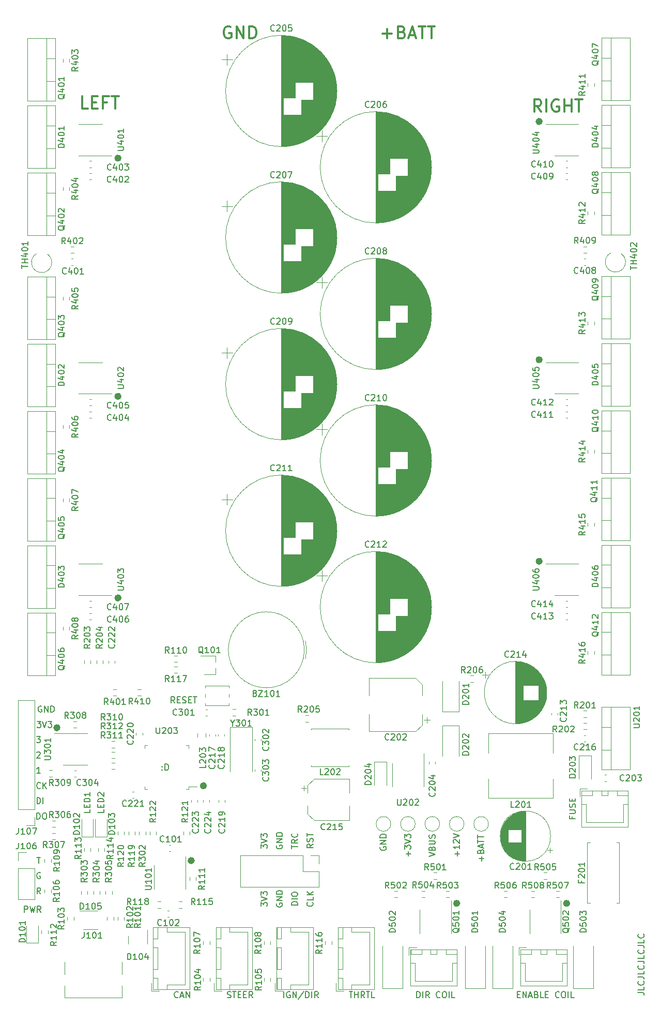
<source format=gto>
G04 #@! TF.GenerationSoftware,KiCad,Pcbnew,(5.99.0-11727-g1ec70d30af)*
G04 #@! TF.CreationDate,2021-08-20T03:51:17+02:00*
G04 #@! TF.ProjectId,motorcontroller,6d6f746f-7263-46f6-9e74-726f6c6c6572,rev?*
G04 #@! TF.SameCoordinates,Original*
G04 #@! TF.FileFunction,Legend,Top*
G04 #@! TF.FilePolarity,Positive*
%FSLAX46Y46*%
G04 Gerber Fmt 4.6, Leading zero omitted, Abs format (unit mm)*
G04 Created by KiCad (PCBNEW (5.99.0-11727-g1ec70d30af)) date 2021-08-20 03:51:17*
%MOMM*%
%LPD*%
G01*
G04 APERTURE LIST*
%ADD10C,0.150000*%
%ADD11C,0.575000*%
%ADD12C,0.300000*%
%ADD13C,0.120000*%
%ADD14R,2.400000X2.400000*%
%ADD15C,2.400000*%
%ADD16R,2.000000X1.905000*%
%ADD17O,2.000000X1.905000*%
%ADD18R,1.800000X3.500000*%
%ADD19R,1.100000X1.100000*%
%ADD20C,1.600000*%
%ADD21O,1.600000X1.600000*%
%ADD22C,2.000000*%
%ADD23R,1.700000X1.700000*%
%ADD24O,1.700000X1.700000*%
%ADD25O,1.950000X1.700000*%
%ADD26C,8.600000*%
%ADD27R,2.000000X2.000000*%
%ADD28R,3.810000X4.240000*%
%ADD29C,3.200000*%
%ADD30R,2.000000X0.650000*%
%ADD31R,1.800000X1.275000*%
%ADD32O,1.800000X1.275000*%
%ADD33R,2.100000X1.400000*%
%ADD34O,1.700000X2.000000*%
%ADD35R,1.250000X0.900000*%
%ADD36R,4.700000X3.600000*%
%ADD37R,1.600000X1.600000*%
%ADD38R,1.400000X1.200000*%
%ADD39R,1.400000X1.000000*%
%ADD40R,2.400000X3.500000*%
%ADD41O,1.000000X2.100000*%
%ADD42O,1.000000X1.600000*%
%ADD43R,0.600000X2.050000*%
%ADD44R,0.300000X2.050000*%
%ADD45C,0.650000*%
%ADD46R,2.350000X5.700000*%
G04 APERTURE END LIST*
D10*
X52750000Y-147107142D02*
X52797619Y-147154761D01*
X52750000Y-147202380D01*
X52702380Y-147154761D01*
X52750000Y-147107142D01*
X52750000Y-147202380D01*
X52750000Y-146583333D02*
X52797619Y-146630952D01*
X52750000Y-146678571D01*
X52702380Y-146630952D01*
X52750000Y-146583333D01*
X52750000Y-146678571D01*
X53226190Y-147202380D02*
X53226190Y-146202380D01*
X53464285Y-146202380D01*
X53607142Y-146250000D01*
X53702380Y-146345238D01*
X53750000Y-146440476D01*
X53797619Y-146630952D01*
X53797619Y-146773809D01*
X53750000Y-146964285D01*
X53702380Y-147059523D01*
X53607142Y-147154761D01*
X53464285Y-147202380D01*
X53226190Y-147202380D01*
X32214285Y-155202380D02*
X32214285Y-154202380D01*
X32452380Y-154202380D01*
X32595238Y-154250000D01*
X32690476Y-154345238D01*
X32738095Y-154440476D01*
X32785714Y-154630952D01*
X32785714Y-154773809D01*
X32738095Y-154964285D01*
X32690476Y-155059523D01*
X32595238Y-155154761D01*
X32452380Y-155202380D01*
X32214285Y-155202380D01*
X33404761Y-154202380D02*
X33595238Y-154202380D01*
X33690476Y-154250000D01*
X33785714Y-154345238D01*
X33833333Y-154535714D01*
X33833333Y-154869047D01*
X33785714Y-155059523D01*
X33690476Y-155154761D01*
X33595238Y-155202380D01*
X33404761Y-155202380D01*
X33309523Y-155154761D01*
X33214285Y-155059523D01*
X33166666Y-154869047D01*
X33166666Y-154535714D01*
X33214285Y-154345238D01*
X33309523Y-154250000D01*
X33404761Y-154202380D01*
X32250000Y-152702380D02*
X32250000Y-151702380D01*
X32488095Y-151702380D01*
X32630952Y-151750000D01*
X32726190Y-151845238D01*
X32773809Y-151940476D01*
X32821428Y-152130952D01*
X32821428Y-152273809D01*
X32773809Y-152464285D01*
X32726190Y-152559523D01*
X32630952Y-152654761D01*
X32488095Y-152702380D01*
X32250000Y-152702380D01*
X33250000Y-152702380D02*
X33250000Y-151702380D01*
X32809523Y-150107142D02*
X32761904Y-150154761D01*
X32619047Y-150202380D01*
X32523809Y-150202380D01*
X32380952Y-150154761D01*
X32285714Y-150059523D01*
X32238095Y-149964285D01*
X32190476Y-149773809D01*
X32190476Y-149630952D01*
X32238095Y-149440476D01*
X32285714Y-149345238D01*
X32380952Y-149250000D01*
X32523809Y-149202380D01*
X32619047Y-149202380D01*
X32761904Y-149250000D01*
X32809523Y-149297619D01*
X33238095Y-150202380D02*
X33238095Y-149202380D01*
X33809523Y-150202380D02*
X33380952Y-149630952D01*
X33809523Y-149202380D02*
X33238095Y-149773809D01*
X32785714Y-147702380D02*
X32214285Y-147702380D01*
X32500000Y-147702380D02*
X32500000Y-146702380D01*
X32404761Y-146845238D01*
X32309523Y-146940476D01*
X32214285Y-146988095D01*
X32214285Y-144297619D02*
X32261904Y-144250000D01*
X32357142Y-144202380D01*
X32595238Y-144202380D01*
X32690476Y-144250000D01*
X32738095Y-144297619D01*
X32785714Y-144392857D01*
X32785714Y-144488095D01*
X32738095Y-144630952D01*
X32166666Y-145202380D01*
X32785714Y-145202380D01*
X32166666Y-141702380D02*
X32785714Y-141702380D01*
X32452380Y-142083333D01*
X32595238Y-142083333D01*
X32690476Y-142130952D01*
X32738095Y-142178571D01*
X32785714Y-142273809D01*
X32785714Y-142511904D01*
X32738095Y-142607142D01*
X32690476Y-142654761D01*
X32595238Y-142702380D01*
X32309523Y-142702380D01*
X32214285Y-142654761D01*
X32166666Y-142607142D01*
X32261904Y-139202380D02*
X32880952Y-139202380D01*
X32547619Y-139583333D01*
X32690476Y-139583333D01*
X32785714Y-139630952D01*
X32833333Y-139678571D01*
X32880952Y-139773809D01*
X32880952Y-140011904D01*
X32833333Y-140107142D01*
X32785714Y-140154761D01*
X32690476Y-140202380D01*
X32404761Y-140202380D01*
X32309523Y-140154761D01*
X32261904Y-140107142D01*
X33166666Y-139202380D02*
X33500000Y-140202380D01*
X33833333Y-139202380D01*
X34071428Y-139202380D02*
X34690476Y-139202380D01*
X34357142Y-139583333D01*
X34500000Y-139583333D01*
X34595238Y-139630952D01*
X34642857Y-139678571D01*
X34690476Y-139773809D01*
X34690476Y-140011904D01*
X34642857Y-140107142D01*
X34595238Y-140154761D01*
X34500000Y-140202380D01*
X34214285Y-140202380D01*
X34119047Y-140154761D01*
X34071428Y-140107142D01*
X32988095Y-136750000D02*
X32892857Y-136702380D01*
X32750000Y-136702380D01*
X32607142Y-136750000D01*
X32511904Y-136845238D01*
X32464285Y-136940476D01*
X32416666Y-137130952D01*
X32416666Y-137273809D01*
X32464285Y-137464285D01*
X32511904Y-137559523D01*
X32607142Y-137654761D01*
X32750000Y-137702380D01*
X32845238Y-137702380D01*
X32988095Y-137654761D01*
X33035714Y-137607142D01*
X33035714Y-137273809D01*
X32845238Y-137273809D01*
X33464285Y-137702380D02*
X33464285Y-136702380D01*
X34035714Y-137702380D01*
X34035714Y-136702380D01*
X34511904Y-137702380D02*
X34511904Y-136702380D01*
X34750000Y-136702380D01*
X34892857Y-136750000D01*
X34988095Y-136845238D01*
X35035714Y-136940476D01*
X35083333Y-137130952D01*
X35083333Y-137273809D01*
X35035714Y-137464285D01*
X34988095Y-137559523D01*
X34892857Y-137654761D01*
X34750000Y-137702380D01*
X34511904Y-137702380D01*
D11*
X119287500Y-169000000D02*
G75*
G03*
X119287500Y-169000000I-287500J0D01*
G01*
X45787500Y-86000000D02*
G75*
G03*
X45787500Y-86000000I-287500J0D01*
G01*
X114787500Y-41000000D02*
G75*
G03*
X114787500Y-41000000I-287500J0D01*
G01*
X57787500Y-162000000D02*
G75*
G03*
X57787500Y-162000000I-287500J0D01*
G01*
X114785567Y-112999999D02*
G75*
G03*
X114785567Y-112999999I-287500J0D01*
G01*
X59787500Y-149750000D02*
G75*
G03*
X59787500Y-149750000I-287500J0D01*
G01*
X101287500Y-169000000D02*
G75*
G03*
X101287500Y-169000000I-287500J0D01*
G01*
X35787500Y-140250000D02*
G75*
G03*
X35787500Y-140250000I-287500J0D01*
G01*
X45787500Y-119000000D02*
G75*
G03*
X45787500Y-119000000I-287500J0D01*
G01*
X114787500Y-80000000D02*
G75*
G03*
X114787500Y-80000000I-287500J0D01*
G01*
X45787500Y-47000000D02*
G75*
G03*
X45787500Y-47000000I-287500J0D01*
G01*
D10*
X68952380Y-159993095D02*
X68952380Y-159374047D01*
X69333333Y-159707380D01*
X69333333Y-159564523D01*
X69380952Y-159469285D01*
X69428571Y-159421666D01*
X69523809Y-159374047D01*
X69761904Y-159374047D01*
X69857142Y-159421666D01*
X69904761Y-159469285D01*
X69952380Y-159564523D01*
X69952380Y-159850238D01*
X69904761Y-159945476D01*
X69857142Y-159993095D01*
X68952380Y-159088333D02*
X69952380Y-158755000D01*
X68952380Y-158421666D01*
X68952380Y-158183571D02*
X68952380Y-157564523D01*
X69333333Y-157897857D01*
X69333333Y-157755000D01*
X69380952Y-157659761D01*
X69428571Y-157612142D01*
X69523809Y-157564523D01*
X69761904Y-157564523D01*
X69857142Y-157612142D01*
X69904761Y-157659761D01*
X69952380Y-157755000D01*
X69952380Y-158040714D01*
X69904761Y-158135952D01*
X69857142Y-158183571D01*
X71500000Y-159516904D02*
X71452380Y-159612142D01*
X71452380Y-159755000D01*
X71500000Y-159897857D01*
X71595238Y-159993095D01*
X71690476Y-160040714D01*
X71880952Y-160088333D01*
X72023809Y-160088333D01*
X72214285Y-160040714D01*
X72309523Y-159993095D01*
X72404761Y-159897857D01*
X72452380Y-159755000D01*
X72452380Y-159659761D01*
X72404761Y-159516904D01*
X72357142Y-159469285D01*
X72023809Y-159469285D01*
X72023809Y-159659761D01*
X72452380Y-159040714D02*
X71452380Y-159040714D01*
X72452380Y-158469285D01*
X71452380Y-158469285D01*
X72452380Y-157993095D02*
X71452380Y-157993095D01*
X71452380Y-157755000D01*
X71500000Y-157612142D01*
X71595238Y-157516904D01*
X71690476Y-157469285D01*
X71880952Y-157421666D01*
X72023809Y-157421666D01*
X72214285Y-157469285D01*
X72309523Y-157516904D01*
X72404761Y-157612142D01*
X72452380Y-157755000D01*
X72452380Y-157993095D01*
X43202380Y-153619047D02*
X43202380Y-154095238D01*
X42202380Y-154095238D01*
X42678571Y-153285714D02*
X42678571Y-152952380D01*
X43202380Y-152809523D02*
X43202380Y-153285714D01*
X42202380Y-153285714D01*
X42202380Y-152809523D01*
X43202380Y-152380952D02*
X42202380Y-152380952D01*
X42202380Y-152142857D01*
X42250000Y-152000000D01*
X42345238Y-151904761D01*
X42440476Y-151857142D01*
X42630952Y-151809523D01*
X42773809Y-151809523D01*
X42964285Y-151857142D01*
X43059523Y-151904761D01*
X43154761Y-152000000D01*
X43202380Y-152142857D01*
X43202380Y-152380952D01*
X42297619Y-151428571D02*
X42250000Y-151380952D01*
X42202380Y-151285714D01*
X42202380Y-151047619D01*
X42250000Y-150952380D01*
X42297619Y-150904761D01*
X42392857Y-150857142D01*
X42488095Y-150857142D01*
X42630952Y-150904761D01*
X43202380Y-151476190D01*
X43202380Y-150857142D01*
X77357142Y-168850238D02*
X77404761Y-168897857D01*
X77452380Y-169040714D01*
X77452380Y-169135952D01*
X77404761Y-169278809D01*
X77309523Y-169374047D01*
X77214285Y-169421666D01*
X77023809Y-169469285D01*
X76880952Y-169469285D01*
X76690476Y-169421666D01*
X76595238Y-169374047D01*
X76500000Y-169278809D01*
X76452380Y-169135952D01*
X76452380Y-169040714D01*
X76500000Y-168897857D01*
X76547619Y-168850238D01*
X77452380Y-167945476D02*
X77452380Y-168421666D01*
X76452380Y-168421666D01*
X77452380Y-167612142D02*
X76452380Y-167612142D01*
X77452380Y-167040714D02*
X76880952Y-167469285D01*
X76452380Y-167040714D02*
X77023809Y-167612142D01*
X119928571Y-154809523D02*
X119928571Y-155142857D01*
X120452380Y-155142857D02*
X119452380Y-155142857D01*
X119452380Y-154666666D01*
X119452380Y-154285714D02*
X120261904Y-154285714D01*
X120357142Y-154238095D01*
X120404761Y-154190476D01*
X120452380Y-154095238D01*
X120452380Y-153904761D01*
X120404761Y-153809523D01*
X120357142Y-153761904D01*
X120261904Y-153714285D01*
X119452380Y-153714285D01*
X120404761Y-153285714D02*
X120452380Y-153142857D01*
X120452380Y-152904761D01*
X120404761Y-152809523D01*
X120357142Y-152761904D01*
X120261904Y-152714285D01*
X120166666Y-152714285D01*
X120071428Y-152761904D01*
X120023809Y-152809523D01*
X119976190Y-152904761D01*
X119928571Y-153095238D01*
X119880952Y-153190476D01*
X119833333Y-153238095D01*
X119738095Y-153285714D01*
X119642857Y-153285714D01*
X119547619Y-153238095D01*
X119500000Y-153190476D01*
X119452380Y-153095238D01*
X119452380Y-152857142D01*
X119500000Y-152714285D01*
X119928571Y-152285714D02*
X119928571Y-151952380D01*
X120452380Y-151809523D02*
X120452380Y-152285714D01*
X119452380Y-152285714D01*
X119452380Y-151809523D01*
X74952380Y-169278809D02*
X73952380Y-169278809D01*
X73952380Y-169040714D01*
X74000000Y-168897857D01*
X74095238Y-168802619D01*
X74190476Y-168755000D01*
X74380952Y-168707380D01*
X74523809Y-168707380D01*
X74714285Y-168755000D01*
X74809523Y-168802619D01*
X74904761Y-168897857D01*
X74952380Y-169040714D01*
X74952380Y-169278809D01*
X74952380Y-168278809D02*
X73952380Y-168278809D01*
X73952380Y-167612142D02*
X73952380Y-167421666D01*
X74000000Y-167326428D01*
X74095238Y-167231190D01*
X74285714Y-167183571D01*
X74619047Y-167183571D01*
X74809523Y-167231190D01*
X74904761Y-167326428D01*
X74952380Y-167421666D01*
X74952380Y-167612142D01*
X74904761Y-167707380D01*
X74809523Y-167802619D01*
X74619047Y-167850238D01*
X74285714Y-167850238D01*
X74095238Y-167802619D01*
X74000000Y-167707380D01*
X73952380Y-167612142D01*
X77452380Y-159302619D02*
X76976190Y-159635952D01*
X77452380Y-159874047D02*
X76452380Y-159874047D01*
X76452380Y-159493095D01*
X76500000Y-159397857D01*
X76547619Y-159350238D01*
X76642857Y-159302619D01*
X76785714Y-159302619D01*
X76880952Y-159350238D01*
X76928571Y-159397857D01*
X76976190Y-159493095D01*
X76976190Y-159874047D01*
X77404761Y-158921666D02*
X77452380Y-158778809D01*
X77452380Y-158540714D01*
X77404761Y-158445476D01*
X77357142Y-158397857D01*
X77261904Y-158350238D01*
X77166666Y-158350238D01*
X77071428Y-158397857D01*
X77023809Y-158445476D01*
X76976190Y-158540714D01*
X76928571Y-158731190D01*
X76880952Y-158826428D01*
X76833333Y-158874047D01*
X76738095Y-158921666D01*
X76642857Y-158921666D01*
X76547619Y-158874047D01*
X76500000Y-158826428D01*
X76452380Y-158731190D01*
X76452380Y-158493095D01*
X76500000Y-158350238D01*
X76452380Y-158064523D02*
X76452380Y-157493095D01*
X77452380Y-157778809D02*
X76452380Y-157778809D01*
X105071428Y-162071428D02*
X105071428Y-161309523D01*
X105452380Y-161690476D02*
X104690476Y-161690476D01*
X104928571Y-160500000D02*
X104976190Y-160357142D01*
X105023809Y-160309523D01*
X105119047Y-160261904D01*
X105261904Y-160261904D01*
X105357142Y-160309523D01*
X105404761Y-160357142D01*
X105452380Y-160452380D01*
X105452380Y-160833333D01*
X104452380Y-160833333D01*
X104452380Y-160500000D01*
X104500000Y-160404761D01*
X104547619Y-160357142D01*
X104642857Y-160309523D01*
X104738095Y-160309523D01*
X104833333Y-160357142D01*
X104880952Y-160404761D01*
X104928571Y-160500000D01*
X104928571Y-160833333D01*
X105166666Y-159880952D02*
X105166666Y-159404761D01*
X105452380Y-159976190D02*
X104452380Y-159642857D01*
X105452380Y-159309523D01*
X104452380Y-159119047D02*
X104452380Y-158547619D01*
X105452380Y-158833333D02*
X104452380Y-158833333D01*
X104452380Y-158357142D02*
X104452380Y-157785714D01*
X105452380Y-158071428D02*
X104452380Y-158071428D01*
X93071428Y-161261904D02*
X93071428Y-160500000D01*
X93452380Y-160880952D02*
X92690476Y-160880952D01*
X92452380Y-160119047D02*
X92452380Y-159500000D01*
X92833333Y-159833333D01*
X92833333Y-159690476D01*
X92880952Y-159595238D01*
X92928571Y-159547619D01*
X93023809Y-159500000D01*
X93261904Y-159500000D01*
X93357142Y-159547619D01*
X93404761Y-159595238D01*
X93452380Y-159690476D01*
X93452380Y-159976190D01*
X93404761Y-160071428D01*
X93357142Y-160119047D01*
X92452380Y-159214285D02*
X93452380Y-158880952D01*
X92452380Y-158547619D01*
X92452380Y-158309523D02*
X92452380Y-157690476D01*
X92833333Y-158023809D01*
X92833333Y-157880952D01*
X92880952Y-157785714D01*
X92928571Y-157738095D01*
X93023809Y-157690476D01*
X93261904Y-157690476D01*
X93357142Y-157738095D01*
X93404761Y-157785714D01*
X93452380Y-157880952D01*
X93452380Y-158166666D01*
X93404761Y-158261904D01*
X93357142Y-158309523D01*
X101071428Y-161261904D02*
X101071428Y-160500000D01*
X101452380Y-160880952D02*
X100690476Y-160880952D01*
X101452380Y-159500000D02*
X101452380Y-160071428D01*
X101452380Y-159785714D02*
X100452380Y-159785714D01*
X100595238Y-159880952D01*
X100690476Y-159976190D01*
X100738095Y-160071428D01*
X100547619Y-159119047D02*
X100500000Y-159071428D01*
X100452380Y-158976190D01*
X100452380Y-158738095D01*
X100500000Y-158642857D01*
X100547619Y-158595238D01*
X100642857Y-158547619D01*
X100738095Y-158547619D01*
X100880952Y-158595238D01*
X101452380Y-159166666D01*
X101452380Y-158547619D01*
X100452380Y-158261904D02*
X101452380Y-157928571D01*
X100452380Y-157595238D01*
X73952380Y-160040714D02*
X73952380Y-159469285D01*
X74952380Y-159755000D02*
X73952380Y-159755000D01*
X74952380Y-158564523D02*
X74476190Y-158897857D01*
X74952380Y-159135952D02*
X73952380Y-159135952D01*
X73952380Y-158755000D01*
X74000000Y-158659761D01*
X74047619Y-158612142D01*
X74142857Y-158564523D01*
X74285714Y-158564523D01*
X74380952Y-158612142D01*
X74428571Y-158659761D01*
X74476190Y-158755000D01*
X74476190Y-159135952D01*
X74857142Y-157564523D02*
X74904761Y-157612142D01*
X74952380Y-157755000D01*
X74952380Y-157850238D01*
X74904761Y-157993095D01*
X74809523Y-158088333D01*
X74714285Y-158135952D01*
X74523809Y-158183571D01*
X74380952Y-158183571D01*
X74190476Y-158135952D01*
X74095238Y-158088333D01*
X74000000Y-157993095D01*
X73952380Y-157850238D01*
X73952380Y-157755000D01*
X74000000Y-157612142D01*
X74047619Y-157564523D01*
X54797619Y-136202380D02*
X54464285Y-135726190D01*
X54226190Y-136202380D02*
X54226190Y-135202380D01*
X54607142Y-135202380D01*
X54702380Y-135250000D01*
X54750000Y-135297619D01*
X54797619Y-135392857D01*
X54797619Y-135535714D01*
X54750000Y-135630952D01*
X54702380Y-135678571D01*
X54607142Y-135726190D01*
X54226190Y-135726190D01*
X55226190Y-135678571D02*
X55559523Y-135678571D01*
X55702380Y-136202380D02*
X55226190Y-136202380D01*
X55226190Y-135202380D01*
X55702380Y-135202380D01*
X56083333Y-136154761D02*
X56226190Y-136202380D01*
X56464285Y-136202380D01*
X56559523Y-136154761D01*
X56607142Y-136107142D01*
X56654761Y-136011904D01*
X56654761Y-135916666D01*
X56607142Y-135821428D01*
X56559523Y-135773809D01*
X56464285Y-135726190D01*
X56273809Y-135678571D01*
X56178571Y-135630952D01*
X56130952Y-135583333D01*
X56083333Y-135488095D01*
X56083333Y-135392857D01*
X56130952Y-135297619D01*
X56178571Y-135250000D01*
X56273809Y-135202380D01*
X56511904Y-135202380D01*
X56654761Y-135250000D01*
X57083333Y-135678571D02*
X57416666Y-135678571D01*
X57559523Y-136202380D02*
X57083333Y-136202380D01*
X57083333Y-135202380D01*
X57559523Y-135202380D01*
X57845238Y-135202380D02*
X58416666Y-135202380D01*
X58130952Y-136202380D02*
X58130952Y-135202380D01*
X72689285Y-184452380D02*
X72689285Y-183452380D01*
X73689285Y-183500000D02*
X73594047Y-183452380D01*
X73451190Y-183452380D01*
X73308333Y-183500000D01*
X73213095Y-183595238D01*
X73165476Y-183690476D01*
X73117857Y-183880952D01*
X73117857Y-184023809D01*
X73165476Y-184214285D01*
X73213095Y-184309523D01*
X73308333Y-184404761D01*
X73451190Y-184452380D01*
X73546428Y-184452380D01*
X73689285Y-184404761D01*
X73736904Y-184357142D01*
X73736904Y-184023809D01*
X73546428Y-184023809D01*
X74165476Y-184452380D02*
X74165476Y-183452380D01*
X74736904Y-184452380D01*
X74736904Y-183452380D01*
X75927380Y-183404761D02*
X75070238Y-184690476D01*
X76260714Y-184452380D02*
X76260714Y-183452380D01*
X76498809Y-183452380D01*
X76641666Y-183500000D01*
X76736904Y-183595238D01*
X76784523Y-183690476D01*
X76832142Y-183880952D01*
X76832142Y-184023809D01*
X76784523Y-184214285D01*
X76736904Y-184309523D01*
X76641666Y-184404761D01*
X76498809Y-184452380D01*
X76260714Y-184452380D01*
X77260714Y-184452380D02*
X77260714Y-183452380D01*
X78308333Y-184452380D02*
X77975000Y-183976190D01*
X77736904Y-184452380D02*
X77736904Y-183452380D01*
X78117857Y-183452380D01*
X78213095Y-183500000D01*
X78260714Y-183547619D01*
X78308333Y-183642857D01*
X78308333Y-183785714D01*
X78260714Y-183880952D01*
X78213095Y-183928571D01*
X78117857Y-183976190D01*
X77736904Y-183976190D01*
X130702380Y-183619047D02*
X131416666Y-183619047D01*
X131559523Y-183666666D01*
X131654761Y-183761904D01*
X131702380Y-183904761D01*
X131702380Y-184000000D01*
X131702380Y-182666666D02*
X131702380Y-183142857D01*
X130702380Y-183142857D01*
X131607142Y-181761904D02*
X131654761Y-181809523D01*
X131702380Y-181952380D01*
X131702380Y-182047619D01*
X131654761Y-182190476D01*
X131559523Y-182285714D01*
X131464285Y-182333333D01*
X131273809Y-182380952D01*
X131130952Y-182380952D01*
X130940476Y-182333333D01*
X130845238Y-182285714D01*
X130750000Y-182190476D01*
X130702380Y-182047619D01*
X130702380Y-181952380D01*
X130750000Y-181809523D01*
X130797619Y-181761904D01*
X130702380Y-181047619D02*
X131416666Y-181047619D01*
X131559523Y-181095238D01*
X131654761Y-181190476D01*
X131702380Y-181333333D01*
X131702380Y-181428571D01*
X131702380Y-180095238D02*
X131702380Y-180571428D01*
X130702380Y-180571428D01*
X131607142Y-179190476D02*
X131654761Y-179238095D01*
X131702380Y-179380952D01*
X131702380Y-179476190D01*
X131654761Y-179619047D01*
X131559523Y-179714285D01*
X131464285Y-179761904D01*
X131273809Y-179809523D01*
X131130952Y-179809523D01*
X130940476Y-179761904D01*
X130845238Y-179714285D01*
X130750000Y-179619047D01*
X130702380Y-179476190D01*
X130702380Y-179380952D01*
X130750000Y-179238095D01*
X130797619Y-179190476D01*
X130702380Y-178476190D02*
X131416666Y-178476190D01*
X131559523Y-178523809D01*
X131654761Y-178619047D01*
X131702380Y-178761904D01*
X131702380Y-178857142D01*
X131702380Y-177523809D02*
X131702380Y-178000000D01*
X130702380Y-178000000D01*
X131607142Y-176619047D02*
X131654761Y-176666666D01*
X131702380Y-176809523D01*
X131702380Y-176904761D01*
X131654761Y-177047619D01*
X131559523Y-177142857D01*
X131464285Y-177190476D01*
X131273809Y-177238095D01*
X131130952Y-177238095D01*
X130940476Y-177190476D01*
X130845238Y-177142857D01*
X130750000Y-177047619D01*
X130702380Y-176904761D01*
X130702380Y-176809523D01*
X130750000Y-176666666D01*
X130797619Y-176619047D01*
X130702380Y-175904761D02*
X131416666Y-175904761D01*
X131559523Y-175952380D01*
X131654761Y-176047619D01*
X131702380Y-176190476D01*
X131702380Y-176285714D01*
X131702380Y-174952380D02*
X131702380Y-175428571D01*
X130702380Y-175428571D01*
X131607142Y-174047619D02*
X131654761Y-174095238D01*
X131702380Y-174238095D01*
X131702380Y-174333333D01*
X131654761Y-174476190D01*
X131559523Y-174571428D01*
X131464285Y-174619047D01*
X131273809Y-174666666D01*
X131130952Y-174666666D01*
X130940476Y-174619047D01*
X130845238Y-174571428D01*
X130750000Y-174476190D01*
X130702380Y-174333333D01*
X130702380Y-174238095D01*
X130750000Y-174095238D01*
X130797619Y-174047619D01*
X68952380Y-169493095D02*
X68952380Y-168874047D01*
X69333333Y-169207380D01*
X69333333Y-169064523D01*
X69380952Y-168969285D01*
X69428571Y-168921666D01*
X69523809Y-168874047D01*
X69761904Y-168874047D01*
X69857142Y-168921666D01*
X69904761Y-168969285D01*
X69952380Y-169064523D01*
X69952380Y-169350238D01*
X69904761Y-169445476D01*
X69857142Y-169493095D01*
X68952380Y-168588333D02*
X69952380Y-168255000D01*
X68952380Y-167921666D01*
X68952380Y-167683571D02*
X68952380Y-167064523D01*
X69333333Y-167397857D01*
X69333333Y-167255000D01*
X69380952Y-167159761D01*
X69428571Y-167112142D01*
X69523809Y-167064523D01*
X69761904Y-167064523D01*
X69857142Y-167112142D01*
X69904761Y-167159761D01*
X69952380Y-167255000D01*
X69952380Y-167540714D01*
X69904761Y-167635952D01*
X69857142Y-167683571D01*
X55357142Y-184357142D02*
X55309523Y-184404761D01*
X55166666Y-184452380D01*
X55071428Y-184452380D01*
X54928571Y-184404761D01*
X54833333Y-184309523D01*
X54785714Y-184214285D01*
X54738095Y-184023809D01*
X54738095Y-183880952D01*
X54785714Y-183690476D01*
X54833333Y-183595238D01*
X54928571Y-183500000D01*
X55071428Y-183452380D01*
X55166666Y-183452380D01*
X55309523Y-183500000D01*
X55357142Y-183547619D01*
X55738095Y-184166666D02*
X56214285Y-184166666D01*
X55642857Y-184452380D02*
X55976190Y-183452380D01*
X56309523Y-184452380D01*
X56642857Y-184452380D02*
X56642857Y-183452380D01*
X57214285Y-184452380D01*
X57214285Y-183452380D01*
X110928571Y-183928571D02*
X111261904Y-183928571D01*
X111404761Y-184452380D02*
X110928571Y-184452380D01*
X110928571Y-183452380D01*
X111404761Y-183452380D01*
X111833333Y-184452380D02*
X111833333Y-183452380D01*
X112404761Y-184452380D01*
X112404761Y-183452380D01*
X112833333Y-184166666D02*
X113309523Y-184166666D01*
X112738095Y-184452380D02*
X113071428Y-183452380D01*
X113404761Y-184452380D01*
X114071428Y-183928571D02*
X114214285Y-183976190D01*
X114261904Y-184023809D01*
X114309523Y-184119047D01*
X114309523Y-184261904D01*
X114261904Y-184357142D01*
X114214285Y-184404761D01*
X114119047Y-184452380D01*
X113738095Y-184452380D01*
X113738095Y-183452380D01*
X114071428Y-183452380D01*
X114166666Y-183500000D01*
X114214285Y-183547619D01*
X114261904Y-183642857D01*
X114261904Y-183738095D01*
X114214285Y-183833333D01*
X114166666Y-183880952D01*
X114071428Y-183928571D01*
X113738095Y-183928571D01*
X115214285Y-184452380D02*
X114738095Y-184452380D01*
X114738095Y-183452380D01*
X115547619Y-183928571D02*
X115880952Y-183928571D01*
X116023809Y-184452380D02*
X115547619Y-184452380D01*
X115547619Y-183452380D01*
X116023809Y-183452380D01*
X117785714Y-184357142D02*
X117738095Y-184404761D01*
X117595238Y-184452380D01*
X117500000Y-184452380D01*
X117357142Y-184404761D01*
X117261904Y-184309523D01*
X117214285Y-184214285D01*
X117166666Y-184023809D01*
X117166666Y-183880952D01*
X117214285Y-183690476D01*
X117261904Y-183595238D01*
X117357142Y-183500000D01*
X117500000Y-183452380D01*
X117595238Y-183452380D01*
X117738095Y-183500000D01*
X117785714Y-183547619D01*
X118404761Y-183452380D02*
X118595238Y-183452380D01*
X118690476Y-183500000D01*
X118785714Y-183595238D01*
X118833333Y-183785714D01*
X118833333Y-184119047D01*
X118785714Y-184309523D01*
X118690476Y-184404761D01*
X118595238Y-184452380D01*
X118404761Y-184452380D01*
X118309523Y-184404761D01*
X118214285Y-184309523D01*
X118166666Y-184119047D01*
X118166666Y-183785714D01*
X118214285Y-183595238D01*
X118309523Y-183500000D01*
X118404761Y-183452380D01*
X119261904Y-184452380D02*
X119261904Y-183452380D01*
X120214285Y-184452380D02*
X119738095Y-184452380D01*
X119738095Y-183452380D01*
X32809523Y-167452380D02*
X32476190Y-166976190D01*
X32238095Y-167452380D02*
X32238095Y-166452380D01*
X32619047Y-166452380D01*
X32714285Y-166500000D01*
X32761904Y-166547619D01*
X32809523Y-166642857D01*
X32809523Y-166785714D01*
X32761904Y-166880952D01*
X32714285Y-166928571D01*
X32619047Y-166976190D01*
X32238095Y-166976190D01*
X96452380Y-161333333D02*
X97452380Y-161000000D01*
X96452380Y-160666666D01*
X96928571Y-160000000D02*
X96976190Y-159857142D01*
X97023809Y-159809523D01*
X97119047Y-159761904D01*
X97261904Y-159761904D01*
X97357142Y-159809523D01*
X97404761Y-159857142D01*
X97452380Y-159952380D01*
X97452380Y-160333333D01*
X96452380Y-160333333D01*
X96452380Y-160000000D01*
X96500000Y-159904761D01*
X96547619Y-159857142D01*
X96642857Y-159809523D01*
X96738095Y-159809523D01*
X96833333Y-159857142D01*
X96880952Y-159904761D01*
X96928571Y-160000000D01*
X96928571Y-160333333D01*
X96452380Y-159333333D02*
X97261904Y-159333333D01*
X97357142Y-159285714D01*
X97404761Y-159238095D01*
X97452380Y-159142857D01*
X97452380Y-158952380D01*
X97404761Y-158857142D01*
X97357142Y-158809523D01*
X97261904Y-158761904D01*
X96452380Y-158761904D01*
X97404761Y-158333333D02*
X97452380Y-158190476D01*
X97452380Y-157952380D01*
X97404761Y-157857142D01*
X97357142Y-157809523D01*
X97261904Y-157761904D01*
X97166666Y-157761904D01*
X97071428Y-157809523D01*
X97023809Y-157857142D01*
X96976190Y-157952380D01*
X96928571Y-158142857D01*
X96880952Y-158238095D01*
X96833333Y-158285714D01*
X96738095Y-158333333D01*
X96642857Y-158333333D01*
X96547619Y-158285714D01*
X96500000Y-158238095D01*
X96452380Y-158142857D01*
X96452380Y-157904761D01*
X96500000Y-157761904D01*
X32761904Y-164000000D02*
X32666666Y-163952380D01*
X32523809Y-163952380D01*
X32380952Y-164000000D01*
X32285714Y-164095238D01*
X32238095Y-164190476D01*
X32190476Y-164380952D01*
X32190476Y-164523809D01*
X32238095Y-164714285D01*
X32285714Y-164809523D01*
X32380952Y-164904761D01*
X32523809Y-164952380D01*
X32619047Y-164952380D01*
X32761904Y-164904761D01*
X32809523Y-164857142D01*
X32809523Y-164523809D01*
X32619047Y-164523809D01*
D12*
X63976190Y-25500000D02*
X63785714Y-25404761D01*
X63500000Y-25404761D01*
X63214285Y-25500000D01*
X63023809Y-25690476D01*
X62928571Y-25880952D01*
X62833333Y-26261904D01*
X62833333Y-26547619D01*
X62928571Y-26928571D01*
X63023809Y-27119047D01*
X63214285Y-27309523D01*
X63500000Y-27404761D01*
X63690476Y-27404761D01*
X63976190Y-27309523D01*
X64071428Y-27214285D01*
X64071428Y-26547619D01*
X63690476Y-26547619D01*
X64928571Y-27404761D02*
X64928571Y-25404761D01*
X66071428Y-27404761D01*
X66071428Y-25404761D01*
X67023809Y-27404761D02*
X67023809Y-25404761D01*
X67500000Y-25404761D01*
X67785714Y-25500000D01*
X67976190Y-25690476D01*
X68071428Y-25880952D01*
X68166666Y-26261904D01*
X68166666Y-26547619D01*
X68071428Y-26928571D01*
X67976190Y-27119047D01*
X67785714Y-27309523D01*
X67500000Y-27404761D01*
X67023809Y-27404761D01*
D10*
X40952380Y-153619047D02*
X40952380Y-154095238D01*
X39952380Y-154095238D01*
X40428571Y-153285714D02*
X40428571Y-152952380D01*
X40952380Y-152809523D02*
X40952380Y-153285714D01*
X39952380Y-153285714D01*
X39952380Y-152809523D01*
X40952380Y-152380952D02*
X39952380Y-152380952D01*
X39952380Y-152142857D01*
X40000000Y-152000000D01*
X40095238Y-151904761D01*
X40190476Y-151857142D01*
X40380952Y-151809523D01*
X40523809Y-151809523D01*
X40714285Y-151857142D01*
X40809523Y-151904761D01*
X40904761Y-152000000D01*
X40952380Y-152142857D01*
X40952380Y-152380952D01*
X40952380Y-150857142D02*
X40952380Y-151428571D01*
X40952380Y-151142857D02*
X39952380Y-151142857D01*
X40095238Y-151238095D01*
X40190476Y-151333333D01*
X40238095Y-151428571D01*
X71500000Y-169016904D02*
X71452380Y-169112142D01*
X71452380Y-169255000D01*
X71500000Y-169397857D01*
X71595238Y-169493095D01*
X71690476Y-169540714D01*
X71880952Y-169588333D01*
X72023809Y-169588333D01*
X72214285Y-169540714D01*
X72309523Y-169493095D01*
X72404761Y-169397857D01*
X72452380Y-169255000D01*
X72452380Y-169159761D01*
X72404761Y-169016904D01*
X72357142Y-168969285D01*
X72023809Y-168969285D01*
X72023809Y-169159761D01*
X72452380Y-168540714D02*
X71452380Y-168540714D01*
X72452380Y-167969285D01*
X71452380Y-167969285D01*
X72452380Y-167493095D02*
X71452380Y-167493095D01*
X71452380Y-167255000D01*
X71500000Y-167112142D01*
X71595238Y-167016904D01*
X71690476Y-166969285D01*
X71880952Y-166921666D01*
X72023809Y-166921666D01*
X72214285Y-166969285D01*
X72309523Y-167016904D01*
X72404761Y-167112142D01*
X72452380Y-167255000D01*
X72452380Y-167493095D01*
X32214285Y-161452380D02*
X32785714Y-161452380D01*
X32500000Y-162452380D02*
X32500000Y-161452380D01*
D12*
X88857142Y-26642857D02*
X90380952Y-26642857D01*
X89619047Y-27404761D02*
X89619047Y-25880952D01*
X92000000Y-26357142D02*
X92285714Y-26452380D01*
X92380952Y-26547619D01*
X92476190Y-26738095D01*
X92476190Y-27023809D01*
X92380952Y-27214285D01*
X92285714Y-27309523D01*
X92095238Y-27404761D01*
X91333333Y-27404761D01*
X91333333Y-25404761D01*
X92000000Y-25404761D01*
X92190476Y-25500000D01*
X92285714Y-25595238D01*
X92380952Y-25785714D01*
X92380952Y-25976190D01*
X92285714Y-26166666D01*
X92190476Y-26261904D01*
X92000000Y-26357142D01*
X91333333Y-26357142D01*
X93238095Y-26833333D02*
X94190476Y-26833333D01*
X93047619Y-27404761D02*
X93714285Y-25404761D01*
X94380952Y-27404761D01*
X94761904Y-25404761D02*
X95904761Y-25404761D01*
X95333333Y-27404761D02*
X95333333Y-25404761D01*
X96285714Y-25404761D02*
X97428571Y-25404761D01*
X96857142Y-27404761D02*
X96857142Y-25404761D01*
D10*
X63428571Y-184404761D02*
X63571428Y-184452380D01*
X63809523Y-184452380D01*
X63904761Y-184404761D01*
X63952380Y-184357142D01*
X64000000Y-184261904D01*
X64000000Y-184166666D01*
X63952380Y-184071428D01*
X63904761Y-184023809D01*
X63809523Y-183976190D01*
X63619047Y-183928571D01*
X63523809Y-183880952D01*
X63476190Y-183833333D01*
X63428571Y-183738095D01*
X63428571Y-183642857D01*
X63476190Y-183547619D01*
X63523809Y-183500000D01*
X63619047Y-183452380D01*
X63857142Y-183452380D01*
X64000000Y-183500000D01*
X64285714Y-183452380D02*
X64857142Y-183452380D01*
X64571428Y-184452380D02*
X64571428Y-183452380D01*
X65190476Y-183928571D02*
X65523809Y-183928571D01*
X65666666Y-184452380D02*
X65190476Y-184452380D01*
X65190476Y-183452380D01*
X65666666Y-183452380D01*
X66095238Y-183928571D02*
X66428571Y-183928571D01*
X66571428Y-184452380D02*
X66095238Y-184452380D01*
X66095238Y-183452380D01*
X66571428Y-183452380D01*
X67571428Y-184452380D02*
X67238095Y-183976190D01*
X67000000Y-184452380D02*
X67000000Y-183452380D01*
X67380952Y-183452380D01*
X67476190Y-183500000D01*
X67523809Y-183547619D01*
X67571428Y-183642857D01*
X67571428Y-183785714D01*
X67523809Y-183880952D01*
X67476190Y-183928571D01*
X67380952Y-183976190D01*
X67000000Y-183976190D01*
X83379761Y-183452380D02*
X83951190Y-183452380D01*
X83665476Y-184452380D02*
X83665476Y-183452380D01*
X84284523Y-184452380D02*
X84284523Y-183452380D01*
X84284523Y-183928571D02*
X84855952Y-183928571D01*
X84855952Y-184452380D02*
X84855952Y-183452380D01*
X85903571Y-184452380D02*
X85570238Y-183976190D01*
X85332142Y-184452380D02*
X85332142Y-183452380D01*
X85713095Y-183452380D01*
X85808333Y-183500000D01*
X85855952Y-183547619D01*
X85903571Y-183642857D01*
X85903571Y-183785714D01*
X85855952Y-183880952D01*
X85808333Y-183928571D01*
X85713095Y-183976190D01*
X85332142Y-183976190D01*
X86189285Y-183452380D02*
X86760714Y-183452380D01*
X86475000Y-184452380D02*
X86475000Y-183452380D01*
X87570238Y-184452380D02*
X87094047Y-184452380D01*
X87094047Y-183452380D01*
D12*
X40595238Y-38904761D02*
X39642857Y-38904761D01*
X39642857Y-36904761D01*
X41261904Y-37857142D02*
X41928571Y-37857142D01*
X42214285Y-38904761D02*
X41261904Y-38904761D01*
X41261904Y-36904761D01*
X42214285Y-36904761D01*
X43738095Y-37857142D02*
X43071428Y-37857142D01*
X43071428Y-38904761D02*
X43071428Y-36904761D01*
X44023809Y-36904761D01*
X44500000Y-36904761D02*
X45642857Y-36904761D01*
X45071428Y-38904761D02*
X45071428Y-36904761D01*
D10*
X94452380Y-184452380D02*
X94452380Y-183452380D01*
X94690476Y-183452380D01*
X94833333Y-183500000D01*
X94928571Y-183595238D01*
X94976190Y-183690476D01*
X95023809Y-183880952D01*
X95023809Y-184023809D01*
X94976190Y-184214285D01*
X94928571Y-184309523D01*
X94833333Y-184404761D01*
X94690476Y-184452380D01*
X94452380Y-184452380D01*
X95452380Y-184452380D02*
X95452380Y-183452380D01*
X96500000Y-184452380D02*
X96166666Y-183976190D01*
X95928571Y-184452380D02*
X95928571Y-183452380D01*
X96309523Y-183452380D01*
X96404761Y-183500000D01*
X96452380Y-183547619D01*
X96500000Y-183642857D01*
X96500000Y-183785714D01*
X96452380Y-183880952D01*
X96404761Y-183928571D01*
X96309523Y-183976190D01*
X95928571Y-183976190D01*
X98261904Y-184357142D02*
X98214285Y-184404761D01*
X98071428Y-184452380D01*
X97976190Y-184452380D01*
X97833333Y-184404761D01*
X97738095Y-184309523D01*
X97690476Y-184214285D01*
X97642857Y-184023809D01*
X97642857Y-183880952D01*
X97690476Y-183690476D01*
X97738095Y-183595238D01*
X97833333Y-183500000D01*
X97976190Y-183452380D01*
X98071428Y-183452380D01*
X98214285Y-183500000D01*
X98261904Y-183547619D01*
X98880952Y-183452380D02*
X99071428Y-183452380D01*
X99166666Y-183500000D01*
X99261904Y-183595238D01*
X99309523Y-183785714D01*
X99309523Y-184119047D01*
X99261904Y-184309523D01*
X99166666Y-184404761D01*
X99071428Y-184452380D01*
X98880952Y-184452380D01*
X98785714Y-184404761D01*
X98690476Y-184309523D01*
X98642857Y-184119047D01*
X98642857Y-183785714D01*
X98690476Y-183595238D01*
X98785714Y-183500000D01*
X98880952Y-183452380D01*
X99738095Y-184452380D02*
X99738095Y-183452380D01*
X100690476Y-184452380D02*
X100214285Y-184452380D01*
X100214285Y-183452380D01*
X30166666Y-170452380D02*
X30166666Y-169452380D01*
X30547619Y-169452380D01*
X30642857Y-169500000D01*
X30690476Y-169547619D01*
X30738095Y-169642857D01*
X30738095Y-169785714D01*
X30690476Y-169880952D01*
X30642857Y-169928571D01*
X30547619Y-169976190D01*
X30166666Y-169976190D01*
X31071428Y-169452380D02*
X31309523Y-170452380D01*
X31500000Y-169738095D01*
X31690476Y-170452380D01*
X31928571Y-169452380D01*
X32880952Y-170452380D02*
X32547619Y-169976190D01*
X32309523Y-170452380D02*
X32309523Y-169452380D01*
X32690476Y-169452380D01*
X32785714Y-169500000D01*
X32833333Y-169547619D01*
X32880952Y-169642857D01*
X32880952Y-169785714D01*
X32833333Y-169880952D01*
X32785714Y-169928571D01*
X32690476Y-169976190D01*
X32309523Y-169976190D01*
D12*
X114833333Y-39404761D02*
X114166666Y-38452380D01*
X113690476Y-39404761D02*
X113690476Y-37404761D01*
X114452380Y-37404761D01*
X114642857Y-37500000D01*
X114738095Y-37595238D01*
X114833333Y-37785714D01*
X114833333Y-38071428D01*
X114738095Y-38261904D01*
X114642857Y-38357142D01*
X114452380Y-38452380D01*
X113690476Y-38452380D01*
X115690476Y-39404761D02*
X115690476Y-37404761D01*
X117690476Y-37500000D02*
X117500000Y-37404761D01*
X117214285Y-37404761D01*
X116928571Y-37500000D01*
X116738095Y-37690476D01*
X116642857Y-37880952D01*
X116547619Y-38261904D01*
X116547619Y-38547619D01*
X116642857Y-38928571D01*
X116738095Y-39119047D01*
X116928571Y-39309523D01*
X117214285Y-39404761D01*
X117404761Y-39404761D01*
X117690476Y-39309523D01*
X117785714Y-39214285D01*
X117785714Y-38547619D01*
X117404761Y-38547619D01*
X118642857Y-39404761D02*
X118642857Y-37404761D01*
X118642857Y-38357142D02*
X119785714Y-38357142D01*
X119785714Y-39404761D02*
X119785714Y-37404761D01*
X120452380Y-37404761D02*
X121595238Y-37404761D01*
X121023809Y-39404761D02*
X121023809Y-37404761D01*
D10*
X88500000Y-159761904D02*
X88452380Y-159857142D01*
X88452380Y-160000000D01*
X88500000Y-160142857D01*
X88595238Y-160238095D01*
X88690476Y-160285714D01*
X88880952Y-160333333D01*
X89023809Y-160333333D01*
X89214285Y-160285714D01*
X89309523Y-160238095D01*
X89404761Y-160142857D01*
X89452380Y-160000000D01*
X89452380Y-159904761D01*
X89404761Y-159761904D01*
X89357142Y-159714285D01*
X89023809Y-159714285D01*
X89023809Y-159904761D01*
X89452380Y-159285714D02*
X88452380Y-159285714D01*
X89452380Y-158714285D01*
X88452380Y-158714285D01*
X89452380Y-158238095D02*
X88452380Y-158238095D01*
X88452380Y-158000000D01*
X88500000Y-157857142D01*
X88595238Y-157761904D01*
X88690476Y-157714285D01*
X88880952Y-157666666D01*
X89023809Y-157666666D01*
X89214285Y-157714285D01*
X89309523Y-157761904D01*
X89404761Y-157857142D01*
X89452380Y-158000000D01*
X89452380Y-158238095D01*
G04 #@! TO.C,C205*
X71130952Y-26107142D02*
X71083333Y-26154761D01*
X70940476Y-26202380D01*
X70845238Y-26202380D01*
X70702380Y-26154761D01*
X70607142Y-26059523D01*
X70559523Y-25964285D01*
X70511904Y-25773809D01*
X70511904Y-25630952D01*
X70559523Y-25440476D01*
X70607142Y-25345238D01*
X70702380Y-25250000D01*
X70845238Y-25202380D01*
X70940476Y-25202380D01*
X71083333Y-25250000D01*
X71130952Y-25297619D01*
X71511904Y-25297619D02*
X71559523Y-25250000D01*
X71654761Y-25202380D01*
X71892857Y-25202380D01*
X71988095Y-25250000D01*
X72035714Y-25297619D01*
X72083333Y-25392857D01*
X72083333Y-25488095D01*
X72035714Y-25630952D01*
X71464285Y-26202380D01*
X72083333Y-26202380D01*
X72702380Y-25202380D02*
X72797619Y-25202380D01*
X72892857Y-25250000D01*
X72940476Y-25297619D01*
X72988095Y-25392857D01*
X73035714Y-25583333D01*
X73035714Y-25821428D01*
X72988095Y-26011904D01*
X72940476Y-26107142D01*
X72892857Y-26154761D01*
X72797619Y-26202380D01*
X72702380Y-26202380D01*
X72607142Y-26154761D01*
X72559523Y-26107142D01*
X72511904Y-26011904D01*
X72464285Y-25821428D01*
X72464285Y-25583333D01*
X72511904Y-25392857D01*
X72559523Y-25297619D01*
X72607142Y-25250000D01*
X72702380Y-25202380D01*
X73940476Y-25202380D02*
X73464285Y-25202380D01*
X73416666Y-25678571D01*
X73464285Y-25630952D01*
X73559523Y-25583333D01*
X73797619Y-25583333D01*
X73892857Y-25630952D01*
X73940476Y-25678571D01*
X73988095Y-25773809D01*
X73988095Y-26011904D01*
X73940476Y-26107142D01*
X73892857Y-26154761D01*
X73797619Y-26202380D01*
X73559523Y-26202380D01*
X73464285Y-26154761D01*
X73416666Y-26107142D01*
G04 #@! TO.C,C206*
X86630952Y-38607142D02*
X86583333Y-38654761D01*
X86440476Y-38702380D01*
X86345238Y-38702380D01*
X86202380Y-38654761D01*
X86107142Y-38559523D01*
X86059523Y-38464285D01*
X86011904Y-38273809D01*
X86011904Y-38130952D01*
X86059523Y-37940476D01*
X86107142Y-37845238D01*
X86202380Y-37750000D01*
X86345238Y-37702380D01*
X86440476Y-37702380D01*
X86583333Y-37750000D01*
X86630952Y-37797619D01*
X87011904Y-37797619D02*
X87059523Y-37750000D01*
X87154761Y-37702380D01*
X87392857Y-37702380D01*
X87488095Y-37750000D01*
X87535714Y-37797619D01*
X87583333Y-37892857D01*
X87583333Y-37988095D01*
X87535714Y-38130952D01*
X86964285Y-38702380D01*
X87583333Y-38702380D01*
X88202380Y-37702380D02*
X88297619Y-37702380D01*
X88392857Y-37750000D01*
X88440476Y-37797619D01*
X88488095Y-37892857D01*
X88535714Y-38083333D01*
X88535714Y-38321428D01*
X88488095Y-38511904D01*
X88440476Y-38607142D01*
X88392857Y-38654761D01*
X88297619Y-38702380D01*
X88202380Y-38702380D01*
X88107142Y-38654761D01*
X88059523Y-38607142D01*
X88011904Y-38511904D01*
X87964285Y-38321428D01*
X87964285Y-38083333D01*
X88011904Y-37892857D01*
X88059523Y-37797619D01*
X88107142Y-37750000D01*
X88202380Y-37702380D01*
X89392857Y-37702380D02*
X89202380Y-37702380D01*
X89107142Y-37750000D01*
X89059523Y-37797619D01*
X88964285Y-37940476D01*
X88916666Y-38130952D01*
X88916666Y-38511904D01*
X88964285Y-38607142D01*
X89011904Y-38654761D01*
X89107142Y-38702380D01*
X89297619Y-38702380D01*
X89392857Y-38654761D01*
X89440476Y-38607142D01*
X89488095Y-38511904D01*
X89488095Y-38273809D01*
X89440476Y-38178571D01*
X89392857Y-38130952D01*
X89297619Y-38083333D01*
X89107142Y-38083333D01*
X89011904Y-38130952D01*
X88964285Y-38178571D01*
X88916666Y-38273809D01*
G04 #@! TO.C,C207*
X71130952Y-50107142D02*
X71083333Y-50154761D01*
X70940476Y-50202380D01*
X70845238Y-50202380D01*
X70702380Y-50154761D01*
X70607142Y-50059523D01*
X70559523Y-49964285D01*
X70511904Y-49773809D01*
X70511904Y-49630952D01*
X70559523Y-49440476D01*
X70607142Y-49345238D01*
X70702380Y-49250000D01*
X70845238Y-49202380D01*
X70940476Y-49202380D01*
X71083333Y-49250000D01*
X71130952Y-49297619D01*
X71511904Y-49297619D02*
X71559523Y-49250000D01*
X71654761Y-49202380D01*
X71892857Y-49202380D01*
X71988095Y-49250000D01*
X72035714Y-49297619D01*
X72083333Y-49392857D01*
X72083333Y-49488095D01*
X72035714Y-49630952D01*
X71464285Y-50202380D01*
X72083333Y-50202380D01*
X72702380Y-49202380D02*
X72797619Y-49202380D01*
X72892857Y-49250000D01*
X72940476Y-49297619D01*
X72988095Y-49392857D01*
X73035714Y-49583333D01*
X73035714Y-49821428D01*
X72988095Y-50011904D01*
X72940476Y-50107142D01*
X72892857Y-50154761D01*
X72797619Y-50202380D01*
X72702380Y-50202380D01*
X72607142Y-50154761D01*
X72559523Y-50107142D01*
X72511904Y-50011904D01*
X72464285Y-49821428D01*
X72464285Y-49583333D01*
X72511904Y-49392857D01*
X72559523Y-49297619D01*
X72607142Y-49250000D01*
X72702380Y-49202380D01*
X73369047Y-49202380D02*
X74035714Y-49202380D01*
X73607142Y-50202380D01*
G04 #@! TO.C,C208*
X86630952Y-62607142D02*
X86583333Y-62654761D01*
X86440476Y-62702380D01*
X86345238Y-62702380D01*
X86202380Y-62654761D01*
X86107142Y-62559523D01*
X86059523Y-62464285D01*
X86011904Y-62273809D01*
X86011904Y-62130952D01*
X86059523Y-61940476D01*
X86107142Y-61845238D01*
X86202380Y-61750000D01*
X86345238Y-61702380D01*
X86440476Y-61702380D01*
X86583333Y-61750000D01*
X86630952Y-61797619D01*
X87011904Y-61797619D02*
X87059523Y-61750000D01*
X87154761Y-61702380D01*
X87392857Y-61702380D01*
X87488095Y-61750000D01*
X87535714Y-61797619D01*
X87583333Y-61892857D01*
X87583333Y-61988095D01*
X87535714Y-62130952D01*
X86964285Y-62702380D01*
X87583333Y-62702380D01*
X88202380Y-61702380D02*
X88297619Y-61702380D01*
X88392857Y-61750000D01*
X88440476Y-61797619D01*
X88488095Y-61892857D01*
X88535714Y-62083333D01*
X88535714Y-62321428D01*
X88488095Y-62511904D01*
X88440476Y-62607142D01*
X88392857Y-62654761D01*
X88297619Y-62702380D01*
X88202380Y-62702380D01*
X88107142Y-62654761D01*
X88059523Y-62607142D01*
X88011904Y-62511904D01*
X87964285Y-62321428D01*
X87964285Y-62083333D01*
X88011904Y-61892857D01*
X88059523Y-61797619D01*
X88107142Y-61750000D01*
X88202380Y-61702380D01*
X89107142Y-62130952D02*
X89011904Y-62083333D01*
X88964285Y-62035714D01*
X88916666Y-61940476D01*
X88916666Y-61892857D01*
X88964285Y-61797619D01*
X89011904Y-61750000D01*
X89107142Y-61702380D01*
X89297619Y-61702380D01*
X89392857Y-61750000D01*
X89440476Y-61797619D01*
X89488095Y-61892857D01*
X89488095Y-61940476D01*
X89440476Y-62035714D01*
X89392857Y-62083333D01*
X89297619Y-62130952D01*
X89107142Y-62130952D01*
X89011904Y-62178571D01*
X88964285Y-62226190D01*
X88916666Y-62321428D01*
X88916666Y-62511904D01*
X88964285Y-62607142D01*
X89011904Y-62654761D01*
X89107142Y-62702380D01*
X89297619Y-62702380D01*
X89392857Y-62654761D01*
X89440476Y-62607142D01*
X89488095Y-62511904D01*
X89488095Y-62321428D01*
X89440476Y-62226190D01*
X89392857Y-62178571D01*
X89297619Y-62130952D01*
G04 #@! TO.C,C209*
X71130952Y-74107142D02*
X71083333Y-74154761D01*
X70940476Y-74202380D01*
X70845238Y-74202380D01*
X70702380Y-74154761D01*
X70607142Y-74059523D01*
X70559523Y-73964285D01*
X70511904Y-73773809D01*
X70511904Y-73630952D01*
X70559523Y-73440476D01*
X70607142Y-73345238D01*
X70702380Y-73250000D01*
X70845238Y-73202380D01*
X70940476Y-73202380D01*
X71083333Y-73250000D01*
X71130952Y-73297619D01*
X71511904Y-73297619D02*
X71559523Y-73250000D01*
X71654761Y-73202380D01*
X71892857Y-73202380D01*
X71988095Y-73250000D01*
X72035714Y-73297619D01*
X72083333Y-73392857D01*
X72083333Y-73488095D01*
X72035714Y-73630952D01*
X71464285Y-74202380D01*
X72083333Y-74202380D01*
X72702380Y-73202380D02*
X72797619Y-73202380D01*
X72892857Y-73250000D01*
X72940476Y-73297619D01*
X72988095Y-73392857D01*
X73035714Y-73583333D01*
X73035714Y-73821428D01*
X72988095Y-74011904D01*
X72940476Y-74107142D01*
X72892857Y-74154761D01*
X72797619Y-74202380D01*
X72702380Y-74202380D01*
X72607142Y-74154761D01*
X72559523Y-74107142D01*
X72511904Y-74011904D01*
X72464285Y-73821428D01*
X72464285Y-73583333D01*
X72511904Y-73392857D01*
X72559523Y-73297619D01*
X72607142Y-73250000D01*
X72702380Y-73202380D01*
X73511904Y-74202380D02*
X73702380Y-74202380D01*
X73797619Y-74154761D01*
X73845238Y-74107142D01*
X73940476Y-73964285D01*
X73988095Y-73773809D01*
X73988095Y-73392857D01*
X73940476Y-73297619D01*
X73892857Y-73250000D01*
X73797619Y-73202380D01*
X73607142Y-73202380D01*
X73511904Y-73250000D01*
X73464285Y-73297619D01*
X73416666Y-73392857D01*
X73416666Y-73630952D01*
X73464285Y-73726190D01*
X73511904Y-73773809D01*
X73607142Y-73821428D01*
X73797619Y-73821428D01*
X73892857Y-73773809D01*
X73940476Y-73726190D01*
X73988095Y-73630952D01*
G04 #@! TO.C,C210*
X86630952Y-86607142D02*
X86583333Y-86654761D01*
X86440476Y-86702380D01*
X86345238Y-86702380D01*
X86202380Y-86654761D01*
X86107142Y-86559523D01*
X86059523Y-86464285D01*
X86011904Y-86273809D01*
X86011904Y-86130952D01*
X86059523Y-85940476D01*
X86107142Y-85845238D01*
X86202380Y-85750000D01*
X86345238Y-85702380D01*
X86440476Y-85702380D01*
X86583333Y-85750000D01*
X86630952Y-85797619D01*
X87011904Y-85797619D02*
X87059523Y-85750000D01*
X87154761Y-85702380D01*
X87392857Y-85702380D01*
X87488095Y-85750000D01*
X87535714Y-85797619D01*
X87583333Y-85892857D01*
X87583333Y-85988095D01*
X87535714Y-86130952D01*
X86964285Y-86702380D01*
X87583333Y-86702380D01*
X88535714Y-86702380D02*
X87964285Y-86702380D01*
X88250000Y-86702380D02*
X88250000Y-85702380D01*
X88154761Y-85845238D01*
X88059523Y-85940476D01*
X87964285Y-85988095D01*
X89154761Y-85702380D02*
X89250000Y-85702380D01*
X89345238Y-85750000D01*
X89392857Y-85797619D01*
X89440476Y-85892857D01*
X89488095Y-86083333D01*
X89488095Y-86321428D01*
X89440476Y-86511904D01*
X89392857Y-86607142D01*
X89345238Y-86654761D01*
X89250000Y-86702380D01*
X89154761Y-86702380D01*
X89059523Y-86654761D01*
X89011904Y-86607142D01*
X88964285Y-86511904D01*
X88916666Y-86321428D01*
X88916666Y-86083333D01*
X88964285Y-85892857D01*
X89011904Y-85797619D01*
X89059523Y-85750000D01*
X89154761Y-85702380D01*
G04 #@! TO.C,C211*
X71130952Y-98107142D02*
X71083333Y-98154761D01*
X70940476Y-98202380D01*
X70845238Y-98202380D01*
X70702380Y-98154761D01*
X70607142Y-98059523D01*
X70559523Y-97964285D01*
X70511904Y-97773809D01*
X70511904Y-97630952D01*
X70559523Y-97440476D01*
X70607142Y-97345238D01*
X70702380Y-97250000D01*
X70845238Y-97202380D01*
X70940476Y-97202380D01*
X71083333Y-97250000D01*
X71130952Y-97297619D01*
X71511904Y-97297619D02*
X71559523Y-97250000D01*
X71654761Y-97202380D01*
X71892857Y-97202380D01*
X71988095Y-97250000D01*
X72035714Y-97297619D01*
X72083333Y-97392857D01*
X72083333Y-97488095D01*
X72035714Y-97630952D01*
X71464285Y-98202380D01*
X72083333Y-98202380D01*
X73035714Y-98202380D02*
X72464285Y-98202380D01*
X72750000Y-98202380D02*
X72750000Y-97202380D01*
X72654761Y-97345238D01*
X72559523Y-97440476D01*
X72464285Y-97488095D01*
X73988095Y-98202380D02*
X73416666Y-98202380D01*
X73702380Y-98202380D02*
X73702380Y-97202380D01*
X73607142Y-97345238D01*
X73511904Y-97440476D01*
X73416666Y-97488095D01*
G04 #@! TO.C,C212*
X86630952Y-110607142D02*
X86583333Y-110654761D01*
X86440476Y-110702380D01*
X86345238Y-110702380D01*
X86202380Y-110654761D01*
X86107142Y-110559523D01*
X86059523Y-110464285D01*
X86011904Y-110273809D01*
X86011904Y-110130952D01*
X86059523Y-109940476D01*
X86107142Y-109845238D01*
X86202380Y-109750000D01*
X86345238Y-109702380D01*
X86440476Y-109702380D01*
X86583333Y-109750000D01*
X86630952Y-109797619D01*
X87011904Y-109797619D02*
X87059523Y-109750000D01*
X87154761Y-109702380D01*
X87392857Y-109702380D01*
X87488095Y-109750000D01*
X87535714Y-109797619D01*
X87583333Y-109892857D01*
X87583333Y-109988095D01*
X87535714Y-110130952D01*
X86964285Y-110702380D01*
X87583333Y-110702380D01*
X88535714Y-110702380D02*
X87964285Y-110702380D01*
X88250000Y-110702380D02*
X88250000Y-109702380D01*
X88154761Y-109845238D01*
X88059523Y-109940476D01*
X87964285Y-109988095D01*
X88916666Y-109797619D02*
X88964285Y-109750000D01*
X89059523Y-109702380D01*
X89297619Y-109702380D01*
X89392857Y-109750000D01*
X89440476Y-109797619D01*
X89488095Y-109892857D01*
X89488095Y-109988095D01*
X89440476Y-110130952D01*
X88869047Y-110702380D01*
X89488095Y-110702380D01*
G04 #@! TO.C,R404*
X38952380Y-53119047D02*
X38476190Y-53452380D01*
X38952380Y-53690476D02*
X37952380Y-53690476D01*
X37952380Y-53309523D01*
X38000000Y-53214285D01*
X38047619Y-53166666D01*
X38142857Y-53119047D01*
X38285714Y-53119047D01*
X38380952Y-53166666D01*
X38428571Y-53214285D01*
X38476190Y-53309523D01*
X38476190Y-53690476D01*
X38285714Y-52261904D02*
X38952380Y-52261904D01*
X37904761Y-52500000D02*
X38619047Y-52738095D01*
X38619047Y-52119047D01*
X37952380Y-51547619D02*
X37952380Y-51452380D01*
X38000000Y-51357142D01*
X38047619Y-51309523D01*
X38142857Y-51261904D01*
X38333333Y-51214285D01*
X38571428Y-51214285D01*
X38761904Y-51261904D01*
X38857142Y-51309523D01*
X38904761Y-51357142D01*
X38952380Y-51452380D01*
X38952380Y-51547619D01*
X38904761Y-51642857D01*
X38857142Y-51690476D01*
X38761904Y-51738095D01*
X38571428Y-51785714D01*
X38333333Y-51785714D01*
X38142857Y-51738095D01*
X38047619Y-51690476D01*
X38000000Y-51642857D01*
X37952380Y-51547619D01*
X38285714Y-50357142D02*
X38952380Y-50357142D01*
X37904761Y-50595238D02*
X38619047Y-50833333D01*
X38619047Y-50214285D01*
G04 #@! TO.C,D103*
X44952380Y-157690476D02*
X43952380Y-157690476D01*
X43952380Y-157452380D01*
X44000000Y-157309523D01*
X44095238Y-157214285D01*
X44190476Y-157166666D01*
X44380952Y-157119047D01*
X44523809Y-157119047D01*
X44714285Y-157166666D01*
X44809523Y-157214285D01*
X44904761Y-157309523D01*
X44952380Y-157452380D01*
X44952380Y-157690476D01*
X44952380Y-156166666D02*
X44952380Y-156738095D01*
X44952380Y-156452380D02*
X43952380Y-156452380D01*
X44095238Y-156547619D01*
X44190476Y-156642857D01*
X44238095Y-156738095D01*
X43952380Y-155547619D02*
X43952380Y-155452380D01*
X44000000Y-155357142D01*
X44047619Y-155309523D01*
X44142857Y-155261904D01*
X44333333Y-155214285D01*
X44571428Y-155214285D01*
X44761904Y-155261904D01*
X44857142Y-155309523D01*
X44904761Y-155357142D01*
X44952380Y-155452380D01*
X44952380Y-155547619D01*
X44904761Y-155642857D01*
X44857142Y-155690476D01*
X44761904Y-155738095D01*
X44571428Y-155785714D01*
X44333333Y-155785714D01*
X44142857Y-155738095D01*
X44047619Y-155690476D01*
X44000000Y-155642857D01*
X43952380Y-155547619D01*
X43952380Y-154880952D02*
X43952380Y-154261904D01*
X44333333Y-154595238D01*
X44333333Y-154452380D01*
X44380952Y-154357142D01*
X44428571Y-154309523D01*
X44523809Y-154261904D01*
X44761904Y-154261904D01*
X44857142Y-154309523D01*
X44904761Y-154357142D01*
X44952380Y-154452380D01*
X44952380Y-154738095D01*
X44904761Y-154833333D01*
X44857142Y-154880952D01*
G04 #@! TO.C,C412*
X113880952Y-87357142D02*
X113833333Y-87404761D01*
X113690476Y-87452380D01*
X113595238Y-87452380D01*
X113452380Y-87404761D01*
X113357142Y-87309523D01*
X113309523Y-87214285D01*
X113261904Y-87023809D01*
X113261904Y-86880952D01*
X113309523Y-86690476D01*
X113357142Y-86595238D01*
X113452380Y-86500000D01*
X113595238Y-86452380D01*
X113690476Y-86452380D01*
X113833333Y-86500000D01*
X113880952Y-86547619D01*
X114738095Y-86785714D02*
X114738095Y-87452380D01*
X114500000Y-86404761D02*
X114261904Y-87119047D01*
X114880952Y-87119047D01*
X115785714Y-87452380D02*
X115214285Y-87452380D01*
X115500000Y-87452380D02*
X115500000Y-86452380D01*
X115404761Y-86595238D01*
X115309523Y-86690476D01*
X115214285Y-86738095D01*
X116166666Y-86547619D02*
X116214285Y-86500000D01*
X116309523Y-86452380D01*
X116547619Y-86452380D01*
X116642857Y-86500000D01*
X116690476Y-86547619D01*
X116738095Y-86642857D01*
X116738095Y-86738095D01*
X116690476Y-86880952D01*
X116119047Y-87452380D01*
X116738095Y-87452380D01*
G04 #@! TO.C,D405*
X124182380Y-84150476D02*
X123182380Y-84150476D01*
X123182380Y-83912380D01*
X123230000Y-83769523D01*
X123325238Y-83674285D01*
X123420476Y-83626666D01*
X123610952Y-83579047D01*
X123753809Y-83579047D01*
X123944285Y-83626666D01*
X124039523Y-83674285D01*
X124134761Y-83769523D01*
X124182380Y-83912380D01*
X124182380Y-84150476D01*
X123515714Y-82721904D02*
X124182380Y-82721904D01*
X123134761Y-82960000D02*
X123849047Y-83198095D01*
X123849047Y-82579047D01*
X123182380Y-82007619D02*
X123182380Y-81912380D01*
X123230000Y-81817142D01*
X123277619Y-81769523D01*
X123372857Y-81721904D01*
X123563333Y-81674285D01*
X123801428Y-81674285D01*
X123991904Y-81721904D01*
X124087142Y-81769523D01*
X124134761Y-81817142D01*
X124182380Y-81912380D01*
X124182380Y-82007619D01*
X124134761Y-82102857D01*
X124087142Y-82150476D01*
X123991904Y-82198095D01*
X123801428Y-82245714D01*
X123563333Y-82245714D01*
X123372857Y-82198095D01*
X123277619Y-82150476D01*
X123230000Y-82102857D01*
X123182380Y-82007619D01*
X123182380Y-80769523D02*
X123182380Y-81245714D01*
X123658571Y-81293333D01*
X123610952Y-81245714D01*
X123563333Y-81150476D01*
X123563333Y-80912380D01*
X123610952Y-80817142D01*
X123658571Y-80769523D01*
X123753809Y-80721904D01*
X123991904Y-80721904D01*
X124087142Y-80769523D01*
X124134761Y-80817142D01*
X124182380Y-80912380D01*
X124182380Y-81150476D01*
X124134761Y-81245714D01*
X124087142Y-81293333D01*
G04 #@! TO.C,U101*
X49952380Y-166714285D02*
X50761904Y-166714285D01*
X50857142Y-166666666D01*
X50904761Y-166619047D01*
X50952380Y-166523809D01*
X50952380Y-166333333D01*
X50904761Y-166238095D01*
X50857142Y-166190476D01*
X50761904Y-166142857D01*
X49952380Y-166142857D01*
X50952380Y-165142857D02*
X50952380Y-165714285D01*
X50952380Y-165428571D02*
X49952380Y-165428571D01*
X50095238Y-165523809D01*
X50190476Y-165619047D01*
X50238095Y-165714285D01*
X49952380Y-164523809D02*
X49952380Y-164428571D01*
X50000000Y-164333333D01*
X50047619Y-164285714D01*
X50142857Y-164238095D01*
X50333333Y-164190476D01*
X50571428Y-164190476D01*
X50761904Y-164238095D01*
X50857142Y-164285714D01*
X50904761Y-164333333D01*
X50952380Y-164428571D01*
X50952380Y-164523809D01*
X50904761Y-164619047D01*
X50857142Y-164666666D01*
X50761904Y-164714285D01*
X50571428Y-164761904D01*
X50333333Y-164761904D01*
X50142857Y-164714285D01*
X50047619Y-164666666D01*
X50000000Y-164619047D01*
X49952380Y-164523809D01*
X50952380Y-163238095D02*
X50952380Y-163809523D01*
X50952380Y-163523809D02*
X49952380Y-163523809D01*
X50095238Y-163619047D01*
X50190476Y-163714285D01*
X50238095Y-163809523D01*
G04 #@! TO.C,R111*
X59702380Y-166119047D02*
X59226190Y-166452380D01*
X59702380Y-166690476D02*
X58702380Y-166690476D01*
X58702380Y-166309523D01*
X58750000Y-166214285D01*
X58797619Y-166166666D01*
X58892857Y-166119047D01*
X59035714Y-166119047D01*
X59130952Y-166166666D01*
X59178571Y-166214285D01*
X59226190Y-166309523D01*
X59226190Y-166690476D01*
X59702380Y-165166666D02*
X59702380Y-165738095D01*
X59702380Y-165452380D02*
X58702380Y-165452380D01*
X58845238Y-165547619D01*
X58940476Y-165642857D01*
X58988095Y-165738095D01*
X59702380Y-164214285D02*
X59702380Y-164785714D01*
X59702380Y-164500000D02*
X58702380Y-164500000D01*
X58845238Y-164595238D01*
X58940476Y-164690476D01*
X58988095Y-164785714D01*
X59702380Y-163261904D02*
X59702380Y-163833333D01*
X59702380Y-163547619D02*
X58702380Y-163547619D01*
X58845238Y-163642857D01*
X58940476Y-163738095D01*
X58988095Y-163833333D01*
G04 #@! TO.C,R403*
X38952380Y-32119047D02*
X38476190Y-32452380D01*
X38952380Y-32690476D02*
X37952380Y-32690476D01*
X37952380Y-32309523D01*
X38000000Y-32214285D01*
X38047619Y-32166666D01*
X38142857Y-32119047D01*
X38285714Y-32119047D01*
X38380952Y-32166666D01*
X38428571Y-32214285D01*
X38476190Y-32309523D01*
X38476190Y-32690476D01*
X38285714Y-31261904D02*
X38952380Y-31261904D01*
X37904761Y-31500000D02*
X38619047Y-31738095D01*
X38619047Y-31119047D01*
X37952380Y-30547619D02*
X37952380Y-30452380D01*
X38000000Y-30357142D01*
X38047619Y-30309523D01*
X38142857Y-30261904D01*
X38333333Y-30214285D01*
X38571428Y-30214285D01*
X38761904Y-30261904D01*
X38857142Y-30309523D01*
X38904761Y-30357142D01*
X38952380Y-30452380D01*
X38952380Y-30547619D01*
X38904761Y-30642857D01*
X38857142Y-30690476D01*
X38761904Y-30738095D01*
X38571428Y-30785714D01*
X38333333Y-30785714D01*
X38142857Y-30738095D01*
X38047619Y-30690476D01*
X38000000Y-30642857D01*
X37952380Y-30547619D01*
X37952380Y-29880952D02*
X37952380Y-29261904D01*
X38333333Y-29595238D01*
X38333333Y-29452380D01*
X38380952Y-29357142D01*
X38428571Y-29309523D01*
X38523809Y-29261904D01*
X38761904Y-29261904D01*
X38857142Y-29309523D01*
X38904761Y-29357142D01*
X38952380Y-29452380D01*
X38952380Y-29738095D01*
X38904761Y-29833333D01*
X38857142Y-29880952D01*
G04 #@! TO.C,D502*
X90952380Y-173690476D02*
X89952380Y-173690476D01*
X89952380Y-173452380D01*
X90000000Y-173309523D01*
X90095238Y-173214285D01*
X90190476Y-173166666D01*
X90380952Y-173119047D01*
X90523809Y-173119047D01*
X90714285Y-173166666D01*
X90809523Y-173214285D01*
X90904761Y-173309523D01*
X90952380Y-173452380D01*
X90952380Y-173690476D01*
X89952380Y-172214285D02*
X89952380Y-172690476D01*
X90428571Y-172738095D01*
X90380952Y-172690476D01*
X90333333Y-172595238D01*
X90333333Y-172357142D01*
X90380952Y-172261904D01*
X90428571Y-172214285D01*
X90523809Y-172166666D01*
X90761904Y-172166666D01*
X90857142Y-172214285D01*
X90904761Y-172261904D01*
X90952380Y-172357142D01*
X90952380Y-172595238D01*
X90904761Y-172690476D01*
X90857142Y-172738095D01*
X89952380Y-171547619D02*
X89952380Y-171452380D01*
X90000000Y-171357142D01*
X90047619Y-171309523D01*
X90142857Y-171261904D01*
X90333333Y-171214285D01*
X90571428Y-171214285D01*
X90761904Y-171261904D01*
X90857142Y-171309523D01*
X90904761Y-171357142D01*
X90952380Y-171452380D01*
X90952380Y-171547619D01*
X90904761Y-171642857D01*
X90857142Y-171690476D01*
X90761904Y-171738095D01*
X90571428Y-171785714D01*
X90333333Y-171785714D01*
X90142857Y-171738095D01*
X90047619Y-171690476D01*
X90000000Y-171642857D01*
X89952380Y-171547619D01*
X90047619Y-170833333D02*
X90000000Y-170785714D01*
X89952380Y-170690476D01*
X89952380Y-170452380D01*
X90000000Y-170357142D01*
X90047619Y-170309523D01*
X90142857Y-170261904D01*
X90238095Y-170261904D01*
X90380952Y-170309523D01*
X90952380Y-170880952D01*
X90952380Y-170261904D01*
G04 #@! TO.C,R117*
X53880952Y-132702380D02*
X53547619Y-132226190D01*
X53309523Y-132702380D02*
X53309523Y-131702380D01*
X53690476Y-131702380D01*
X53785714Y-131750000D01*
X53833333Y-131797619D01*
X53880952Y-131892857D01*
X53880952Y-132035714D01*
X53833333Y-132130952D01*
X53785714Y-132178571D01*
X53690476Y-132226190D01*
X53309523Y-132226190D01*
X54833333Y-132702380D02*
X54261904Y-132702380D01*
X54547619Y-132702380D02*
X54547619Y-131702380D01*
X54452380Y-131845238D01*
X54357142Y-131940476D01*
X54261904Y-131988095D01*
X55785714Y-132702380D02*
X55214285Y-132702380D01*
X55500000Y-132702380D02*
X55500000Y-131702380D01*
X55404761Y-131845238D01*
X55309523Y-131940476D01*
X55214285Y-131988095D01*
X56119047Y-131702380D02*
X56785714Y-131702380D01*
X56357142Y-132702380D01*
G04 #@! TO.C,R402*
X36880952Y-61022380D02*
X36547619Y-60546190D01*
X36309523Y-61022380D02*
X36309523Y-60022380D01*
X36690476Y-60022380D01*
X36785714Y-60070000D01*
X36833333Y-60117619D01*
X36880952Y-60212857D01*
X36880952Y-60355714D01*
X36833333Y-60450952D01*
X36785714Y-60498571D01*
X36690476Y-60546190D01*
X36309523Y-60546190D01*
X37738095Y-60355714D02*
X37738095Y-61022380D01*
X37500000Y-59974761D02*
X37261904Y-60689047D01*
X37880952Y-60689047D01*
X38452380Y-60022380D02*
X38547619Y-60022380D01*
X38642857Y-60070000D01*
X38690476Y-60117619D01*
X38738095Y-60212857D01*
X38785714Y-60403333D01*
X38785714Y-60641428D01*
X38738095Y-60831904D01*
X38690476Y-60927142D01*
X38642857Y-60974761D01*
X38547619Y-61022380D01*
X38452380Y-61022380D01*
X38357142Y-60974761D01*
X38309523Y-60927142D01*
X38261904Y-60831904D01*
X38214285Y-60641428D01*
X38214285Y-60403333D01*
X38261904Y-60212857D01*
X38309523Y-60117619D01*
X38357142Y-60070000D01*
X38452380Y-60022380D01*
X39166666Y-60117619D02*
X39214285Y-60070000D01*
X39309523Y-60022380D01*
X39547619Y-60022380D01*
X39642857Y-60070000D01*
X39690476Y-60117619D01*
X39738095Y-60212857D01*
X39738095Y-60308095D01*
X39690476Y-60450952D01*
X39119047Y-61022380D01*
X39738095Y-61022380D01*
G04 #@! TO.C,R408*
X38952380Y-125119047D02*
X38476190Y-125452380D01*
X38952380Y-125690476D02*
X37952380Y-125690476D01*
X37952380Y-125309523D01*
X38000000Y-125214285D01*
X38047619Y-125166666D01*
X38142857Y-125119047D01*
X38285714Y-125119047D01*
X38380952Y-125166666D01*
X38428571Y-125214285D01*
X38476190Y-125309523D01*
X38476190Y-125690476D01*
X38285714Y-124261904D02*
X38952380Y-124261904D01*
X37904761Y-124500000D02*
X38619047Y-124738095D01*
X38619047Y-124119047D01*
X37952380Y-123547619D02*
X37952380Y-123452380D01*
X38000000Y-123357142D01*
X38047619Y-123309523D01*
X38142857Y-123261904D01*
X38333333Y-123214285D01*
X38571428Y-123214285D01*
X38761904Y-123261904D01*
X38857142Y-123309523D01*
X38904761Y-123357142D01*
X38952380Y-123452380D01*
X38952380Y-123547619D01*
X38904761Y-123642857D01*
X38857142Y-123690476D01*
X38761904Y-123738095D01*
X38571428Y-123785714D01*
X38333333Y-123785714D01*
X38142857Y-123738095D01*
X38047619Y-123690476D01*
X38000000Y-123642857D01*
X37952380Y-123547619D01*
X38380952Y-122642857D02*
X38333333Y-122738095D01*
X38285714Y-122785714D01*
X38190476Y-122833333D01*
X38142857Y-122833333D01*
X38047619Y-122785714D01*
X38000000Y-122738095D01*
X37952380Y-122642857D01*
X37952380Y-122452380D01*
X38000000Y-122357142D01*
X38047619Y-122309523D01*
X38142857Y-122261904D01*
X38190476Y-122261904D01*
X38285714Y-122309523D01*
X38333333Y-122357142D01*
X38380952Y-122452380D01*
X38380952Y-122642857D01*
X38428571Y-122738095D01*
X38476190Y-122785714D01*
X38571428Y-122833333D01*
X38761904Y-122833333D01*
X38857142Y-122785714D01*
X38904761Y-122738095D01*
X38952380Y-122642857D01*
X38952380Y-122452380D01*
X38904761Y-122357142D01*
X38857142Y-122309523D01*
X38761904Y-122261904D01*
X38571428Y-122261904D01*
X38476190Y-122309523D01*
X38428571Y-122357142D01*
X38380952Y-122452380D01*
G04 #@! TO.C,D204*
X86952380Y-149563476D02*
X85952380Y-149563476D01*
X85952380Y-149325380D01*
X86000000Y-149182523D01*
X86095238Y-149087285D01*
X86190476Y-149039666D01*
X86380952Y-148992047D01*
X86523809Y-148992047D01*
X86714285Y-149039666D01*
X86809523Y-149087285D01*
X86904761Y-149182523D01*
X86952380Y-149325380D01*
X86952380Y-149563476D01*
X86047619Y-148611095D02*
X86000000Y-148563476D01*
X85952380Y-148468238D01*
X85952380Y-148230142D01*
X86000000Y-148134904D01*
X86047619Y-148087285D01*
X86142857Y-148039666D01*
X86238095Y-148039666D01*
X86380952Y-148087285D01*
X86952380Y-148658714D01*
X86952380Y-148039666D01*
X85952380Y-147420619D02*
X85952380Y-147325380D01*
X86000000Y-147230142D01*
X86047619Y-147182523D01*
X86142857Y-147134904D01*
X86333333Y-147087285D01*
X86571428Y-147087285D01*
X86761904Y-147134904D01*
X86857142Y-147182523D01*
X86904761Y-147230142D01*
X86952380Y-147325380D01*
X86952380Y-147420619D01*
X86904761Y-147515857D01*
X86857142Y-147563476D01*
X86761904Y-147611095D01*
X86571428Y-147658714D01*
X86333333Y-147658714D01*
X86142857Y-147611095D01*
X86047619Y-147563476D01*
X86000000Y-147515857D01*
X85952380Y-147420619D01*
X86285714Y-146230142D02*
X86952380Y-146230142D01*
X85904761Y-146468238D02*
X86619047Y-146706333D01*
X86619047Y-146087285D01*
G04 #@! TO.C,C101*
X53027219Y-158857142D02*
X52979600Y-158904761D01*
X52836743Y-158952380D01*
X52741505Y-158952380D01*
X52598647Y-158904761D01*
X52503409Y-158809523D01*
X52455790Y-158714285D01*
X52408171Y-158523809D01*
X52408171Y-158380952D01*
X52455790Y-158190476D01*
X52503409Y-158095238D01*
X52598647Y-158000000D01*
X52741505Y-157952380D01*
X52836743Y-157952380D01*
X52979600Y-158000000D01*
X53027219Y-158047619D01*
X53979600Y-158952380D02*
X53408171Y-158952380D01*
X53693886Y-158952380D02*
X53693886Y-157952380D01*
X53598647Y-158095238D01*
X53503409Y-158190476D01*
X53408171Y-158238095D01*
X54598647Y-157952380D02*
X54693886Y-157952380D01*
X54789124Y-158000000D01*
X54836743Y-158047619D01*
X54884362Y-158142857D01*
X54931981Y-158333333D01*
X54931981Y-158571428D01*
X54884362Y-158761904D01*
X54836743Y-158857142D01*
X54789124Y-158904761D01*
X54693886Y-158952380D01*
X54598647Y-158952380D01*
X54503409Y-158904761D01*
X54455790Y-158857142D01*
X54408171Y-158761904D01*
X54360552Y-158571428D01*
X54360552Y-158333333D01*
X54408171Y-158142857D01*
X54455790Y-158047619D01*
X54503409Y-158000000D01*
X54598647Y-157952380D01*
X55884362Y-158952380D02*
X55312933Y-158952380D01*
X55598647Y-158952380D02*
X55598647Y-157952380D01*
X55503409Y-158095238D01*
X55408171Y-158190476D01*
X55312933Y-158238095D01*
G04 #@! TO.C,C219*
X62907622Y-156869047D02*
X62955241Y-156916666D01*
X63002860Y-157059523D01*
X63002860Y-157154761D01*
X62955241Y-157297619D01*
X62860003Y-157392857D01*
X62764765Y-157440476D01*
X62574289Y-157488095D01*
X62431432Y-157488095D01*
X62240956Y-157440476D01*
X62145718Y-157392857D01*
X62050480Y-157297619D01*
X62002860Y-157154761D01*
X62002860Y-157059523D01*
X62050480Y-156916666D01*
X62098099Y-156869047D01*
X62098099Y-156488095D02*
X62050480Y-156440476D01*
X62002860Y-156345238D01*
X62002860Y-156107142D01*
X62050480Y-156011904D01*
X62098099Y-155964285D01*
X62193337Y-155916666D01*
X62288575Y-155916666D01*
X62431432Y-155964285D01*
X63002860Y-156535714D01*
X63002860Y-155916666D01*
X63002860Y-154964285D02*
X63002860Y-155535714D01*
X63002860Y-155250000D02*
X62002860Y-155250000D01*
X62145718Y-155345238D01*
X62240956Y-155440476D01*
X62288575Y-155535714D01*
X63002860Y-154488095D02*
X63002860Y-154297619D01*
X62955241Y-154202380D01*
X62907622Y-154154761D01*
X62764765Y-154059523D01*
X62574289Y-154011904D01*
X62193337Y-154011904D01*
X62098099Y-154059523D01*
X62050480Y-154107142D01*
X62002860Y-154202380D01*
X62002860Y-154392857D01*
X62050480Y-154488095D01*
X62098099Y-154535714D01*
X62193337Y-154583333D01*
X62431432Y-154583333D01*
X62526670Y-154535714D01*
X62574289Y-154488095D01*
X62621908Y-154392857D01*
X62621908Y-154202380D01*
X62574289Y-154107142D01*
X62526670Y-154059523D01*
X62431432Y-154011904D01*
G04 #@! TO.C,TH401*
X29732380Y-65048095D02*
X29732380Y-64476666D01*
X30732380Y-64762380D02*
X29732380Y-64762380D01*
X30732380Y-64143333D02*
X29732380Y-64143333D01*
X30208571Y-64143333D02*
X30208571Y-63571904D01*
X30732380Y-63571904D02*
X29732380Y-63571904D01*
X30065714Y-62667142D02*
X30732380Y-62667142D01*
X29684761Y-62905238D02*
X30399047Y-63143333D01*
X30399047Y-62524285D01*
X29732380Y-61952857D02*
X29732380Y-61857619D01*
X29780000Y-61762380D01*
X29827619Y-61714761D01*
X29922857Y-61667142D01*
X30113333Y-61619523D01*
X30351428Y-61619523D01*
X30541904Y-61667142D01*
X30637142Y-61714761D01*
X30684761Y-61762380D01*
X30732380Y-61857619D01*
X30732380Y-61952857D01*
X30684761Y-62048095D01*
X30637142Y-62095714D01*
X30541904Y-62143333D01*
X30351428Y-62190952D01*
X30113333Y-62190952D01*
X29922857Y-62143333D01*
X29827619Y-62095714D01*
X29780000Y-62048095D01*
X29732380Y-61952857D01*
X30732380Y-60667142D02*
X30732380Y-61238571D01*
X30732380Y-60952857D02*
X29732380Y-60952857D01*
X29875238Y-61048095D01*
X29970476Y-61143333D01*
X30018095Y-61238571D01*
G04 #@! TO.C,R304*
X42452380Y-164869047D02*
X41976190Y-165202380D01*
X42452380Y-165440476D02*
X41452380Y-165440476D01*
X41452380Y-165059523D01*
X41500000Y-164964285D01*
X41547619Y-164916666D01*
X41642857Y-164869047D01*
X41785714Y-164869047D01*
X41880952Y-164916666D01*
X41928571Y-164964285D01*
X41976190Y-165059523D01*
X41976190Y-165440476D01*
X41452380Y-164535714D02*
X41452380Y-163916666D01*
X41833333Y-164250000D01*
X41833333Y-164107142D01*
X41880952Y-164011904D01*
X41928571Y-163964285D01*
X42023809Y-163916666D01*
X42261904Y-163916666D01*
X42357142Y-163964285D01*
X42404761Y-164011904D01*
X42452380Y-164107142D01*
X42452380Y-164392857D01*
X42404761Y-164488095D01*
X42357142Y-164535714D01*
X41452380Y-163297619D02*
X41452380Y-163202380D01*
X41500000Y-163107142D01*
X41547619Y-163059523D01*
X41642857Y-163011904D01*
X41833333Y-162964285D01*
X42071428Y-162964285D01*
X42261904Y-163011904D01*
X42357142Y-163059523D01*
X42404761Y-163107142D01*
X42452380Y-163202380D01*
X42452380Y-163297619D01*
X42404761Y-163392857D01*
X42357142Y-163440476D01*
X42261904Y-163488095D01*
X42071428Y-163535714D01*
X41833333Y-163535714D01*
X41642857Y-163488095D01*
X41547619Y-163440476D01*
X41500000Y-163392857D01*
X41452380Y-163297619D01*
X41785714Y-162107142D02*
X42452380Y-162107142D01*
X41404761Y-162345238D02*
X42119047Y-162583333D01*
X42119047Y-161964285D01*
G04 #@! TO.C,R307*
X33880952Y-159882380D02*
X33547619Y-159406190D01*
X33309523Y-159882380D02*
X33309523Y-158882380D01*
X33690476Y-158882380D01*
X33785714Y-158930000D01*
X33833333Y-158977619D01*
X33880952Y-159072857D01*
X33880952Y-159215714D01*
X33833333Y-159310952D01*
X33785714Y-159358571D01*
X33690476Y-159406190D01*
X33309523Y-159406190D01*
X34214285Y-158882380D02*
X34833333Y-158882380D01*
X34500000Y-159263333D01*
X34642857Y-159263333D01*
X34738095Y-159310952D01*
X34785714Y-159358571D01*
X34833333Y-159453809D01*
X34833333Y-159691904D01*
X34785714Y-159787142D01*
X34738095Y-159834761D01*
X34642857Y-159882380D01*
X34357142Y-159882380D01*
X34261904Y-159834761D01*
X34214285Y-159787142D01*
X35452380Y-158882380D02*
X35547619Y-158882380D01*
X35642857Y-158930000D01*
X35690476Y-158977619D01*
X35738095Y-159072857D01*
X35785714Y-159263333D01*
X35785714Y-159501428D01*
X35738095Y-159691904D01*
X35690476Y-159787142D01*
X35642857Y-159834761D01*
X35547619Y-159882380D01*
X35452380Y-159882380D01*
X35357142Y-159834761D01*
X35309523Y-159787142D01*
X35261904Y-159691904D01*
X35214285Y-159501428D01*
X35214285Y-159263333D01*
X35261904Y-159072857D01*
X35309523Y-158977619D01*
X35357142Y-158930000D01*
X35452380Y-158882380D01*
X36119047Y-158882380D02*
X36785714Y-158882380D01*
X36357142Y-159882380D01*
G04 #@! TO.C,R506*
X107880952Y-166522380D02*
X107547619Y-166046190D01*
X107309523Y-166522380D02*
X107309523Y-165522380D01*
X107690476Y-165522380D01*
X107785714Y-165570000D01*
X107833333Y-165617619D01*
X107880952Y-165712857D01*
X107880952Y-165855714D01*
X107833333Y-165950952D01*
X107785714Y-165998571D01*
X107690476Y-166046190D01*
X107309523Y-166046190D01*
X108785714Y-165522380D02*
X108309523Y-165522380D01*
X108261904Y-165998571D01*
X108309523Y-165950952D01*
X108404761Y-165903333D01*
X108642857Y-165903333D01*
X108738095Y-165950952D01*
X108785714Y-165998571D01*
X108833333Y-166093809D01*
X108833333Y-166331904D01*
X108785714Y-166427142D01*
X108738095Y-166474761D01*
X108642857Y-166522380D01*
X108404761Y-166522380D01*
X108309523Y-166474761D01*
X108261904Y-166427142D01*
X109452380Y-165522380D02*
X109547619Y-165522380D01*
X109642857Y-165570000D01*
X109690476Y-165617619D01*
X109738095Y-165712857D01*
X109785714Y-165903333D01*
X109785714Y-166141428D01*
X109738095Y-166331904D01*
X109690476Y-166427142D01*
X109642857Y-166474761D01*
X109547619Y-166522380D01*
X109452380Y-166522380D01*
X109357142Y-166474761D01*
X109309523Y-166427142D01*
X109261904Y-166331904D01*
X109214285Y-166141428D01*
X109214285Y-165903333D01*
X109261904Y-165712857D01*
X109309523Y-165617619D01*
X109357142Y-165570000D01*
X109452380Y-165522380D01*
X110642857Y-165522380D02*
X110452380Y-165522380D01*
X110357142Y-165570000D01*
X110309523Y-165617619D01*
X110214285Y-165760476D01*
X110166666Y-165950952D01*
X110166666Y-166331904D01*
X110214285Y-166427142D01*
X110261904Y-166474761D01*
X110357142Y-166522380D01*
X110547619Y-166522380D01*
X110642857Y-166474761D01*
X110690476Y-166427142D01*
X110738095Y-166331904D01*
X110738095Y-166093809D01*
X110690476Y-165998571D01*
X110642857Y-165950952D01*
X110547619Y-165903333D01*
X110357142Y-165903333D01*
X110261904Y-165950952D01*
X110214285Y-165998571D01*
X110166666Y-166093809D01*
G04 #@! TO.C,J107*
X29214285Y-156657380D02*
X29214285Y-157371666D01*
X29166666Y-157514523D01*
X29071428Y-157609761D01*
X28928571Y-157657380D01*
X28833333Y-157657380D01*
X30214285Y-157657380D02*
X29642857Y-157657380D01*
X29928571Y-157657380D02*
X29928571Y-156657380D01*
X29833333Y-156800238D01*
X29738095Y-156895476D01*
X29642857Y-156943095D01*
X30833333Y-156657380D02*
X30928571Y-156657380D01*
X31023809Y-156705000D01*
X31071428Y-156752619D01*
X31119047Y-156847857D01*
X31166666Y-157038333D01*
X31166666Y-157276428D01*
X31119047Y-157466904D01*
X31071428Y-157562142D01*
X31023809Y-157609761D01*
X30928571Y-157657380D01*
X30833333Y-157657380D01*
X30738095Y-157609761D01*
X30690476Y-157562142D01*
X30642857Y-157466904D01*
X30595238Y-157276428D01*
X30595238Y-157038333D01*
X30642857Y-156847857D01*
X30690476Y-156752619D01*
X30738095Y-156705000D01*
X30833333Y-156657380D01*
X31500000Y-156657380D02*
X32166666Y-156657380D01*
X31738095Y-157657380D01*
G04 #@! TO.C,C213*
X118857142Y-138619047D02*
X118904761Y-138666666D01*
X118952380Y-138809523D01*
X118952380Y-138904761D01*
X118904761Y-139047619D01*
X118809523Y-139142857D01*
X118714285Y-139190476D01*
X118523809Y-139238095D01*
X118380952Y-139238095D01*
X118190476Y-139190476D01*
X118095238Y-139142857D01*
X118000000Y-139047619D01*
X117952380Y-138904761D01*
X117952380Y-138809523D01*
X118000000Y-138666666D01*
X118047619Y-138619047D01*
X118047619Y-138238095D02*
X118000000Y-138190476D01*
X117952380Y-138095238D01*
X117952380Y-137857142D01*
X118000000Y-137761904D01*
X118047619Y-137714285D01*
X118142857Y-137666666D01*
X118238095Y-137666666D01*
X118380952Y-137714285D01*
X118952380Y-138285714D01*
X118952380Y-137666666D01*
X118952380Y-136714285D02*
X118952380Y-137285714D01*
X118952380Y-137000000D02*
X117952380Y-137000000D01*
X118095238Y-137095238D01*
X118190476Y-137190476D01*
X118238095Y-137285714D01*
X117952380Y-136380952D02*
X117952380Y-135761904D01*
X118333333Y-136095238D01*
X118333333Y-135952380D01*
X118380952Y-135857142D01*
X118428571Y-135809523D01*
X118523809Y-135761904D01*
X118761904Y-135761904D01*
X118857142Y-135809523D01*
X118904761Y-135857142D01*
X118952380Y-135952380D01*
X118952380Y-136238095D01*
X118904761Y-136333333D01*
X118857142Y-136380952D01*
G04 #@! TO.C,R120*
X46452380Y-162369047D02*
X45976190Y-162702380D01*
X46452380Y-162940476D02*
X45452380Y-162940476D01*
X45452380Y-162559523D01*
X45500000Y-162464285D01*
X45547619Y-162416666D01*
X45642857Y-162369047D01*
X45785714Y-162369047D01*
X45880952Y-162416666D01*
X45928571Y-162464285D01*
X45976190Y-162559523D01*
X45976190Y-162940476D01*
X46452380Y-161416666D02*
X46452380Y-161988095D01*
X46452380Y-161702380D02*
X45452380Y-161702380D01*
X45595238Y-161797619D01*
X45690476Y-161892857D01*
X45738095Y-161988095D01*
X45547619Y-161035714D02*
X45500000Y-160988095D01*
X45452380Y-160892857D01*
X45452380Y-160654761D01*
X45500000Y-160559523D01*
X45547619Y-160511904D01*
X45642857Y-160464285D01*
X45738095Y-160464285D01*
X45880952Y-160511904D01*
X46452380Y-161083333D01*
X46452380Y-160464285D01*
X45452380Y-159845238D02*
X45452380Y-159750000D01*
X45500000Y-159654761D01*
X45547619Y-159607142D01*
X45642857Y-159559523D01*
X45833333Y-159511904D01*
X46071428Y-159511904D01*
X46261904Y-159559523D01*
X46357142Y-159607142D01*
X46404761Y-159654761D01*
X46452380Y-159750000D01*
X46452380Y-159845238D01*
X46404761Y-159940476D01*
X46357142Y-159988095D01*
X46261904Y-160035714D01*
X46071428Y-160083333D01*
X45833333Y-160083333D01*
X45642857Y-160035714D01*
X45547619Y-159988095D01*
X45500000Y-159940476D01*
X45452380Y-159845238D01*
G04 #@! TO.C,C408*
X120880952Y-65787142D02*
X120833333Y-65834761D01*
X120690476Y-65882380D01*
X120595238Y-65882380D01*
X120452380Y-65834761D01*
X120357142Y-65739523D01*
X120309523Y-65644285D01*
X120261904Y-65453809D01*
X120261904Y-65310952D01*
X120309523Y-65120476D01*
X120357142Y-65025238D01*
X120452380Y-64930000D01*
X120595238Y-64882380D01*
X120690476Y-64882380D01*
X120833333Y-64930000D01*
X120880952Y-64977619D01*
X121738095Y-65215714D02*
X121738095Y-65882380D01*
X121500000Y-64834761D02*
X121261904Y-65549047D01*
X121880952Y-65549047D01*
X122452380Y-64882380D02*
X122547619Y-64882380D01*
X122642857Y-64930000D01*
X122690476Y-64977619D01*
X122738095Y-65072857D01*
X122785714Y-65263333D01*
X122785714Y-65501428D01*
X122738095Y-65691904D01*
X122690476Y-65787142D01*
X122642857Y-65834761D01*
X122547619Y-65882380D01*
X122452380Y-65882380D01*
X122357142Y-65834761D01*
X122309523Y-65787142D01*
X122261904Y-65691904D01*
X122214285Y-65501428D01*
X122214285Y-65263333D01*
X122261904Y-65072857D01*
X122309523Y-64977619D01*
X122357142Y-64930000D01*
X122452380Y-64882380D01*
X123357142Y-65310952D02*
X123261904Y-65263333D01*
X123214285Y-65215714D01*
X123166666Y-65120476D01*
X123166666Y-65072857D01*
X123214285Y-64977619D01*
X123261904Y-64930000D01*
X123357142Y-64882380D01*
X123547619Y-64882380D01*
X123642857Y-64930000D01*
X123690476Y-64977619D01*
X123738095Y-65072857D01*
X123738095Y-65120476D01*
X123690476Y-65215714D01*
X123642857Y-65263333D01*
X123547619Y-65310952D01*
X123357142Y-65310952D01*
X123261904Y-65358571D01*
X123214285Y-65406190D01*
X123166666Y-65501428D01*
X123166666Y-65691904D01*
X123214285Y-65787142D01*
X123261904Y-65834761D01*
X123357142Y-65882380D01*
X123547619Y-65882380D01*
X123642857Y-65834761D01*
X123690476Y-65787142D01*
X123738095Y-65691904D01*
X123738095Y-65501428D01*
X123690476Y-65406190D01*
X123642857Y-65358571D01*
X123547619Y-65310952D01*
G04 #@! TO.C,R410*
X47880952Y-136382380D02*
X47547619Y-135906190D01*
X47309523Y-136382380D02*
X47309523Y-135382380D01*
X47690476Y-135382380D01*
X47785714Y-135430000D01*
X47833333Y-135477619D01*
X47880952Y-135572857D01*
X47880952Y-135715714D01*
X47833333Y-135810952D01*
X47785714Y-135858571D01*
X47690476Y-135906190D01*
X47309523Y-135906190D01*
X48738095Y-135715714D02*
X48738095Y-136382380D01*
X48500000Y-135334761D02*
X48261904Y-136049047D01*
X48880952Y-136049047D01*
X49785714Y-136382380D02*
X49214285Y-136382380D01*
X49500000Y-136382380D02*
X49500000Y-135382380D01*
X49404761Y-135525238D01*
X49309523Y-135620476D01*
X49214285Y-135668095D01*
X50404761Y-135382380D02*
X50500000Y-135382380D01*
X50595238Y-135430000D01*
X50642857Y-135477619D01*
X50690476Y-135572857D01*
X50738095Y-135763333D01*
X50738095Y-136001428D01*
X50690476Y-136191904D01*
X50642857Y-136287142D01*
X50595238Y-136334761D01*
X50500000Y-136382380D01*
X50404761Y-136382380D01*
X50309523Y-136334761D01*
X50261904Y-136287142D01*
X50214285Y-136191904D01*
X50166666Y-136001428D01*
X50166666Y-135763333D01*
X50214285Y-135572857D01*
X50261904Y-135477619D01*
X50309523Y-135430000D01*
X50404761Y-135382380D01*
G04 #@! TO.C,R112*
X35452380Y-175281547D02*
X34976190Y-175614880D01*
X35452380Y-175852976D02*
X34452380Y-175852976D01*
X34452380Y-175472023D01*
X34500000Y-175376785D01*
X34547619Y-175329166D01*
X34642857Y-175281547D01*
X34785714Y-175281547D01*
X34880952Y-175329166D01*
X34928571Y-175376785D01*
X34976190Y-175472023D01*
X34976190Y-175852976D01*
X35452380Y-174329166D02*
X35452380Y-174900595D01*
X35452380Y-174614880D02*
X34452380Y-174614880D01*
X34595238Y-174710119D01*
X34690476Y-174805357D01*
X34738095Y-174900595D01*
X35452380Y-173376785D02*
X35452380Y-173948214D01*
X35452380Y-173662500D02*
X34452380Y-173662500D01*
X34595238Y-173757738D01*
X34690476Y-173852976D01*
X34738095Y-173948214D01*
X34547619Y-172995833D02*
X34500000Y-172948214D01*
X34452380Y-172852976D01*
X34452380Y-172614880D01*
X34500000Y-172519642D01*
X34547619Y-172472023D01*
X34642857Y-172424404D01*
X34738095Y-172424404D01*
X34880952Y-172472023D01*
X35452380Y-173043452D01*
X35452380Y-172424404D01*
G04 #@! TO.C,C404*
X44380952Y-89857142D02*
X44333333Y-89904761D01*
X44190476Y-89952380D01*
X44095238Y-89952380D01*
X43952380Y-89904761D01*
X43857142Y-89809523D01*
X43809523Y-89714285D01*
X43761904Y-89523809D01*
X43761904Y-89380952D01*
X43809523Y-89190476D01*
X43857142Y-89095238D01*
X43952380Y-89000000D01*
X44095238Y-88952380D01*
X44190476Y-88952380D01*
X44333333Y-89000000D01*
X44380952Y-89047619D01*
X45238095Y-89285714D02*
X45238095Y-89952380D01*
X45000000Y-88904761D02*
X44761904Y-89619047D01*
X45380952Y-89619047D01*
X45952380Y-88952380D02*
X46047619Y-88952380D01*
X46142857Y-89000000D01*
X46190476Y-89047619D01*
X46238095Y-89142857D01*
X46285714Y-89333333D01*
X46285714Y-89571428D01*
X46238095Y-89761904D01*
X46190476Y-89857142D01*
X46142857Y-89904761D01*
X46047619Y-89952380D01*
X45952380Y-89952380D01*
X45857142Y-89904761D01*
X45809523Y-89857142D01*
X45761904Y-89761904D01*
X45714285Y-89571428D01*
X45714285Y-89333333D01*
X45761904Y-89142857D01*
X45809523Y-89047619D01*
X45857142Y-89000000D01*
X45952380Y-88952380D01*
X47142857Y-89285714D02*
X47142857Y-89952380D01*
X46904761Y-88904761D02*
X46666666Y-89619047D01*
X47285714Y-89619047D01*
G04 #@! TO.C,U403*
X45452380Y-117714285D02*
X46261904Y-117714285D01*
X46357142Y-117666666D01*
X46404761Y-117619047D01*
X46452380Y-117523809D01*
X46452380Y-117333333D01*
X46404761Y-117238095D01*
X46357142Y-117190476D01*
X46261904Y-117142857D01*
X45452380Y-117142857D01*
X45785714Y-116238095D02*
X46452380Y-116238095D01*
X45404761Y-116476190D02*
X46119047Y-116714285D01*
X46119047Y-116095238D01*
X45452380Y-115523809D02*
X45452380Y-115428571D01*
X45500000Y-115333333D01*
X45547619Y-115285714D01*
X45642857Y-115238095D01*
X45833333Y-115190476D01*
X46071428Y-115190476D01*
X46261904Y-115238095D01*
X46357142Y-115285714D01*
X46404761Y-115333333D01*
X46452380Y-115428571D01*
X46452380Y-115523809D01*
X46404761Y-115619047D01*
X46357142Y-115666666D01*
X46261904Y-115714285D01*
X46071428Y-115761904D01*
X45833333Y-115761904D01*
X45642857Y-115714285D01*
X45547619Y-115666666D01*
X45500000Y-115619047D01*
X45452380Y-115523809D01*
X45452380Y-114857142D02*
X45452380Y-114238095D01*
X45833333Y-114571428D01*
X45833333Y-114428571D01*
X45880952Y-114333333D01*
X45928571Y-114285714D01*
X46023809Y-114238095D01*
X46261904Y-114238095D01*
X46357142Y-114285714D01*
X46404761Y-114333333D01*
X46452380Y-114428571D01*
X46452380Y-114714285D01*
X46404761Y-114809523D01*
X46357142Y-114857142D01*
G04 #@! TO.C,D104*
X47059523Y-178202380D02*
X47059523Y-177202380D01*
X47297619Y-177202380D01*
X47440476Y-177250000D01*
X47535714Y-177345238D01*
X47583333Y-177440476D01*
X47630952Y-177630952D01*
X47630952Y-177773809D01*
X47583333Y-177964285D01*
X47535714Y-178059523D01*
X47440476Y-178154761D01*
X47297619Y-178202380D01*
X47059523Y-178202380D01*
X48583333Y-178202380D02*
X48011904Y-178202380D01*
X48297619Y-178202380D02*
X48297619Y-177202380D01*
X48202380Y-177345238D01*
X48107142Y-177440476D01*
X48011904Y-177488095D01*
X49202380Y-177202380D02*
X49297619Y-177202380D01*
X49392857Y-177250000D01*
X49440476Y-177297619D01*
X49488095Y-177392857D01*
X49535714Y-177583333D01*
X49535714Y-177821428D01*
X49488095Y-178011904D01*
X49440476Y-178107142D01*
X49392857Y-178154761D01*
X49297619Y-178202380D01*
X49202380Y-178202380D01*
X49107142Y-178154761D01*
X49059523Y-178107142D01*
X49011904Y-178011904D01*
X48964285Y-177821428D01*
X48964285Y-177583333D01*
X49011904Y-177392857D01*
X49059523Y-177297619D01*
X49107142Y-177250000D01*
X49202380Y-177202380D01*
X50392857Y-177535714D02*
X50392857Y-178202380D01*
X50154761Y-177154761D02*
X49916666Y-177869047D01*
X50535714Y-177869047D01*
G04 #@! TO.C,J106*
X29214285Y-159097380D02*
X29214285Y-159811666D01*
X29166666Y-159954523D01*
X29071428Y-160049761D01*
X28928571Y-160097380D01*
X28833333Y-160097380D01*
X30214285Y-160097380D02*
X29642857Y-160097380D01*
X29928571Y-160097380D02*
X29928571Y-159097380D01*
X29833333Y-159240238D01*
X29738095Y-159335476D01*
X29642857Y-159383095D01*
X30833333Y-159097380D02*
X30928571Y-159097380D01*
X31023809Y-159145000D01*
X31071428Y-159192619D01*
X31119047Y-159287857D01*
X31166666Y-159478333D01*
X31166666Y-159716428D01*
X31119047Y-159906904D01*
X31071428Y-160002142D01*
X31023809Y-160049761D01*
X30928571Y-160097380D01*
X30833333Y-160097380D01*
X30738095Y-160049761D01*
X30690476Y-160002142D01*
X30642857Y-159906904D01*
X30595238Y-159716428D01*
X30595238Y-159478333D01*
X30642857Y-159287857D01*
X30690476Y-159192619D01*
X30738095Y-159145000D01*
X30833333Y-159097380D01*
X32023809Y-159097380D02*
X31833333Y-159097380D01*
X31738095Y-159145000D01*
X31690476Y-159192619D01*
X31595238Y-159335476D01*
X31547619Y-159525952D01*
X31547619Y-159906904D01*
X31595238Y-160002142D01*
X31642857Y-160049761D01*
X31738095Y-160097380D01*
X31928571Y-160097380D01*
X32023809Y-160049761D01*
X32071428Y-160002142D01*
X32119047Y-159906904D01*
X32119047Y-159668809D01*
X32071428Y-159573571D01*
X32023809Y-159525952D01*
X31928571Y-159478333D01*
X31738095Y-159478333D01*
X31642857Y-159525952D01*
X31595238Y-159573571D01*
X31547619Y-159668809D01*
G04 #@! TO.C,BZ101*
X67977450Y-134598571D02*
X68120307Y-134646190D01*
X68167926Y-134693809D01*
X68215545Y-134789047D01*
X68215545Y-134931904D01*
X68167926Y-135027142D01*
X68120307Y-135074761D01*
X68025069Y-135122380D01*
X67644117Y-135122380D01*
X67644117Y-134122380D01*
X67977450Y-134122380D01*
X68072688Y-134170000D01*
X68120307Y-134217619D01*
X68167926Y-134312857D01*
X68167926Y-134408095D01*
X68120307Y-134503333D01*
X68072688Y-134550952D01*
X67977450Y-134598571D01*
X67644117Y-134598571D01*
X68548879Y-134122380D02*
X69215545Y-134122380D01*
X68548879Y-135122380D01*
X69215545Y-135122380D01*
X70120307Y-135122380D02*
X69548879Y-135122380D01*
X69834593Y-135122380D02*
X69834593Y-134122380D01*
X69739355Y-134265238D01*
X69644117Y-134360476D01*
X69548879Y-134408095D01*
X70739355Y-134122380D02*
X70834593Y-134122380D01*
X70929831Y-134170000D01*
X70977450Y-134217619D01*
X71025069Y-134312857D01*
X71072688Y-134503333D01*
X71072688Y-134741428D01*
X71025069Y-134931904D01*
X70977450Y-135027142D01*
X70929831Y-135074761D01*
X70834593Y-135122380D01*
X70739355Y-135122380D01*
X70644117Y-135074761D01*
X70596498Y-135027142D01*
X70548879Y-134931904D01*
X70501260Y-134741428D01*
X70501260Y-134503333D01*
X70548879Y-134312857D01*
X70596498Y-134217619D01*
X70644117Y-134170000D01*
X70739355Y-134122380D01*
X72025069Y-135122380D02*
X71453641Y-135122380D01*
X71739355Y-135122380D02*
X71739355Y-134122380D01*
X71644117Y-134265238D01*
X71548879Y-134360476D01*
X71453641Y-134408095D01*
G04 #@! TO.C,R109*
X35952380Y-163119047D02*
X35476190Y-163452380D01*
X35952380Y-163690476D02*
X34952380Y-163690476D01*
X34952380Y-163309523D01*
X35000000Y-163214285D01*
X35047619Y-163166666D01*
X35142857Y-163119047D01*
X35285714Y-163119047D01*
X35380952Y-163166666D01*
X35428571Y-163214285D01*
X35476190Y-163309523D01*
X35476190Y-163690476D01*
X35952380Y-162166666D02*
X35952380Y-162738095D01*
X35952380Y-162452380D02*
X34952380Y-162452380D01*
X35095238Y-162547619D01*
X35190476Y-162642857D01*
X35238095Y-162738095D01*
X34952380Y-161547619D02*
X34952380Y-161452380D01*
X35000000Y-161357142D01*
X35047619Y-161309523D01*
X35142857Y-161261904D01*
X35333333Y-161214285D01*
X35571428Y-161214285D01*
X35761904Y-161261904D01*
X35857142Y-161309523D01*
X35904761Y-161357142D01*
X35952380Y-161452380D01*
X35952380Y-161547619D01*
X35904761Y-161642857D01*
X35857142Y-161690476D01*
X35761904Y-161738095D01*
X35571428Y-161785714D01*
X35333333Y-161785714D01*
X35142857Y-161738095D01*
X35047619Y-161690476D01*
X35000000Y-161642857D01*
X34952380Y-161547619D01*
X35952380Y-160738095D02*
X35952380Y-160547619D01*
X35904761Y-160452380D01*
X35857142Y-160404761D01*
X35714285Y-160309523D01*
X35523809Y-160261904D01*
X35142857Y-160261904D01*
X35047619Y-160309523D01*
X35000000Y-160357142D01*
X34952380Y-160452380D01*
X34952380Y-160642857D01*
X35000000Y-160738095D01*
X35047619Y-160785714D01*
X35142857Y-160833333D01*
X35380952Y-160833333D01*
X35476190Y-160785714D01*
X35523809Y-160738095D01*
X35571428Y-160642857D01*
X35571428Y-160452380D01*
X35523809Y-160357142D01*
X35476190Y-160309523D01*
X35380952Y-160261904D01*
G04 #@! TO.C,R311*
X43380952Y-141952380D02*
X43047619Y-141476190D01*
X42809523Y-141952380D02*
X42809523Y-140952380D01*
X43190476Y-140952380D01*
X43285714Y-141000000D01*
X43333333Y-141047619D01*
X43380952Y-141142857D01*
X43380952Y-141285714D01*
X43333333Y-141380952D01*
X43285714Y-141428571D01*
X43190476Y-141476190D01*
X42809523Y-141476190D01*
X43714285Y-140952380D02*
X44333333Y-140952380D01*
X44000000Y-141333333D01*
X44142857Y-141333333D01*
X44238095Y-141380952D01*
X44285714Y-141428571D01*
X44333333Y-141523809D01*
X44333333Y-141761904D01*
X44285714Y-141857142D01*
X44238095Y-141904761D01*
X44142857Y-141952380D01*
X43857142Y-141952380D01*
X43761904Y-141904761D01*
X43714285Y-141857142D01*
X45285714Y-141952380D02*
X44714285Y-141952380D01*
X45000000Y-141952380D02*
X45000000Y-140952380D01*
X44904761Y-141095238D01*
X44809523Y-141190476D01*
X44714285Y-141238095D01*
X46238095Y-141952380D02*
X45666666Y-141952380D01*
X45952380Y-141952380D02*
X45952380Y-140952380D01*
X45857142Y-141095238D01*
X45761904Y-141190476D01*
X45666666Y-141238095D01*
G04 #@! TO.C,R503*
X98380952Y-166522380D02*
X98047619Y-166046190D01*
X97809523Y-166522380D02*
X97809523Y-165522380D01*
X98190476Y-165522380D01*
X98285714Y-165570000D01*
X98333333Y-165617619D01*
X98380952Y-165712857D01*
X98380952Y-165855714D01*
X98333333Y-165950952D01*
X98285714Y-165998571D01*
X98190476Y-166046190D01*
X97809523Y-166046190D01*
X99285714Y-165522380D02*
X98809523Y-165522380D01*
X98761904Y-165998571D01*
X98809523Y-165950952D01*
X98904761Y-165903333D01*
X99142857Y-165903333D01*
X99238095Y-165950952D01*
X99285714Y-165998571D01*
X99333333Y-166093809D01*
X99333333Y-166331904D01*
X99285714Y-166427142D01*
X99238095Y-166474761D01*
X99142857Y-166522380D01*
X98904761Y-166522380D01*
X98809523Y-166474761D01*
X98761904Y-166427142D01*
X99952380Y-165522380D02*
X100047619Y-165522380D01*
X100142857Y-165570000D01*
X100190476Y-165617619D01*
X100238095Y-165712857D01*
X100285714Y-165903333D01*
X100285714Y-166141428D01*
X100238095Y-166331904D01*
X100190476Y-166427142D01*
X100142857Y-166474761D01*
X100047619Y-166522380D01*
X99952380Y-166522380D01*
X99857142Y-166474761D01*
X99809523Y-166427142D01*
X99761904Y-166331904D01*
X99714285Y-166141428D01*
X99714285Y-165903333D01*
X99761904Y-165712857D01*
X99809523Y-165617619D01*
X99857142Y-165570000D01*
X99952380Y-165522380D01*
X100619047Y-165522380D02*
X101238095Y-165522380D01*
X100904761Y-165903333D01*
X101047619Y-165903333D01*
X101142857Y-165950952D01*
X101190476Y-165998571D01*
X101238095Y-166093809D01*
X101238095Y-166331904D01*
X101190476Y-166427142D01*
X101142857Y-166474761D01*
X101047619Y-166522380D01*
X100761904Y-166522380D01*
X100666666Y-166474761D01*
X100619047Y-166427142D01*
G04 #@! TO.C,R106*
X35882380Y-168119047D02*
X35406190Y-168452380D01*
X35882380Y-168690476D02*
X34882380Y-168690476D01*
X34882380Y-168309523D01*
X34930000Y-168214285D01*
X34977619Y-168166666D01*
X35072857Y-168119047D01*
X35215714Y-168119047D01*
X35310952Y-168166666D01*
X35358571Y-168214285D01*
X35406190Y-168309523D01*
X35406190Y-168690476D01*
X35882380Y-167166666D02*
X35882380Y-167738095D01*
X35882380Y-167452380D02*
X34882380Y-167452380D01*
X35025238Y-167547619D01*
X35120476Y-167642857D01*
X35168095Y-167738095D01*
X34882380Y-166547619D02*
X34882380Y-166452380D01*
X34930000Y-166357142D01*
X34977619Y-166309523D01*
X35072857Y-166261904D01*
X35263333Y-166214285D01*
X35501428Y-166214285D01*
X35691904Y-166261904D01*
X35787142Y-166309523D01*
X35834761Y-166357142D01*
X35882380Y-166452380D01*
X35882380Y-166547619D01*
X35834761Y-166642857D01*
X35787142Y-166690476D01*
X35691904Y-166738095D01*
X35501428Y-166785714D01*
X35263333Y-166785714D01*
X35072857Y-166738095D01*
X34977619Y-166690476D01*
X34930000Y-166642857D01*
X34882380Y-166547619D01*
X34882380Y-165357142D02*
X34882380Y-165547619D01*
X34930000Y-165642857D01*
X34977619Y-165690476D01*
X35120476Y-165785714D01*
X35310952Y-165833333D01*
X35691904Y-165833333D01*
X35787142Y-165785714D01*
X35834761Y-165738095D01*
X35882380Y-165642857D01*
X35882380Y-165452380D01*
X35834761Y-165357142D01*
X35787142Y-165309523D01*
X35691904Y-165261904D01*
X35453809Y-165261904D01*
X35358571Y-165309523D01*
X35310952Y-165357142D01*
X35263333Y-165452380D01*
X35263333Y-165642857D01*
X35310952Y-165738095D01*
X35358571Y-165785714D01*
X35453809Y-165833333D01*
G04 #@! TO.C,D203*
X120452380Y-148415476D02*
X119452380Y-148415476D01*
X119452380Y-148177380D01*
X119500000Y-148034523D01*
X119595238Y-147939285D01*
X119690476Y-147891666D01*
X119880952Y-147844047D01*
X120023809Y-147844047D01*
X120214285Y-147891666D01*
X120309523Y-147939285D01*
X120404761Y-148034523D01*
X120452380Y-148177380D01*
X120452380Y-148415476D01*
X119547619Y-147463095D02*
X119500000Y-147415476D01*
X119452380Y-147320238D01*
X119452380Y-147082142D01*
X119500000Y-146986904D01*
X119547619Y-146939285D01*
X119642857Y-146891666D01*
X119738095Y-146891666D01*
X119880952Y-146939285D01*
X120452380Y-147510714D01*
X120452380Y-146891666D01*
X119452380Y-146272619D02*
X119452380Y-146177380D01*
X119500000Y-146082142D01*
X119547619Y-146034523D01*
X119642857Y-145986904D01*
X119833333Y-145939285D01*
X120071428Y-145939285D01*
X120261904Y-145986904D01*
X120357142Y-146034523D01*
X120404761Y-146082142D01*
X120452380Y-146177380D01*
X120452380Y-146272619D01*
X120404761Y-146367857D01*
X120357142Y-146415476D01*
X120261904Y-146463095D01*
X120071428Y-146510714D01*
X119833333Y-146510714D01*
X119642857Y-146463095D01*
X119547619Y-146415476D01*
X119500000Y-146367857D01*
X119452380Y-146272619D01*
X119452380Y-145605952D02*
X119452380Y-144986904D01*
X119833333Y-145320238D01*
X119833333Y-145177380D01*
X119880952Y-145082142D01*
X119928571Y-145034523D01*
X120023809Y-144986904D01*
X120261904Y-144986904D01*
X120357142Y-145034523D01*
X120404761Y-145082142D01*
X120452380Y-145177380D01*
X120452380Y-145463095D01*
X120404761Y-145558333D01*
X120357142Y-145605952D01*
G04 #@! TO.C,C218*
X62806662Y-146318567D02*
X62854281Y-146366186D01*
X62901900Y-146509043D01*
X62901900Y-146604281D01*
X62854281Y-146747139D01*
X62759043Y-146842377D01*
X62663805Y-146889996D01*
X62473329Y-146937615D01*
X62330472Y-146937615D01*
X62139996Y-146889996D01*
X62044758Y-146842377D01*
X61949520Y-146747139D01*
X61901900Y-146604281D01*
X61901900Y-146509043D01*
X61949520Y-146366186D01*
X61997139Y-146318567D01*
X61997139Y-145937615D02*
X61949520Y-145889996D01*
X61901900Y-145794758D01*
X61901900Y-145556662D01*
X61949520Y-145461424D01*
X61997139Y-145413805D01*
X62092377Y-145366186D01*
X62187615Y-145366186D01*
X62330472Y-145413805D01*
X62901900Y-145985234D01*
X62901900Y-145366186D01*
X62901900Y-144413805D02*
X62901900Y-144985234D01*
X62901900Y-144699520D02*
X61901900Y-144699520D01*
X62044758Y-144794758D01*
X62139996Y-144889996D01*
X62187615Y-144985234D01*
X62330472Y-143842377D02*
X62282853Y-143937615D01*
X62235234Y-143985234D01*
X62139996Y-144032853D01*
X62092377Y-144032853D01*
X61997139Y-143985234D01*
X61949520Y-143937615D01*
X61901900Y-143842377D01*
X61901900Y-143651900D01*
X61949520Y-143556662D01*
X61997139Y-143509043D01*
X62092377Y-143461424D01*
X62139996Y-143461424D01*
X62235234Y-143509043D01*
X62282853Y-143556662D01*
X62330472Y-143651900D01*
X62330472Y-143842377D01*
X62378091Y-143937615D01*
X62425710Y-143985234D01*
X62520948Y-144032853D01*
X62711424Y-144032853D01*
X62806662Y-143985234D01*
X62854281Y-143937615D01*
X62901900Y-143842377D01*
X62901900Y-143651900D01*
X62854281Y-143556662D01*
X62806662Y-143509043D01*
X62711424Y-143461424D01*
X62520948Y-143461424D01*
X62425710Y-143509043D01*
X62378091Y-143556662D01*
X62330472Y-143651900D01*
G04 #@! TO.C,R413*
X122022380Y-75119047D02*
X121546190Y-75452380D01*
X122022380Y-75690476D02*
X121022380Y-75690476D01*
X121022380Y-75309523D01*
X121070000Y-75214285D01*
X121117619Y-75166666D01*
X121212857Y-75119047D01*
X121355714Y-75119047D01*
X121450952Y-75166666D01*
X121498571Y-75214285D01*
X121546190Y-75309523D01*
X121546190Y-75690476D01*
X121355714Y-74261904D02*
X122022380Y-74261904D01*
X120974761Y-74500000D02*
X121689047Y-74738095D01*
X121689047Y-74119047D01*
X122022380Y-73214285D02*
X122022380Y-73785714D01*
X122022380Y-73500000D02*
X121022380Y-73500000D01*
X121165238Y-73595238D01*
X121260476Y-73690476D01*
X121308095Y-73785714D01*
X121022380Y-72880952D02*
X121022380Y-72261904D01*
X121403333Y-72595238D01*
X121403333Y-72452380D01*
X121450952Y-72357142D01*
X121498571Y-72309523D01*
X121593809Y-72261904D01*
X121831904Y-72261904D01*
X121927142Y-72309523D01*
X121974761Y-72357142D01*
X122022380Y-72452380D01*
X122022380Y-72738095D01*
X121974761Y-72833333D01*
X121927142Y-72880952D01*
G04 #@! TO.C,F201*
X121428571Y-165285714D02*
X121428571Y-165619047D01*
X121952380Y-165619047D02*
X120952380Y-165619047D01*
X120952380Y-165142857D01*
X121047619Y-164809523D02*
X121000000Y-164761904D01*
X120952380Y-164666666D01*
X120952380Y-164428571D01*
X121000000Y-164333333D01*
X121047619Y-164285714D01*
X121142857Y-164238095D01*
X121238095Y-164238095D01*
X121380952Y-164285714D01*
X121952380Y-164857142D01*
X121952380Y-164238095D01*
X120952380Y-163619047D02*
X120952380Y-163523809D01*
X121000000Y-163428571D01*
X121047619Y-163380952D01*
X121142857Y-163333333D01*
X121333333Y-163285714D01*
X121571428Y-163285714D01*
X121761904Y-163333333D01*
X121857142Y-163380952D01*
X121904761Y-163428571D01*
X121952380Y-163523809D01*
X121952380Y-163619047D01*
X121904761Y-163714285D01*
X121857142Y-163761904D01*
X121761904Y-163809523D01*
X121571428Y-163857142D01*
X121333333Y-163857142D01*
X121142857Y-163809523D01*
X121047619Y-163761904D01*
X121000000Y-163714285D01*
X120952380Y-163619047D01*
X121952380Y-162333333D02*
X121952380Y-162904761D01*
X121952380Y-162619047D02*
X120952380Y-162619047D01*
X121095238Y-162714285D01*
X121190476Y-162809523D01*
X121238095Y-162904761D01*
G04 #@! TO.C,R501*
X96380952Y-163522380D02*
X96047619Y-163046190D01*
X95809523Y-163522380D02*
X95809523Y-162522380D01*
X96190476Y-162522380D01*
X96285714Y-162570000D01*
X96333333Y-162617619D01*
X96380952Y-162712857D01*
X96380952Y-162855714D01*
X96333333Y-162950952D01*
X96285714Y-162998571D01*
X96190476Y-163046190D01*
X95809523Y-163046190D01*
X97285714Y-162522380D02*
X96809523Y-162522380D01*
X96761904Y-162998571D01*
X96809523Y-162950952D01*
X96904761Y-162903333D01*
X97142857Y-162903333D01*
X97238095Y-162950952D01*
X97285714Y-162998571D01*
X97333333Y-163093809D01*
X97333333Y-163331904D01*
X97285714Y-163427142D01*
X97238095Y-163474761D01*
X97142857Y-163522380D01*
X96904761Y-163522380D01*
X96809523Y-163474761D01*
X96761904Y-163427142D01*
X97952380Y-162522380D02*
X98047619Y-162522380D01*
X98142857Y-162570000D01*
X98190476Y-162617619D01*
X98238095Y-162712857D01*
X98285714Y-162903333D01*
X98285714Y-163141428D01*
X98238095Y-163331904D01*
X98190476Y-163427142D01*
X98142857Y-163474761D01*
X98047619Y-163522380D01*
X97952380Y-163522380D01*
X97857142Y-163474761D01*
X97809523Y-163427142D01*
X97761904Y-163331904D01*
X97714285Y-163141428D01*
X97714285Y-162903333D01*
X97761904Y-162712857D01*
X97809523Y-162617619D01*
X97857142Y-162570000D01*
X97952380Y-162522380D01*
X99238095Y-163522380D02*
X98666666Y-163522380D01*
X98952380Y-163522380D02*
X98952380Y-162522380D01*
X98857142Y-162665238D01*
X98761904Y-162760476D01*
X98666666Y-162808095D01*
G04 #@! TO.C,R201*
X120880952Y-137022380D02*
X120547619Y-136546190D01*
X120309523Y-137022380D02*
X120309523Y-136022380D01*
X120690476Y-136022380D01*
X120785714Y-136070000D01*
X120833333Y-136117619D01*
X120880952Y-136212857D01*
X120880952Y-136355714D01*
X120833333Y-136450952D01*
X120785714Y-136498571D01*
X120690476Y-136546190D01*
X120309523Y-136546190D01*
X121261904Y-136117619D02*
X121309523Y-136070000D01*
X121404761Y-136022380D01*
X121642857Y-136022380D01*
X121738095Y-136070000D01*
X121785714Y-136117619D01*
X121833333Y-136212857D01*
X121833333Y-136308095D01*
X121785714Y-136450952D01*
X121214285Y-137022380D01*
X121833333Y-137022380D01*
X122452380Y-136022380D02*
X122547619Y-136022380D01*
X122642857Y-136070000D01*
X122690476Y-136117619D01*
X122738095Y-136212857D01*
X122785714Y-136403333D01*
X122785714Y-136641428D01*
X122738095Y-136831904D01*
X122690476Y-136927142D01*
X122642857Y-136974761D01*
X122547619Y-137022380D01*
X122452380Y-137022380D01*
X122357142Y-136974761D01*
X122309523Y-136927142D01*
X122261904Y-136831904D01*
X122214285Y-136641428D01*
X122214285Y-136403333D01*
X122261904Y-136212857D01*
X122309523Y-136117619D01*
X122357142Y-136070000D01*
X122452380Y-136022380D01*
X123738095Y-137022380D02*
X123166666Y-137022380D01*
X123452380Y-137022380D02*
X123452380Y-136022380D01*
X123357142Y-136165238D01*
X123261904Y-136260476D01*
X123166666Y-136308095D01*
G04 #@! TO.C,D401*
X36722380Y-45230476D02*
X35722380Y-45230476D01*
X35722380Y-44992380D01*
X35770000Y-44849523D01*
X35865238Y-44754285D01*
X35960476Y-44706666D01*
X36150952Y-44659047D01*
X36293809Y-44659047D01*
X36484285Y-44706666D01*
X36579523Y-44754285D01*
X36674761Y-44849523D01*
X36722380Y-44992380D01*
X36722380Y-45230476D01*
X36055714Y-43801904D02*
X36722380Y-43801904D01*
X35674761Y-44040000D02*
X36389047Y-44278095D01*
X36389047Y-43659047D01*
X35722380Y-43087619D02*
X35722380Y-42992380D01*
X35770000Y-42897142D01*
X35817619Y-42849523D01*
X35912857Y-42801904D01*
X36103333Y-42754285D01*
X36341428Y-42754285D01*
X36531904Y-42801904D01*
X36627142Y-42849523D01*
X36674761Y-42897142D01*
X36722380Y-42992380D01*
X36722380Y-43087619D01*
X36674761Y-43182857D01*
X36627142Y-43230476D01*
X36531904Y-43278095D01*
X36341428Y-43325714D01*
X36103333Y-43325714D01*
X35912857Y-43278095D01*
X35817619Y-43230476D01*
X35770000Y-43182857D01*
X35722380Y-43087619D01*
X36722380Y-41801904D02*
X36722380Y-42373333D01*
X36722380Y-42087619D02*
X35722380Y-42087619D01*
X35865238Y-42182857D01*
X35960476Y-42278095D01*
X36008095Y-42373333D01*
G04 #@! TO.C,U401*
X45452380Y-45714285D02*
X46261904Y-45714285D01*
X46357142Y-45666666D01*
X46404761Y-45619047D01*
X46452380Y-45523809D01*
X46452380Y-45333333D01*
X46404761Y-45238095D01*
X46357142Y-45190476D01*
X46261904Y-45142857D01*
X45452380Y-45142857D01*
X45785714Y-44238095D02*
X46452380Y-44238095D01*
X45404761Y-44476190D02*
X46119047Y-44714285D01*
X46119047Y-44095238D01*
X45452380Y-43523809D02*
X45452380Y-43428571D01*
X45500000Y-43333333D01*
X45547619Y-43285714D01*
X45642857Y-43238095D01*
X45833333Y-43190476D01*
X46071428Y-43190476D01*
X46261904Y-43238095D01*
X46357142Y-43285714D01*
X46404761Y-43333333D01*
X46452380Y-43428571D01*
X46452380Y-43523809D01*
X46404761Y-43619047D01*
X46357142Y-43666666D01*
X46261904Y-43714285D01*
X46071428Y-43761904D01*
X45833333Y-43761904D01*
X45642857Y-43714285D01*
X45547619Y-43666666D01*
X45500000Y-43619047D01*
X45452380Y-43523809D01*
X46452380Y-42238095D02*
X46452380Y-42809523D01*
X46452380Y-42523809D02*
X45452380Y-42523809D01*
X45595238Y-42619047D01*
X45690476Y-42714285D01*
X45738095Y-42809523D01*
G04 #@! TO.C,L203*
X59901900Y-146318567D02*
X59901900Y-146794758D01*
X58901900Y-146794758D01*
X58997139Y-146032853D02*
X58949520Y-145985234D01*
X58901900Y-145889996D01*
X58901900Y-145651900D01*
X58949520Y-145556662D01*
X58997139Y-145509043D01*
X59092377Y-145461424D01*
X59187615Y-145461424D01*
X59330472Y-145509043D01*
X59901900Y-146080472D01*
X59901900Y-145461424D01*
X58901900Y-144842377D02*
X58901900Y-144747139D01*
X58949520Y-144651900D01*
X58997139Y-144604281D01*
X59092377Y-144556662D01*
X59282853Y-144509043D01*
X59520948Y-144509043D01*
X59711424Y-144556662D01*
X59806662Y-144604281D01*
X59854281Y-144651900D01*
X59901900Y-144747139D01*
X59901900Y-144842377D01*
X59854281Y-144937615D01*
X59806662Y-144985234D01*
X59711424Y-145032853D01*
X59520948Y-145080472D01*
X59282853Y-145080472D01*
X59092377Y-145032853D01*
X58997139Y-144985234D01*
X58949520Y-144937615D01*
X58901900Y-144842377D01*
X58901900Y-144175710D02*
X58901900Y-143556662D01*
X59282853Y-143889996D01*
X59282853Y-143747139D01*
X59330472Y-143651900D01*
X59378091Y-143604281D01*
X59473329Y-143556662D01*
X59711424Y-143556662D01*
X59806662Y-143604281D01*
X59854281Y-143651900D01*
X59901900Y-143747139D01*
X59901900Y-144032853D01*
X59854281Y-144128091D01*
X59806662Y-144175710D01*
G04 #@! TO.C,R203*
X40952380Y-126619047D02*
X40476190Y-126952380D01*
X40952380Y-127190476D02*
X39952380Y-127190476D01*
X39952380Y-126809523D01*
X40000000Y-126714285D01*
X40047619Y-126666666D01*
X40142857Y-126619047D01*
X40285714Y-126619047D01*
X40380952Y-126666666D01*
X40428571Y-126714285D01*
X40476190Y-126809523D01*
X40476190Y-127190476D01*
X40047619Y-126238095D02*
X40000000Y-126190476D01*
X39952380Y-126095238D01*
X39952380Y-125857142D01*
X40000000Y-125761904D01*
X40047619Y-125714285D01*
X40142857Y-125666666D01*
X40238095Y-125666666D01*
X40380952Y-125714285D01*
X40952380Y-126285714D01*
X40952380Y-125666666D01*
X39952380Y-125047619D02*
X39952380Y-124952380D01*
X40000000Y-124857142D01*
X40047619Y-124809523D01*
X40142857Y-124761904D01*
X40333333Y-124714285D01*
X40571428Y-124714285D01*
X40761904Y-124761904D01*
X40857142Y-124809523D01*
X40904761Y-124857142D01*
X40952380Y-124952380D01*
X40952380Y-125047619D01*
X40904761Y-125142857D01*
X40857142Y-125190476D01*
X40761904Y-125238095D01*
X40571428Y-125285714D01*
X40333333Y-125285714D01*
X40142857Y-125238095D01*
X40047619Y-125190476D01*
X40000000Y-125142857D01*
X39952380Y-125047619D01*
X39952380Y-124380952D02*
X39952380Y-123761904D01*
X40333333Y-124095238D01*
X40333333Y-123952380D01*
X40380952Y-123857142D01*
X40428571Y-123809523D01*
X40523809Y-123761904D01*
X40761904Y-123761904D01*
X40857142Y-123809523D01*
X40904761Y-123857142D01*
X40952380Y-123952380D01*
X40952380Y-124238095D01*
X40904761Y-124333333D01*
X40857142Y-124380952D01*
G04 #@! TO.C,R103*
X36702380Y-172619047D02*
X36226190Y-172952380D01*
X36702380Y-173190476D02*
X35702380Y-173190476D01*
X35702380Y-172809523D01*
X35750000Y-172714285D01*
X35797619Y-172666666D01*
X35892857Y-172619047D01*
X36035714Y-172619047D01*
X36130952Y-172666666D01*
X36178571Y-172714285D01*
X36226190Y-172809523D01*
X36226190Y-173190476D01*
X36702380Y-171666666D02*
X36702380Y-172238095D01*
X36702380Y-171952380D02*
X35702380Y-171952380D01*
X35845238Y-172047619D01*
X35940476Y-172142857D01*
X35988095Y-172238095D01*
X35702380Y-171047619D02*
X35702380Y-170952380D01*
X35750000Y-170857142D01*
X35797619Y-170809523D01*
X35892857Y-170761904D01*
X36083333Y-170714285D01*
X36321428Y-170714285D01*
X36511904Y-170761904D01*
X36607142Y-170809523D01*
X36654761Y-170857142D01*
X36702380Y-170952380D01*
X36702380Y-171047619D01*
X36654761Y-171142857D01*
X36607142Y-171190476D01*
X36511904Y-171238095D01*
X36321428Y-171285714D01*
X36083333Y-171285714D01*
X35892857Y-171238095D01*
X35797619Y-171190476D01*
X35750000Y-171142857D01*
X35702380Y-171047619D01*
X35702380Y-170380952D02*
X35702380Y-169761904D01*
X36083333Y-170095238D01*
X36083333Y-169952380D01*
X36130952Y-169857142D01*
X36178571Y-169809523D01*
X36273809Y-169761904D01*
X36511904Y-169761904D01*
X36607142Y-169809523D01*
X36654761Y-169857142D01*
X36702380Y-169952380D01*
X36702380Y-170238095D01*
X36654761Y-170333333D01*
X36607142Y-170380952D01*
G04 #@! TO.C,Q101*
X59452380Y-128097619D02*
X59357142Y-128050000D01*
X59261904Y-127954761D01*
X59119047Y-127811904D01*
X59023809Y-127764285D01*
X58928571Y-127764285D01*
X58976190Y-128002380D02*
X58880952Y-127954761D01*
X58785714Y-127859523D01*
X58738095Y-127669047D01*
X58738095Y-127335714D01*
X58785714Y-127145238D01*
X58880952Y-127050000D01*
X58976190Y-127002380D01*
X59166666Y-127002380D01*
X59261904Y-127050000D01*
X59357142Y-127145238D01*
X59404761Y-127335714D01*
X59404761Y-127669047D01*
X59357142Y-127859523D01*
X59261904Y-127954761D01*
X59166666Y-128002380D01*
X58976190Y-128002380D01*
X60357142Y-128002380D02*
X59785714Y-128002380D01*
X60071428Y-128002380D02*
X60071428Y-127002380D01*
X59976190Y-127145238D01*
X59880952Y-127240476D01*
X59785714Y-127288095D01*
X60976190Y-127002380D02*
X61071428Y-127002380D01*
X61166666Y-127050000D01*
X61214285Y-127097619D01*
X61261904Y-127192857D01*
X61309523Y-127383333D01*
X61309523Y-127621428D01*
X61261904Y-127811904D01*
X61214285Y-127907142D01*
X61166666Y-127954761D01*
X61071428Y-128002380D01*
X60976190Y-128002380D01*
X60880952Y-127954761D01*
X60833333Y-127907142D01*
X60785714Y-127811904D01*
X60738095Y-127621428D01*
X60738095Y-127383333D01*
X60785714Y-127192857D01*
X60833333Y-127097619D01*
X60880952Y-127050000D01*
X60976190Y-127002380D01*
X62261904Y-128002380D02*
X61690476Y-128002380D01*
X61976190Y-128002380D02*
X61976190Y-127002380D01*
X61880952Y-127145238D01*
X61785714Y-127240476D01*
X61690476Y-127288095D01*
G04 #@! TO.C,Q412*
X124277619Y-124547619D02*
X124230000Y-124642857D01*
X124134761Y-124738095D01*
X123991904Y-124880952D01*
X123944285Y-124976190D01*
X123944285Y-125071428D01*
X124182380Y-125023809D02*
X124134761Y-125119047D01*
X124039523Y-125214285D01*
X123849047Y-125261904D01*
X123515714Y-125261904D01*
X123325238Y-125214285D01*
X123230000Y-125119047D01*
X123182380Y-125023809D01*
X123182380Y-124833333D01*
X123230000Y-124738095D01*
X123325238Y-124642857D01*
X123515714Y-124595238D01*
X123849047Y-124595238D01*
X124039523Y-124642857D01*
X124134761Y-124738095D01*
X124182380Y-124833333D01*
X124182380Y-125023809D01*
X123515714Y-123738095D02*
X124182380Y-123738095D01*
X123134761Y-123976190D02*
X123849047Y-124214285D01*
X123849047Y-123595238D01*
X124182380Y-122690476D02*
X124182380Y-123261904D01*
X124182380Y-122976190D02*
X123182380Y-122976190D01*
X123325238Y-123071428D01*
X123420476Y-123166666D01*
X123468095Y-123261904D01*
X123277619Y-122309523D02*
X123230000Y-122261904D01*
X123182380Y-122166666D01*
X123182380Y-121928571D01*
X123230000Y-121833333D01*
X123277619Y-121785714D01*
X123372857Y-121738095D01*
X123468095Y-121738095D01*
X123610952Y-121785714D01*
X124182380Y-122357142D01*
X124182380Y-121738095D01*
G04 #@! TO.C,R415*
X122022380Y-108119047D02*
X121546190Y-108452380D01*
X122022380Y-108690476D02*
X121022380Y-108690476D01*
X121022380Y-108309523D01*
X121070000Y-108214285D01*
X121117619Y-108166666D01*
X121212857Y-108119047D01*
X121355714Y-108119047D01*
X121450952Y-108166666D01*
X121498571Y-108214285D01*
X121546190Y-108309523D01*
X121546190Y-108690476D01*
X121355714Y-107261904D02*
X122022380Y-107261904D01*
X120974761Y-107500000D02*
X121689047Y-107738095D01*
X121689047Y-107119047D01*
X122022380Y-106214285D02*
X122022380Y-106785714D01*
X122022380Y-106500000D02*
X121022380Y-106500000D01*
X121165238Y-106595238D01*
X121260476Y-106690476D01*
X121308095Y-106785714D01*
X121022380Y-105309523D02*
X121022380Y-105785714D01*
X121498571Y-105833333D01*
X121450952Y-105785714D01*
X121403333Y-105690476D01*
X121403333Y-105452380D01*
X121450952Y-105357142D01*
X121498571Y-105309523D01*
X121593809Y-105261904D01*
X121831904Y-105261904D01*
X121927142Y-105309523D01*
X121974761Y-105357142D01*
X122022380Y-105452380D01*
X122022380Y-105690476D01*
X121974761Y-105785714D01*
X121927142Y-105833333D01*
G04 #@! TO.C,R115*
X58130952Y-169202380D02*
X57797619Y-168726190D01*
X57559523Y-169202380D02*
X57559523Y-168202380D01*
X57940476Y-168202380D01*
X58035714Y-168250000D01*
X58083333Y-168297619D01*
X58130952Y-168392857D01*
X58130952Y-168535714D01*
X58083333Y-168630952D01*
X58035714Y-168678571D01*
X57940476Y-168726190D01*
X57559523Y-168726190D01*
X59083333Y-169202380D02*
X58511904Y-169202380D01*
X58797619Y-169202380D02*
X58797619Y-168202380D01*
X58702380Y-168345238D01*
X58607142Y-168440476D01*
X58511904Y-168488095D01*
X60035714Y-169202380D02*
X59464285Y-169202380D01*
X59750000Y-169202380D02*
X59750000Y-168202380D01*
X59654761Y-168345238D01*
X59559523Y-168440476D01*
X59464285Y-168488095D01*
X60940476Y-168202380D02*
X60464285Y-168202380D01*
X60416666Y-168678571D01*
X60464285Y-168630952D01*
X60559523Y-168583333D01*
X60797619Y-168583333D01*
X60892857Y-168630952D01*
X60940476Y-168678571D01*
X60988095Y-168773809D01*
X60988095Y-169011904D01*
X60940476Y-169107142D01*
X60892857Y-169154761D01*
X60797619Y-169202380D01*
X60559523Y-169202380D01*
X60464285Y-169154761D01*
X60416666Y-169107142D01*
G04 #@! TO.C,R411*
X122022380Y-36119047D02*
X121546190Y-36452380D01*
X122022380Y-36690476D02*
X121022380Y-36690476D01*
X121022380Y-36309523D01*
X121070000Y-36214285D01*
X121117619Y-36166666D01*
X121212857Y-36119047D01*
X121355714Y-36119047D01*
X121450952Y-36166666D01*
X121498571Y-36214285D01*
X121546190Y-36309523D01*
X121546190Y-36690476D01*
X121355714Y-35261904D02*
X122022380Y-35261904D01*
X120974761Y-35500000D02*
X121689047Y-35738095D01*
X121689047Y-35119047D01*
X122022380Y-34214285D02*
X122022380Y-34785714D01*
X122022380Y-34500000D02*
X121022380Y-34500000D01*
X121165238Y-34595238D01*
X121260476Y-34690476D01*
X121308095Y-34785714D01*
X122022380Y-33261904D02*
X122022380Y-33833333D01*
X122022380Y-33547619D02*
X121022380Y-33547619D01*
X121165238Y-33642857D01*
X121260476Y-33738095D01*
X121308095Y-33833333D01*
G04 #@! TO.C,U402*
X45452380Y-84714285D02*
X46261904Y-84714285D01*
X46357142Y-84666666D01*
X46404761Y-84619047D01*
X46452380Y-84523809D01*
X46452380Y-84333333D01*
X46404761Y-84238095D01*
X46357142Y-84190476D01*
X46261904Y-84142857D01*
X45452380Y-84142857D01*
X45785714Y-83238095D02*
X46452380Y-83238095D01*
X45404761Y-83476190D02*
X46119047Y-83714285D01*
X46119047Y-83095238D01*
X45452380Y-82523809D02*
X45452380Y-82428571D01*
X45500000Y-82333333D01*
X45547619Y-82285714D01*
X45642857Y-82238095D01*
X45833333Y-82190476D01*
X46071428Y-82190476D01*
X46261904Y-82238095D01*
X46357142Y-82285714D01*
X46404761Y-82333333D01*
X46452380Y-82428571D01*
X46452380Y-82523809D01*
X46404761Y-82619047D01*
X46357142Y-82666666D01*
X46261904Y-82714285D01*
X46071428Y-82761904D01*
X45833333Y-82761904D01*
X45642857Y-82714285D01*
X45547619Y-82666666D01*
X45500000Y-82619047D01*
X45452380Y-82523809D01*
X45547619Y-81809523D02*
X45500000Y-81761904D01*
X45452380Y-81666666D01*
X45452380Y-81428571D01*
X45500000Y-81333333D01*
X45547619Y-81285714D01*
X45642857Y-81238095D01*
X45738095Y-81238095D01*
X45880952Y-81285714D01*
X46452380Y-81857142D01*
X46452380Y-81238095D01*
G04 #@! TO.C,R405*
X38952380Y-71119047D02*
X38476190Y-71452380D01*
X38952380Y-71690476D02*
X37952380Y-71690476D01*
X37952380Y-71309523D01*
X38000000Y-71214285D01*
X38047619Y-71166666D01*
X38142857Y-71119047D01*
X38285714Y-71119047D01*
X38380952Y-71166666D01*
X38428571Y-71214285D01*
X38476190Y-71309523D01*
X38476190Y-71690476D01*
X38285714Y-70261904D02*
X38952380Y-70261904D01*
X37904761Y-70500000D02*
X38619047Y-70738095D01*
X38619047Y-70119047D01*
X37952380Y-69547619D02*
X37952380Y-69452380D01*
X38000000Y-69357142D01*
X38047619Y-69309523D01*
X38142857Y-69261904D01*
X38333333Y-69214285D01*
X38571428Y-69214285D01*
X38761904Y-69261904D01*
X38857142Y-69309523D01*
X38904761Y-69357142D01*
X38952380Y-69452380D01*
X38952380Y-69547619D01*
X38904761Y-69642857D01*
X38857142Y-69690476D01*
X38761904Y-69738095D01*
X38571428Y-69785714D01*
X38333333Y-69785714D01*
X38142857Y-69738095D01*
X38047619Y-69690476D01*
X38000000Y-69642857D01*
X37952380Y-69547619D01*
X37952380Y-68309523D02*
X37952380Y-68785714D01*
X38428571Y-68833333D01*
X38380952Y-68785714D01*
X38333333Y-68690476D01*
X38333333Y-68452380D01*
X38380952Y-68357142D01*
X38428571Y-68309523D01*
X38523809Y-68261904D01*
X38761904Y-68261904D01*
X38857142Y-68309523D01*
X38904761Y-68357142D01*
X38952380Y-68452380D01*
X38952380Y-68690476D01*
X38904761Y-68785714D01*
X38857142Y-68833333D01*
G04 #@! TO.C,R508*
X112380952Y-166522380D02*
X112047619Y-166046190D01*
X111809523Y-166522380D02*
X111809523Y-165522380D01*
X112190476Y-165522380D01*
X112285714Y-165570000D01*
X112333333Y-165617619D01*
X112380952Y-165712857D01*
X112380952Y-165855714D01*
X112333333Y-165950952D01*
X112285714Y-165998571D01*
X112190476Y-166046190D01*
X111809523Y-166046190D01*
X113285714Y-165522380D02*
X112809523Y-165522380D01*
X112761904Y-165998571D01*
X112809523Y-165950952D01*
X112904761Y-165903333D01*
X113142857Y-165903333D01*
X113238095Y-165950952D01*
X113285714Y-165998571D01*
X113333333Y-166093809D01*
X113333333Y-166331904D01*
X113285714Y-166427142D01*
X113238095Y-166474761D01*
X113142857Y-166522380D01*
X112904761Y-166522380D01*
X112809523Y-166474761D01*
X112761904Y-166427142D01*
X113952380Y-165522380D02*
X114047619Y-165522380D01*
X114142857Y-165570000D01*
X114190476Y-165617619D01*
X114238095Y-165712857D01*
X114285714Y-165903333D01*
X114285714Y-166141428D01*
X114238095Y-166331904D01*
X114190476Y-166427142D01*
X114142857Y-166474761D01*
X114047619Y-166522380D01*
X113952380Y-166522380D01*
X113857142Y-166474761D01*
X113809523Y-166427142D01*
X113761904Y-166331904D01*
X113714285Y-166141428D01*
X113714285Y-165903333D01*
X113761904Y-165712857D01*
X113809523Y-165617619D01*
X113857142Y-165570000D01*
X113952380Y-165522380D01*
X114857142Y-165950952D02*
X114761904Y-165903333D01*
X114714285Y-165855714D01*
X114666666Y-165760476D01*
X114666666Y-165712857D01*
X114714285Y-165617619D01*
X114761904Y-165570000D01*
X114857142Y-165522380D01*
X115047619Y-165522380D01*
X115142857Y-165570000D01*
X115190476Y-165617619D01*
X115238095Y-165712857D01*
X115238095Y-165760476D01*
X115190476Y-165855714D01*
X115142857Y-165903333D01*
X115047619Y-165950952D01*
X114857142Y-165950952D01*
X114761904Y-165998571D01*
X114714285Y-166046190D01*
X114666666Y-166141428D01*
X114666666Y-166331904D01*
X114714285Y-166427142D01*
X114761904Y-166474761D01*
X114857142Y-166522380D01*
X115047619Y-166522380D01*
X115142857Y-166474761D01*
X115190476Y-166427142D01*
X115238095Y-166331904D01*
X115238095Y-166141428D01*
X115190476Y-166046190D01*
X115142857Y-165998571D01*
X115047619Y-165950952D01*
G04 #@! TO.C,C414*
X113880952Y-120357142D02*
X113833333Y-120404761D01*
X113690476Y-120452380D01*
X113595238Y-120452380D01*
X113452380Y-120404761D01*
X113357142Y-120309523D01*
X113309523Y-120214285D01*
X113261904Y-120023809D01*
X113261904Y-119880952D01*
X113309523Y-119690476D01*
X113357142Y-119595238D01*
X113452380Y-119500000D01*
X113595238Y-119452380D01*
X113690476Y-119452380D01*
X113833333Y-119500000D01*
X113880952Y-119547619D01*
X114738095Y-119785714D02*
X114738095Y-120452380D01*
X114500000Y-119404761D02*
X114261904Y-120119047D01*
X114880952Y-120119047D01*
X115785714Y-120452380D02*
X115214285Y-120452380D01*
X115500000Y-120452380D02*
X115500000Y-119452380D01*
X115404761Y-119595238D01*
X115309523Y-119690476D01*
X115214285Y-119738095D01*
X116642857Y-119785714D02*
X116642857Y-120452380D01*
X116404761Y-119404761D02*
X116166666Y-120119047D01*
X116785714Y-120119047D01*
G04 #@! TO.C,C303*
X70107142Y-148369047D02*
X70154761Y-148416666D01*
X70202380Y-148559523D01*
X70202380Y-148654761D01*
X70154761Y-148797619D01*
X70059523Y-148892857D01*
X69964285Y-148940476D01*
X69773809Y-148988095D01*
X69630952Y-148988095D01*
X69440476Y-148940476D01*
X69345238Y-148892857D01*
X69250000Y-148797619D01*
X69202380Y-148654761D01*
X69202380Y-148559523D01*
X69250000Y-148416666D01*
X69297619Y-148369047D01*
X69202380Y-148035714D02*
X69202380Y-147416666D01*
X69583333Y-147750000D01*
X69583333Y-147607142D01*
X69630952Y-147511904D01*
X69678571Y-147464285D01*
X69773809Y-147416666D01*
X70011904Y-147416666D01*
X70107142Y-147464285D01*
X70154761Y-147511904D01*
X70202380Y-147607142D01*
X70202380Y-147892857D01*
X70154761Y-147988095D01*
X70107142Y-148035714D01*
X69202380Y-146797619D02*
X69202380Y-146702380D01*
X69250000Y-146607142D01*
X69297619Y-146559523D01*
X69392857Y-146511904D01*
X69583333Y-146464285D01*
X69821428Y-146464285D01*
X70011904Y-146511904D01*
X70107142Y-146559523D01*
X70154761Y-146607142D01*
X70202380Y-146702380D01*
X70202380Y-146797619D01*
X70154761Y-146892857D01*
X70107142Y-146940476D01*
X70011904Y-146988095D01*
X69821428Y-147035714D01*
X69583333Y-147035714D01*
X69392857Y-146988095D01*
X69297619Y-146940476D01*
X69250000Y-146892857D01*
X69202380Y-146797619D01*
X69202380Y-146130952D02*
X69202380Y-145511904D01*
X69583333Y-145845238D01*
X69583333Y-145702380D01*
X69630952Y-145607142D01*
X69678571Y-145559523D01*
X69773809Y-145511904D01*
X70011904Y-145511904D01*
X70107142Y-145559523D01*
X70154761Y-145607142D01*
X70202380Y-145702380D01*
X70202380Y-145988095D01*
X70154761Y-146083333D01*
X70107142Y-146130952D01*
G04 #@! TO.C,U201*
X129952380Y-140214285D02*
X130761904Y-140214285D01*
X130857142Y-140166666D01*
X130904761Y-140119047D01*
X130952380Y-140023809D01*
X130952380Y-139833333D01*
X130904761Y-139738095D01*
X130857142Y-139690476D01*
X130761904Y-139642857D01*
X129952380Y-139642857D01*
X130047619Y-139214285D02*
X130000000Y-139166666D01*
X129952380Y-139071428D01*
X129952380Y-138833333D01*
X130000000Y-138738095D01*
X130047619Y-138690476D01*
X130142857Y-138642857D01*
X130238095Y-138642857D01*
X130380952Y-138690476D01*
X130952380Y-139261904D01*
X130952380Y-138642857D01*
X129952380Y-138023809D02*
X129952380Y-137928571D01*
X130000000Y-137833333D01*
X130047619Y-137785714D01*
X130142857Y-137738095D01*
X130333333Y-137690476D01*
X130571428Y-137690476D01*
X130761904Y-137738095D01*
X130857142Y-137785714D01*
X130904761Y-137833333D01*
X130952380Y-137928571D01*
X130952380Y-138023809D01*
X130904761Y-138119047D01*
X130857142Y-138166666D01*
X130761904Y-138214285D01*
X130571428Y-138261904D01*
X130333333Y-138261904D01*
X130142857Y-138214285D01*
X130047619Y-138166666D01*
X130000000Y-138119047D01*
X129952380Y-138023809D01*
X130952380Y-136738095D02*
X130952380Y-137309523D01*
X130952380Y-137023809D02*
X129952380Y-137023809D01*
X130095238Y-137119047D01*
X130190476Y-137214285D01*
X130238095Y-137309523D01*
G04 #@! TO.C,C214*
X109513275Y-128607142D02*
X109465656Y-128654761D01*
X109322799Y-128702380D01*
X109227561Y-128702380D01*
X109084703Y-128654761D01*
X108989465Y-128559523D01*
X108941846Y-128464285D01*
X108894227Y-128273809D01*
X108894227Y-128130952D01*
X108941846Y-127940476D01*
X108989465Y-127845238D01*
X109084703Y-127750000D01*
X109227561Y-127702380D01*
X109322799Y-127702380D01*
X109465656Y-127750000D01*
X109513275Y-127797619D01*
X109894227Y-127797619D02*
X109941846Y-127750000D01*
X110037084Y-127702380D01*
X110275180Y-127702380D01*
X110370418Y-127750000D01*
X110418037Y-127797619D01*
X110465656Y-127892857D01*
X110465656Y-127988095D01*
X110418037Y-128130952D01*
X109846608Y-128702380D01*
X110465656Y-128702380D01*
X111418037Y-128702380D02*
X110846608Y-128702380D01*
X111132323Y-128702380D02*
X111132323Y-127702380D01*
X111037084Y-127845238D01*
X110941846Y-127940476D01*
X110846608Y-127988095D01*
X112275180Y-128035714D02*
X112275180Y-128702380D01*
X112037084Y-127654761D02*
X111798989Y-128369047D01*
X112418037Y-128369047D01*
G04 #@! TO.C,R303*
X40452380Y-164869047D02*
X39976190Y-165202380D01*
X40452380Y-165440476D02*
X39452380Y-165440476D01*
X39452380Y-165059523D01*
X39500000Y-164964285D01*
X39547619Y-164916666D01*
X39642857Y-164869047D01*
X39785714Y-164869047D01*
X39880952Y-164916666D01*
X39928571Y-164964285D01*
X39976190Y-165059523D01*
X39976190Y-165440476D01*
X39452380Y-164535714D02*
X39452380Y-163916666D01*
X39833333Y-164250000D01*
X39833333Y-164107142D01*
X39880952Y-164011904D01*
X39928571Y-163964285D01*
X40023809Y-163916666D01*
X40261904Y-163916666D01*
X40357142Y-163964285D01*
X40404761Y-164011904D01*
X40452380Y-164107142D01*
X40452380Y-164392857D01*
X40404761Y-164488095D01*
X40357142Y-164535714D01*
X39452380Y-163297619D02*
X39452380Y-163202380D01*
X39500000Y-163107142D01*
X39547619Y-163059523D01*
X39642857Y-163011904D01*
X39833333Y-162964285D01*
X40071428Y-162964285D01*
X40261904Y-163011904D01*
X40357142Y-163059523D01*
X40404761Y-163107142D01*
X40452380Y-163202380D01*
X40452380Y-163297619D01*
X40404761Y-163392857D01*
X40357142Y-163440476D01*
X40261904Y-163488095D01*
X40071428Y-163535714D01*
X39833333Y-163535714D01*
X39642857Y-163488095D01*
X39547619Y-163440476D01*
X39500000Y-163392857D01*
X39452380Y-163297619D01*
X39452380Y-162630952D02*
X39452380Y-162011904D01*
X39833333Y-162345238D01*
X39833333Y-162202380D01*
X39880952Y-162107142D01*
X39928571Y-162059523D01*
X40023809Y-162011904D01*
X40261904Y-162011904D01*
X40357142Y-162059523D01*
X40404761Y-162107142D01*
X40452380Y-162202380D01*
X40452380Y-162488095D01*
X40404761Y-162583333D01*
X40357142Y-162630952D01*
G04 #@! TO.C,Q408*
X124277619Y-52047619D02*
X124230000Y-52142857D01*
X124134761Y-52238095D01*
X123991904Y-52380952D01*
X123944285Y-52476190D01*
X123944285Y-52571428D01*
X124182380Y-52523809D02*
X124134761Y-52619047D01*
X124039523Y-52714285D01*
X123849047Y-52761904D01*
X123515714Y-52761904D01*
X123325238Y-52714285D01*
X123230000Y-52619047D01*
X123182380Y-52523809D01*
X123182380Y-52333333D01*
X123230000Y-52238095D01*
X123325238Y-52142857D01*
X123515714Y-52095238D01*
X123849047Y-52095238D01*
X124039523Y-52142857D01*
X124134761Y-52238095D01*
X124182380Y-52333333D01*
X124182380Y-52523809D01*
X123515714Y-51238095D02*
X124182380Y-51238095D01*
X123134761Y-51476190D02*
X123849047Y-51714285D01*
X123849047Y-51095238D01*
X123182380Y-50523809D02*
X123182380Y-50428571D01*
X123230000Y-50333333D01*
X123277619Y-50285714D01*
X123372857Y-50238095D01*
X123563333Y-50190476D01*
X123801428Y-50190476D01*
X123991904Y-50238095D01*
X124087142Y-50285714D01*
X124134761Y-50333333D01*
X124182380Y-50428571D01*
X124182380Y-50523809D01*
X124134761Y-50619047D01*
X124087142Y-50666666D01*
X123991904Y-50714285D01*
X123801428Y-50761904D01*
X123563333Y-50761904D01*
X123372857Y-50714285D01*
X123277619Y-50666666D01*
X123230000Y-50619047D01*
X123182380Y-50523809D01*
X123610952Y-49619047D02*
X123563333Y-49714285D01*
X123515714Y-49761904D01*
X123420476Y-49809523D01*
X123372857Y-49809523D01*
X123277619Y-49761904D01*
X123230000Y-49714285D01*
X123182380Y-49619047D01*
X123182380Y-49428571D01*
X123230000Y-49333333D01*
X123277619Y-49285714D01*
X123372857Y-49238095D01*
X123420476Y-49238095D01*
X123515714Y-49285714D01*
X123563333Y-49333333D01*
X123610952Y-49428571D01*
X123610952Y-49619047D01*
X123658571Y-49714285D01*
X123706190Y-49761904D01*
X123801428Y-49809523D01*
X123991904Y-49809523D01*
X124087142Y-49761904D01*
X124134761Y-49714285D01*
X124182380Y-49619047D01*
X124182380Y-49428571D01*
X124134761Y-49333333D01*
X124087142Y-49285714D01*
X123991904Y-49238095D01*
X123801428Y-49238095D01*
X123706190Y-49285714D01*
X123658571Y-49333333D01*
X123610952Y-49428571D01*
G04 #@! TO.C,R118*
X47630952Y-169202380D02*
X47297619Y-168726190D01*
X47059523Y-169202380D02*
X47059523Y-168202380D01*
X47440476Y-168202380D01*
X47535714Y-168250000D01*
X47583333Y-168297619D01*
X47630952Y-168392857D01*
X47630952Y-168535714D01*
X47583333Y-168630952D01*
X47535714Y-168678571D01*
X47440476Y-168726190D01*
X47059523Y-168726190D01*
X48583333Y-169202380D02*
X48011904Y-169202380D01*
X48297619Y-169202380D02*
X48297619Y-168202380D01*
X48202380Y-168345238D01*
X48107142Y-168440476D01*
X48011904Y-168488095D01*
X49535714Y-169202380D02*
X48964285Y-169202380D01*
X49250000Y-169202380D02*
X49250000Y-168202380D01*
X49154761Y-168345238D01*
X49059523Y-168440476D01*
X48964285Y-168488095D01*
X50107142Y-168630952D02*
X50011904Y-168583333D01*
X49964285Y-168535714D01*
X49916666Y-168440476D01*
X49916666Y-168392857D01*
X49964285Y-168297619D01*
X50011904Y-168250000D01*
X50107142Y-168202380D01*
X50297619Y-168202380D01*
X50392857Y-168250000D01*
X50440476Y-168297619D01*
X50488095Y-168392857D01*
X50488095Y-168440476D01*
X50440476Y-168535714D01*
X50392857Y-168583333D01*
X50297619Y-168630952D01*
X50107142Y-168630952D01*
X50011904Y-168678571D01*
X49964285Y-168726190D01*
X49916666Y-168821428D01*
X49916666Y-169011904D01*
X49964285Y-169107142D01*
X50011904Y-169154761D01*
X50107142Y-169202380D01*
X50297619Y-169202380D01*
X50392857Y-169154761D01*
X50440476Y-169107142D01*
X50488095Y-169011904D01*
X50488095Y-168821428D01*
X50440476Y-168726190D01*
X50392857Y-168678571D01*
X50297619Y-168630952D01*
G04 #@! TO.C,R412*
X122022380Y-57119047D02*
X121546190Y-57452380D01*
X122022380Y-57690476D02*
X121022380Y-57690476D01*
X121022380Y-57309523D01*
X121070000Y-57214285D01*
X121117619Y-57166666D01*
X121212857Y-57119047D01*
X121355714Y-57119047D01*
X121450952Y-57166666D01*
X121498571Y-57214285D01*
X121546190Y-57309523D01*
X121546190Y-57690476D01*
X121355714Y-56261904D02*
X122022380Y-56261904D01*
X120974761Y-56500000D02*
X121689047Y-56738095D01*
X121689047Y-56119047D01*
X122022380Y-55214285D02*
X122022380Y-55785714D01*
X122022380Y-55500000D02*
X121022380Y-55500000D01*
X121165238Y-55595238D01*
X121260476Y-55690476D01*
X121308095Y-55785714D01*
X121117619Y-54833333D02*
X121070000Y-54785714D01*
X121022380Y-54690476D01*
X121022380Y-54452380D01*
X121070000Y-54357142D01*
X121117619Y-54309523D01*
X121212857Y-54261904D01*
X121308095Y-54261904D01*
X121450952Y-54309523D01*
X122022380Y-54880952D01*
X122022380Y-54261904D01*
G04 #@! TO.C,C401*
X37027219Y-65857142D02*
X36979600Y-65904761D01*
X36836743Y-65952380D01*
X36741505Y-65952380D01*
X36598647Y-65904761D01*
X36503409Y-65809523D01*
X36455790Y-65714285D01*
X36408171Y-65523809D01*
X36408171Y-65380952D01*
X36455790Y-65190476D01*
X36503409Y-65095238D01*
X36598647Y-65000000D01*
X36741505Y-64952380D01*
X36836743Y-64952380D01*
X36979600Y-65000000D01*
X37027219Y-65047619D01*
X37884362Y-65285714D02*
X37884362Y-65952380D01*
X37646267Y-64904761D02*
X37408171Y-65619047D01*
X38027219Y-65619047D01*
X38598647Y-64952380D02*
X38693886Y-64952380D01*
X38789124Y-65000000D01*
X38836743Y-65047619D01*
X38884362Y-65142857D01*
X38931981Y-65333333D01*
X38931981Y-65571428D01*
X38884362Y-65761904D01*
X38836743Y-65857142D01*
X38789124Y-65904761D01*
X38693886Y-65952380D01*
X38598647Y-65952380D01*
X38503409Y-65904761D01*
X38455790Y-65857142D01*
X38408171Y-65761904D01*
X38360552Y-65571428D01*
X38360552Y-65333333D01*
X38408171Y-65142857D01*
X38455790Y-65047619D01*
X38503409Y-65000000D01*
X38598647Y-64952380D01*
X39884362Y-65952380D02*
X39312933Y-65952380D01*
X39598647Y-65952380D02*
X39598647Y-64952380D01*
X39503409Y-65095238D01*
X39408171Y-65190476D01*
X39312933Y-65238095D01*
G04 #@! TO.C,C413*
X113880952Y-122357142D02*
X113833333Y-122404761D01*
X113690476Y-122452380D01*
X113595238Y-122452380D01*
X113452380Y-122404761D01*
X113357142Y-122309523D01*
X113309523Y-122214285D01*
X113261904Y-122023809D01*
X113261904Y-121880952D01*
X113309523Y-121690476D01*
X113357142Y-121595238D01*
X113452380Y-121500000D01*
X113595238Y-121452380D01*
X113690476Y-121452380D01*
X113833333Y-121500000D01*
X113880952Y-121547619D01*
X114738095Y-121785714D02*
X114738095Y-122452380D01*
X114500000Y-121404761D02*
X114261904Y-122119047D01*
X114880952Y-122119047D01*
X115785714Y-122452380D02*
X115214285Y-122452380D01*
X115500000Y-122452380D02*
X115500000Y-121452380D01*
X115404761Y-121595238D01*
X115309523Y-121690476D01*
X115214285Y-121738095D01*
X116119047Y-121452380D02*
X116738095Y-121452380D01*
X116404761Y-121833333D01*
X116547619Y-121833333D01*
X116642857Y-121880952D01*
X116690476Y-121928571D01*
X116738095Y-122023809D01*
X116738095Y-122261904D01*
X116690476Y-122357142D01*
X116642857Y-122404761D01*
X116547619Y-122452380D01*
X116261904Y-122452380D01*
X116166666Y-122404761D01*
X116119047Y-122357142D01*
G04 #@! TO.C,R205*
X75630952Y-137702380D02*
X75297619Y-137226190D01*
X75059523Y-137702380D02*
X75059523Y-136702380D01*
X75440476Y-136702380D01*
X75535714Y-136750000D01*
X75583333Y-136797619D01*
X75630952Y-136892857D01*
X75630952Y-137035714D01*
X75583333Y-137130952D01*
X75535714Y-137178571D01*
X75440476Y-137226190D01*
X75059523Y-137226190D01*
X76011904Y-136797619D02*
X76059523Y-136750000D01*
X76154761Y-136702380D01*
X76392857Y-136702380D01*
X76488095Y-136750000D01*
X76535714Y-136797619D01*
X76583333Y-136892857D01*
X76583333Y-136988095D01*
X76535714Y-137130952D01*
X75964285Y-137702380D01*
X76583333Y-137702380D01*
X77202380Y-136702380D02*
X77297619Y-136702380D01*
X77392857Y-136750000D01*
X77440476Y-136797619D01*
X77488095Y-136892857D01*
X77535714Y-137083333D01*
X77535714Y-137321428D01*
X77488095Y-137511904D01*
X77440476Y-137607142D01*
X77392857Y-137654761D01*
X77297619Y-137702380D01*
X77202380Y-137702380D01*
X77107142Y-137654761D01*
X77059523Y-137607142D01*
X77011904Y-137511904D01*
X76964285Y-137321428D01*
X76964285Y-137083333D01*
X77011904Y-136892857D01*
X77059523Y-136797619D01*
X77107142Y-136750000D01*
X77202380Y-136702380D01*
X78440476Y-136702380D02*
X77964285Y-136702380D01*
X77916666Y-137178571D01*
X77964285Y-137130952D01*
X78059523Y-137083333D01*
X78297619Y-137083333D01*
X78392857Y-137130952D01*
X78440476Y-137178571D01*
X78488095Y-137273809D01*
X78488095Y-137511904D01*
X78440476Y-137607142D01*
X78392857Y-137654761D01*
X78297619Y-137702380D01*
X78059523Y-137702380D01*
X77964285Y-137654761D01*
X77916666Y-137607142D01*
G04 #@! TO.C,R301*
X67380952Y-138202380D02*
X67047619Y-137726190D01*
X66809523Y-138202380D02*
X66809523Y-137202380D01*
X67190476Y-137202380D01*
X67285714Y-137250000D01*
X67333333Y-137297619D01*
X67380952Y-137392857D01*
X67380952Y-137535714D01*
X67333333Y-137630952D01*
X67285714Y-137678571D01*
X67190476Y-137726190D01*
X66809523Y-137726190D01*
X67714285Y-137202380D02*
X68333333Y-137202380D01*
X68000000Y-137583333D01*
X68142857Y-137583333D01*
X68238095Y-137630952D01*
X68285714Y-137678571D01*
X68333333Y-137773809D01*
X68333333Y-138011904D01*
X68285714Y-138107142D01*
X68238095Y-138154761D01*
X68142857Y-138202380D01*
X67857142Y-138202380D01*
X67761904Y-138154761D01*
X67714285Y-138107142D01*
X68952380Y-137202380D02*
X69047619Y-137202380D01*
X69142857Y-137250000D01*
X69190476Y-137297619D01*
X69238095Y-137392857D01*
X69285714Y-137583333D01*
X69285714Y-137821428D01*
X69238095Y-138011904D01*
X69190476Y-138107142D01*
X69142857Y-138154761D01*
X69047619Y-138202380D01*
X68952380Y-138202380D01*
X68857142Y-138154761D01*
X68809523Y-138107142D01*
X68761904Y-138011904D01*
X68714285Y-137821428D01*
X68714285Y-137583333D01*
X68761904Y-137392857D01*
X68809523Y-137297619D01*
X68857142Y-137250000D01*
X68952380Y-137202380D01*
X70238095Y-138202380D02*
X69666666Y-138202380D01*
X69952380Y-138202380D02*
X69952380Y-137202380D01*
X69857142Y-137345238D01*
X69761904Y-137440476D01*
X69666666Y-137488095D01*
G04 #@! TO.C,R107*
X58952380Y-176619047D02*
X58476190Y-176952380D01*
X58952380Y-177190476D02*
X57952380Y-177190476D01*
X57952380Y-176809523D01*
X58000000Y-176714285D01*
X58047619Y-176666666D01*
X58142857Y-176619047D01*
X58285714Y-176619047D01*
X58380952Y-176666666D01*
X58428571Y-176714285D01*
X58476190Y-176809523D01*
X58476190Y-177190476D01*
X58952380Y-175666666D02*
X58952380Y-176238095D01*
X58952380Y-175952380D02*
X57952380Y-175952380D01*
X58095238Y-176047619D01*
X58190476Y-176142857D01*
X58238095Y-176238095D01*
X57952380Y-175047619D02*
X57952380Y-174952380D01*
X58000000Y-174857142D01*
X58047619Y-174809523D01*
X58142857Y-174761904D01*
X58333333Y-174714285D01*
X58571428Y-174714285D01*
X58761904Y-174761904D01*
X58857142Y-174809523D01*
X58904761Y-174857142D01*
X58952380Y-174952380D01*
X58952380Y-175047619D01*
X58904761Y-175142857D01*
X58857142Y-175190476D01*
X58761904Y-175238095D01*
X58571428Y-175285714D01*
X58333333Y-175285714D01*
X58142857Y-175238095D01*
X58047619Y-175190476D01*
X58000000Y-175142857D01*
X57952380Y-175047619D01*
X57952380Y-174380952D02*
X57952380Y-173714285D01*
X58952380Y-174142857D01*
G04 #@! TO.C,R502*
X89880952Y-166522380D02*
X89547619Y-166046190D01*
X89309523Y-166522380D02*
X89309523Y-165522380D01*
X89690476Y-165522380D01*
X89785714Y-165570000D01*
X89833333Y-165617619D01*
X89880952Y-165712857D01*
X89880952Y-165855714D01*
X89833333Y-165950952D01*
X89785714Y-165998571D01*
X89690476Y-166046190D01*
X89309523Y-166046190D01*
X90785714Y-165522380D02*
X90309523Y-165522380D01*
X90261904Y-165998571D01*
X90309523Y-165950952D01*
X90404761Y-165903333D01*
X90642857Y-165903333D01*
X90738095Y-165950952D01*
X90785714Y-165998571D01*
X90833333Y-166093809D01*
X90833333Y-166331904D01*
X90785714Y-166427142D01*
X90738095Y-166474761D01*
X90642857Y-166522380D01*
X90404761Y-166522380D01*
X90309523Y-166474761D01*
X90261904Y-166427142D01*
X91452380Y-165522380D02*
X91547619Y-165522380D01*
X91642857Y-165570000D01*
X91690476Y-165617619D01*
X91738095Y-165712857D01*
X91785714Y-165903333D01*
X91785714Y-166141428D01*
X91738095Y-166331904D01*
X91690476Y-166427142D01*
X91642857Y-166474761D01*
X91547619Y-166522380D01*
X91452380Y-166522380D01*
X91357142Y-166474761D01*
X91309523Y-166427142D01*
X91261904Y-166331904D01*
X91214285Y-166141428D01*
X91214285Y-165903333D01*
X91261904Y-165712857D01*
X91309523Y-165617619D01*
X91357142Y-165570000D01*
X91452380Y-165522380D01*
X92166666Y-165617619D02*
X92214285Y-165570000D01*
X92309523Y-165522380D01*
X92547619Y-165522380D01*
X92642857Y-165570000D01*
X92690476Y-165617619D01*
X92738095Y-165712857D01*
X92738095Y-165808095D01*
X92690476Y-165950952D01*
X92119047Y-166522380D01*
X92738095Y-166522380D01*
G04 #@! TO.C,C223*
X58607142Y-156869047D02*
X58654761Y-156916666D01*
X58702380Y-157059523D01*
X58702380Y-157154761D01*
X58654761Y-157297619D01*
X58559523Y-157392857D01*
X58464285Y-157440476D01*
X58273809Y-157488095D01*
X58130952Y-157488095D01*
X57940476Y-157440476D01*
X57845238Y-157392857D01*
X57750000Y-157297619D01*
X57702380Y-157154761D01*
X57702380Y-157059523D01*
X57750000Y-156916666D01*
X57797619Y-156869047D01*
X57797619Y-156488095D02*
X57750000Y-156440476D01*
X57702380Y-156345238D01*
X57702380Y-156107142D01*
X57750000Y-156011904D01*
X57797619Y-155964285D01*
X57892857Y-155916666D01*
X57988095Y-155916666D01*
X58130952Y-155964285D01*
X58702380Y-156535714D01*
X58702380Y-155916666D01*
X57797619Y-155535714D02*
X57750000Y-155488095D01*
X57702380Y-155392857D01*
X57702380Y-155154761D01*
X57750000Y-155059523D01*
X57797619Y-155011904D01*
X57892857Y-154964285D01*
X57988095Y-154964285D01*
X58130952Y-155011904D01*
X58702380Y-155583333D01*
X58702380Y-154964285D01*
X57702380Y-154630952D02*
X57702380Y-154011904D01*
X58083333Y-154345238D01*
X58083333Y-154202380D01*
X58130952Y-154107142D01*
X58178571Y-154059523D01*
X58273809Y-154011904D01*
X58511904Y-154011904D01*
X58607142Y-154059523D01*
X58654761Y-154107142D01*
X58702380Y-154202380D01*
X58702380Y-154488095D01*
X58654761Y-154583333D01*
X58607142Y-154630952D01*
G04 #@! TO.C,D202*
X102952380Y-144690476D02*
X101952380Y-144690476D01*
X101952380Y-144452380D01*
X102000000Y-144309523D01*
X102095238Y-144214285D01*
X102190476Y-144166666D01*
X102380952Y-144119047D01*
X102523809Y-144119047D01*
X102714285Y-144166666D01*
X102809523Y-144214285D01*
X102904761Y-144309523D01*
X102952380Y-144452380D01*
X102952380Y-144690476D01*
X102047619Y-143738095D02*
X102000000Y-143690476D01*
X101952380Y-143595238D01*
X101952380Y-143357142D01*
X102000000Y-143261904D01*
X102047619Y-143214285D01*
X102142857Y-143166666D01*
X102238095Y-143166666D01*
X102380952Y-143214285D01*
X102952380Y-143785714D01*
X102952380Y-143166666D01*
X101952380Y-142547619D02*
X101952380Y-142452380D01*
X102000000Y-142357142D01*
X102047619Y-142309523D01*
X102142857Y-142261904D01*
X102333333Y-142214285D01*
X102571428Y-142214285D01*
X102761904Y-142261904D01*
X102857142Y-142309523D01*
X102904761Y-142357142D01*
X102952380Y-142452380D01*
X102952380Y-142547619D01*
X102904761Y-142642857D01*
X102857142Y-142690476D01*
X102761904Y-142738095D01*
X102571428Y-142785714D01*
X102333333Y-142785714D01*
X102142857Y-142738095D01*
X102047619Y-142690476D01*
X102000000Y-142642857D01*
X101952380Y-142547619D01*
X102047619Y-141833333D02*
X102000000Y-141785714D01*
X101952380Y-141690476D01*
X101952380Y-141452380D01*
X102000000Y-141357142D01*
X102047619Y-141309523D01*
X102142857Y-141261904D01*
X102238095Y-141261904D01*
X102380952Y-141309523D01*
X102952380Y-141880952D01*
X102952380Y-141261904D01*
G04 #@! TO.C,Q409*
X124277619Y-69547619D02*
X124230000Y-69642857D01*
X124134761Y-69738095D01*
X123991904Y-69880952D01*
X123944285Y-69976190D01*
X123944285Y-70071428D01*
X124182380Y-70023809D02*
X124134761Y-70119047D01*
X124039523Y-70214285D01*
X123849047Y-70261904D01*
X123515714Y-70261904D01*
X123325238Y-70214285D01*
X123230000Y-70119047D01*
X123182380Y-70023809D01*
X123182380Y-69833333D01*
X123230000Y-69738095D01*
X123325238Y-69642857D01*
X123515714Y-69595238D01*
X123849047Y-69595238D01*
X124039523Y-69642857D01*
X124134761Y-69738095D01*
X124182380Y-69833333D01*
X124182380Y-70023809D01*
X123515714Y-68738095D02*
X124182380Y-68738095D01*
X123134761Y-68976190D02*
X123849047Y-69214285D01*
X123849047Y-68595238D01*
X123182380Y-68023809D02*
X123182380Y-67928571D01*
X123230000Y-67833333D01*
X123277619Y-67785714D01*
X123372857Y-67738095D01*
X123563333Y-67690476D01*
X123801428Y-67690476D01*
X123991904Y-67738095D01*
X124087142Y-67785714D01*
X124134761Y-67833333D01*
X124182380Y-67928571D01*
X124182380Y-68023809D01*
X124134761Y-68119047D01*
X124087142Y-68166666D01*
X123991904Y-68214285D01*
X123801428Y-68261904D01*
X123563333Y-68261904D01*
X123372857Y-68214285D01*
X123277619Y-68166666D01*
X123230000Y-68119047D01*
X123182380Y-68023809D01*
X124182380Y-67214285D02*
X124182380Y-67023809D01*
X124134761Y-66928571D01*
X124087142Y-66880952D01*
X123944285Y-66785714D01*
X123753809Y-66738095D01*
X123372857Y-66738095D01*
X123277619Y-66785714D01*
X123230000Y-66833333D01*
X123182380Y-66928571D01*
X123182380Y-67119047D01*
X123230000Y-67214285D01*
X123277619Y-67261904D01*
X123372857Y-67309523D01*
X123610952Y-67309523D01*
X123706190Y-67261904D01*
X123753809Y-67214285D01*
X123801428Y-67119047D01*
X123801428Y-66928571D01*
X123753809Y-66833333D01*
X123706190Y-66785714D01*
X123610952Y-66738095D01*
G04 #@! TO.C,Q403*
X36817619Y-75547619D02*
X36770000Y-75642857D01*
X36674761Y-75738095D01*
X36531904Y-75880952D01*
X36484285Y-75976190D01*
X36484285Y-76071428D01*
X36722380Y-76023809D02*
X36674761Y-76119047D01*
X36579523Y-76214285D01*
X36389047Y-76261904D01*
X36055714Y-76261904D01*
X35865238Y-76214285D01*
X35770000Y-76119047D01*
X35722380Y-76023809D01*
X35722380Y-75833333D01*
X35770000Y-75738095D01*
X35865238Y-75642857D01*
X36055714Y-75595238D01*
X36389047Y-75595238D01*
X36579523Y-75642857D01*
X36674761Y-75738095D01*
X36722380Y-75833333D01*
X36722380Y-76023809D01*
X36055714Y-74738095D02*
X36722380Y-74738095D01*
X35674761Y-74976190D02*
X36389047Y-75214285D01*
X36389047Y-74595238D01*
X35722380Y-74023809D02*
X35722380Y-73928571D01*
X35770000Y-73833333D01*
X35817619Y-73785714D01*
X35912857Y-73738095D01*
X36103333Y-73690476D01*
X36341428Y-73690476D01*
X36531904Y-73738095D01*
X36627142Y-73785714D01*
X36674761Y-73833333D01*
X36722380Y-73928571D01*
X36722380Y-74023809D01*
X36674761Y-74119047D01*
X36627142Y-74166666D01*
X36531904Y-74214285D01*
X36341428Y-74261904D01*
X36103333Y-74261904D01*
X35912857Y-74214285D01*
X35817619Y-74166666D01*
X35770000Y-74119047D01*
X35722380Y-74023809D01*
X35722380Y-73357142D02*
X35722380Y-72738095D01*
X36103333Y-73071428D01*
X36103333Y-72928571D01*
X36150952Y-72833333D01*
X36198571Y-72785714D01*
X36293809Y-72738095D01*
X36531904Y-72738095D01*
X36627142Y-72785714D01*
X36674761Y-72833333D01*
X36722380Y-72928571D01*
X36722380Y-73214285D01*
X36674761Y-73309523D01*
X36627142Y-73357142D01*
G04 #@! TO.C,R416*
X122022380Y-129119047D02*
X121546190Y-129452380D01*
X122022380Y-129690476D02*
X121022380Y-129690476D01*
X121022380Y-129309523D01*
X121070000Y-129214285D01*
X121117619Y-129166666D01*
X121212857Y-129119047D01*
X121355714Y-129119047D01*
X121450952Y-129166666D01*
X121498571Y-129214285D01*
X121546190Y-129309523D01*
X121546190Y-129690476D01*
X121355714Y-128261904D02*
X122022380Y-128261904D01*
X120974761Y-128500000D02*
X121689047Y-128738095D01*
X121689047Y-128119047D01*
X122022380Y-127214285D02*
X122022380Y-127785714D01*
X122022380Y-127500000D02*
X121022380Y-127500000D01*
X121165238Y-127595238D01*
X121260476Y-127690476D01*
X121308095Y-127785714D01*
X121022380Y-126357142D02*
X121022380Y-126547619D01*
X121070000Y-126642857D01*
X121117619Y-126690476D01*
X121260476Y-126785714D01*
X121450952Y-126833333D01*
X121831904Y-126833333D01*
X121927142Y-126785714D01*
X121974761Y-126738095D01*
X122022380Y-126642857D01*
X122022380Y-126452380D01*
X121974761Y-126357142D01*
X121927142Y-126309523D01*
X121831904Y-126261904D01*
X121593809Y-126261904D01*
X121498571Y-126309523D01*
X121450952Y-126357142D01*
X121403333Y-126452380D01*
X121403333Y-126642857D01*
X121450952Y-126738095D01*
X121498571Y-126785714D01*
X121593809Y-126833333D01*
G04 #@! TO.C,R114*
X44702380Y-161114323D02*
X44226190Y-161447656D01*
X44702380Y-161685752D02*
X43702380Y-161685752D01*
X43702380Y-161304799D01*
X43750000Y-161209561D01*
X43797619Y-161161942D01*
X43892857Y-161114323D01*
X44035714Y-161114323D01*
X44130952Y-161161942D01*
X44178571Y-161209561D01*
X44226190Y-161304799D01*
X44226190Y-161685752D01*
X44702380Y-160161942D02*
X44702380Y-160733371D01*
X44702380Y-160447656D02*
X43702380Y-160447656D01*
X43845238Y-160542895D01*
X43940476Y-160638133D01*
X43988095Y-160733371D01*
X44702380Y-159209561D02*
X44702380Y-159780990D01*
X44702380Y-159495276D02*
X43702380Y-159495276D01*
X43845238Y-159590514D01*
X43940476Y-159685752D01*
X43988095Y-159780990D01*
X44035714Y-158352418D02*
X44702380Y-158352418D01*
X43654761Y-158590514D02*
X44369047Y-158828609D01*
X44369047Y-158209561D01*
G04 #@! TO.C,C203*
X128380952Y-148857142D02*
X128333333Y-148904761D01*
X128190476Y-148952380D01*
X128095238Y-148952380D01*
X127952380Y-148904761D01*
X127857142Y-148809523D01*
X127809523Y-148714285D01*
X127761904Y-148523809D01*
X127761904Y-148380952D01*
X127809523Y-148190476D01*
X127857142Y-148095238D01*
X127952380Y-148000000D01*
X128095238Y-147952380D01*
X128190476Y-147952380D01*
X128333333Y-148000000D01*
X128380952Y-148047619D01*
X128761904Y-148047619D02*
X128809523Y-148000000D01*
X128904761Y-147952380D01*
X129142857Y-147952380D01*
X129238095Y-148000000D01*
X129285714Y-148047619D01*
X129333333Y-148142857D01*
X129333333Y-148238095D01*
X129285714Y-148380952D01*
X128714285Y-148952380D01*
X129333333Y-148952380D01*
X129952380Y-147952380D02*
X130047619Y-147952380D01*
X130142857Y-148000000D01*
X130190476Y-148047619D01*
X130238095Y-148142857D01*
X130285714Y-148333333D01*
X130285714Y-148571428D01*
X130238095Y-148761904D01*
X130190476Y-148857142D01*
X130142857Y-148904761D01*
X130047619Y-148952380D01*
X129952380Y-148952380D01*
X129857142Y-148904761D01*
X129809523Y-148857142D01*
X129761904Y-148761904D01*
X129714285Y-148571428D01*
X129714285Y-148333333D01*
X129761904Y-148142857D01*
X129809523Y-148047619D01*
X129857142Y-148000000D01*
X129952380Y-147952380D01*
X130619047Y-147952380D02*
X131238095Y-147952380D01*
X130904761Y-148333333D01*
X131047619Y-148333333D01*
X131142857Y-148380952D01*
X131190476Y-148428571D01*
X131238095Y-148523809D01*
X131238095Y-148761904D01*
X131190476Y-148857142D01*
X131142857Y-148904761D01*
X131047619Y-148952380D01*
X130761904Y-148952380D01*
X130666666Y-148904761D01*
X130619047Y-148857142D01*
G04 #@! TO.C,R302*
X49952380Y-162369047D02*
X49476190Y-162702380D01*
X49952380Y-162940476D02*
X48952380Y-162940476D01*
X48952380Y-162559523D01*
X49000000Y-162464285D01*
X49047619Y-162416666D01*
X49142857Y-162369047D01*
X49285714Y-162369047D01*
X49380952Y-162416666D01*
X49428571Y-162464285D01*
X49476190Y-162559523D01*
X49476190Y-162940476D01*
X48952380Y-162035714D02*
X48952380Y-161416666D01*
X49333333Y-161750000D01*
X49333333Y-161607142D01*
X49380952Y-161511904D01*
X49428571Y-161464285D01*
X49523809Y-161416666D01*
X49761904Y-161416666D01*
X49857142Y-161464285D01*
X49904761Y-161511904D01*
X49952380Y-161607142D01*
X49952380Y-161892857D01*
X49904761Y-161988095D01*
X49857142Y-162035714D01*
X48952380Y-160797619D02*
X48952380Y-160702380D01*
X49000000Y-160607142D01*
X49047619Y-160559523D01*
X49142857Y-160511904D01*
X49333333Y-160464285D01*
X49571428Y-160464285D01*
X49761904Y-160511904D01*
X49857142Y-160559523D01*
X49904761Y-160607142D01*
X49952380Y-160702380D01*
X49952380Y-160797619D01*
X49904761Y-160892857D01*
X49857142Y-160940476D01*
X49761904Y-160988095D01*
X49571428Y-161035714D01*
X49333333Y-161035714D01*
X49142857Y-160988095D01*
X49047619Y-160940476D01*
X49000000Y-160892857D01*
X48952380Y-160797619D01*
X49047619Y-160083333D02*
X49000000Y-160035714D01*
X48952380Y-159940476D01*
X48952380Y-159702380D01*
X49000000Y-159607142D01*
X49047619Y-159559523D01*
X49142857Y-159511904D01*
X49238095Y-159511904D01*
X49380952Y-159559523D01*
X49952380Y-160130952D01*
X49952380Y-159511904D01*
G04 #@! TO.C,R306*
X34880952Y-154952380D02*
X34547619Y-154476190D01*
X34309523Y-154952380D02*
X34309523Y-153952380D01*
X34690476Y-153952380D01*
X34785714Y-154000000D01*
X34833333Y-154047619D01*
X34880952Y-154142857D01*
X34880952Y-154285714D01*
X34833333Y-154380952D01*
X34785714Y-154428571D01*
X34690476Y-154476190D01*
X34309523Y-154476190D01*
X35214285Y-153952380D02*
X35833333Y-153952380D01*
X35500000Y-154333333D01*
X35642857Y-154333333D01*
X35738095Y-154380952D01*
X35785714Y-154428571D01*
X35833333Y-154523809D01*
X35833333Y-154761904D01*
X35785714Y-154857142D01*
X35738095Y-154904761D01*
X35642857Y-154952380D01*
X35357142Y-154952380D01*
X35261904Y-154904761D01*
X35214285Y-154857142D01*
X36452380Y-153952380D02*
X36547619Y-153952380D01*
X36642857Y-154000000D01*
X36690476Y-154047619D01*
X36738095Y-154142857D01*
X36785714Y-154333333D01*
X36785714Y-154571428D01*
X36738095Y-154761904D01*
X36690476Y-154857142D01*
X36642857Y-154904761D01*
X36547619Y-154952380D01*
X36452380Y-154952380D01*
X36357142Y-154904761D01*
X36309523Y-154857142D01*
X36261904Y-154761904D01*
X36214285Y-154571428D01*
X36214285Y-154333333D01*
X36261904Y-154142857D01*
X36309523Y-154047619D01*
X36357142Y-154000000D01*
X36452380Y-153952380D01*
X37642857Y-153952380D02*
X37452380Y-153952380D01*
X37357142Y-154000000D01*
X37309523Y-154047619D01*
X37214285Y-154190476D01*
X37166666Y-154380952D01*
X37166666Y-154761904D01*
X37214285Y-154857142D01*
X37261904Y-154904761D01*
X37357142Y-154952380D01*
X37547619Y-154952380D01*
X37642857Y-154904761D01*
X37690476Y-154857142D01*
X37738095Y-154761904D01*
X37738095Y-154523809D01*
X37690476Y-154428571D01*
X37642857Y-154380952D01*
X37547619Y-154333333D01*
X37357142Y-154333333D01*
X37261904Y-154380952D01*
X37214285Y-154428571D01*
X37166666Y-154523809D01*
G04 #@! TO.C,C221*
X46880952Y-153037142D02*
X46833333Y-153084761D01*
X46690476Y-153132380D01*
X46595238Y-153132380D01*
X46452380Y-153084761D01*
X46357142Y-152989523D01*
X46309523Y-152894285D01*
X46261904Y-152703809D01*
X46261904Y-152560952D01*
X46309523Y-152370476D01*
X46357142Y-152275238D01*
X46452380Y-152180000D01*
X46595238Y-152132380D01*
X46690476Y-152132380D01*
X46833333Y-152180000D01*
X46880952Y-152227619D01*
X47261904Y-152227619D02*
X47309523Y-152180000D01*
X47404761Y-152132380D01*
X47642857Y-152132380D01*
X47738095Y-152180000D01*
X47785714Y-152227619D01*
X47833333Y-152322857D01*
X47833333Y-152418095D01*
X47785714Y-152560952D01*
X47214285Y-153132380D01*
X47833333Y-153132380D01*
X48214285Y-152227619D02*
X48261904Y-152180000D01*
X48357142Y-152132380D01*
X48595238Y-152132380D01*
X48690476Y-152180000D01*
X48738095Y-152227619D01*
X48785714Y-152322857D01*
X48785714Y-152418095D01*
X48738095Y-152560952D01*
X48166666Y-153132380D01*
X48785714Y-153132380D01*
X49738095Y-153132380D02*
X49166666Y-153132380D01*
X49452380Y-153132380D02*
X49452380Y-152132380D01*
X49357142Y-152275238D01*
X49261904Y-152370476D01*
X49166666Y-152418095D01*
G04 #@! TO.C,R505*
X114380952Y-163522380D02*
X114047619Y-163046190D01*
X113809523Y-163522380D02*
X113809523Y-162522380D01*
X114190476Y-162522380D01*
X114285714Y-162570000D01*
X114333333Y-162617619D01*
X114380952Y-162712857D01*
X114380952Y-162855714D01*
X114333333Y-162950952D01*
X114285714Y-162998571D01*
X114190476Y-163046190D01*
X113809523Y-163046190D01*
X115285714Y-162522380D02*
X114809523Y-162522380D01*
X114761904Y-162998571D01*
X114809523Y-162950952D01*
X114904761Y-162903333D01*
X115142857Y-162903333D01*
X115238095Y-162950952D01*
X115285714Y-162998571D01*
X115333333Y-163093809D01*
X115333333Y-163331904D01*
X115285714Y-163427142D01*
X115238095Y-163474761D01*
X115142857Y-163522380D01*
X114904761Y-163522380D01*
X114809523Y-163474761D01*
X114761904Y-163427142D01*
X115952380Y-162522380D02*
X116047619Y-162522380D01*
X116142857Y-162570000D01*
X116190476Y-162617619D01*
X116238095Y-162712857D01*
X116285714Y-162903333D01*
X116285714Y-163141428D01*
X116238095Y-163331904D01*
X116190476Y-163427142D01*
X116142857Y-163474761D01*
X116047619Y-163522380D01*
X115952380Y-163522380D01*
X115857142Y-163474761D01*
X115809523Y-163427142D01*
X115761904Y-163331904D01*
X115714285Y-163141428D01*
X115714285Y-162903333D01*
X115761904Y-162712857D01*
X115809523Y-162617619D01*
X115857142Y-162570000D01*
X115952380Y-162522380D01*
X117190476Y-162522380D02*
X116714285Y-162522380D01*
X116666666Y-162998571D01*
X116714285Y-162950952D01*
X116809523Y-162903333D01*
X117047619Y-162903333D01*
X117142857Y-162950952D01*
X117190476Y-162998571D01*
X117238095Y-163093809D01*
X117238095Y-163331904D01*
X117190476Y-163427142D01*
X117142857Y-163474761D01*
X117047619Y-163522380D01*
X116809523Y-163522380D01*
X116714285Y-163474761D01*
X116666666Y-163427142D01*
G04 #@! TO.C,R116*
X78927380Y-176619047D02*
X78451190Y-176952380D01*
X78927380Y-177190476D02*
X77927380Y-177190476D01*
X77927380Y-176809523D01*
X77975000Y-176714285D01*
X78022619Y-176666666D01*
X78117857Y-176619047D01*
X78260714Y-176619047D01*
X78355952Y-176666666D01*
X78403571Y-176714285D01*
X78451190Y-176809523D01*
X78451190Y-177190476D01*
X78927380Y-175666666D02*
X78927380Y-176238095D01*
X78927380Y-175952380D02*
X77927380Y-175952380D01*
X78070238Y-176047619D01*
X78165476Y-176142857D01*
X78213095Y-176238095D01*
X78927380Y-174714285D02*
X78927380Y-175285714D01*
X78927380Y-175000000D02*
X77927380Y-175000000D01*
X78070238Y-175095238D01*
X78165476Y-175190476D01*
X78213095Y-175285714D01*
X77927380Y-173857142D02*
X77927380Y-174047619D01*
X77975000Y-174142857D01*
X78022619Y-174190476D01*
X78165476Y-174285714D01*
X78355952Y-174333333D01*
X78736904Y-174333333D01*
X78832142Y-174285714D01*
X78879761Y-174238095D01*
X78927380Y-174142857D01*
X78927380Y-173952380D01*
X78879761Y-173857142D01*
X78832142Y-173809523D01*
X78736904Y-173761904D01*
X78498809Y-173761904D01*
X78403571Y-173809523D01*
X78355952Y-173857142D01*
X78308333Y-173952380D01*
X78308333Y-174142857D01*
X78355952Y-174238095D01*
X78403571Y-174285714D01*
X78498809Y-174333333D01*
G04 #@! TO.C,R407*
X38952380Y-104119047D02*
X38476190Y-104452380D01*
X38952380Y-104690476D02*
X37952380Y-104690476D01*
X37952380Y-104309523D01*
X38000000Y-104214285D01*
X38047619Y-104166666D01*
X38142857Y-104119047D01*
X38285714Y-104119047D01*
X38380952Y-104166666D01*
X38428571Y-104214285D01*
X38476190Y-104309523D01*
X38476190Y-104690476D01*
X38285714Y-103261904D02*
X38952380Y-103261904D01*
X37904761Y-103500000D02*
X38619047Y-103738095D01*
X38619047Y-103119047D01*
X37952380Y-102547619D02*
X37952380Y-102452380D01*
X38000000Y-102357142D01*
X38047619Y-102309523D01*
X38142857Y-102261904D01*
X38333333Y-102214285D01*
X38571428Y-102214285D01*
X38761904Y-102261904D01*
X38857142Y-102309523D01*
X38904761Y-102357142D01*
X38952380Y-102452380D01*
X38952380Y-102547619D01*
X38904761Y-102642857D01*
X38857142Y-102690476D01*
X38761904Y-102738095D01*
X38571428Y-102785714D01*
X38333333Y-102785714D01*
X38142857Y-102738095D01*
X38047619Y-102690476D01*
X38000000Y-102642857D01*
X37952380Y-102547619D01*
X37952380Y-101880952D02*
X37952380Y-101214285D01*
X38952380Y-101642857D01*
G04 #@! TO.C,R110*
X53880952Y-128022380D02*
X53547619Y-127546190D01*
X53309523Y-128022380D02*
X53309523Y-127022380D01*
X53690476Y-127022380D01*
X53785714Y-127070000D01*
X53833333Y-127117619D01*
X53880952Y-127212857D01*
X53880952Y-127355714D01*
X53833333Y-127450952D01*
X53785714Y-127498571D01*
X53690476Y-127546190D01*
X53309523Y-127546190D01*
X54833333Y-128022380D02*
X54261904Y-128022380D01*
X54547619Y-128022380D02*
X54547619Y-127022380D01*
X54452380Y-127165238D01*
X54357142Y-127260476D01*
X54261904Y-127308095D01*
X55785714Y-128022380D02*
X55214285Y-128022380D01*
X55500000Y-128022380D02*
X55500000Y-127022380D01*
X55404761Y-127165238D01*
X55309523Y-127260476D01*
X55214285Y-127308095D01*
X56404761Y-127022380D02*
X56500000Y-127022380D01*
X56595238Y-127070000D01*
X56642857Y-127117619D01*
X56690476Y-127212857D01*
X56738095Y-127403333D01*
X56738095Y-127641428D01*
X56690476Y-127831904D01*
X56642857Y-127927142D01*
X56595238Y-127974761D01*
X56500000Y-128022380D01*
X56404761Y-128022380D01*
X56309523Y-127974761D01*
X56261904Y-127927142D01*
X56214285Y-127831904D01*
X56166666Y-127641428D01*
X56166666Y-127403333D01*
X56214285Y-127212857D01*
X56261904Y-127117619D01*
X56309523Y-127070000D01*
X56404761Y-127022380D01*
G04 #@! TO.C,Q402*
X36817619Y-58047619D02*
X36770000Y-58142857D01*
X36674761Y-58238095D01*
X36531904Y-58380952D01*
X36484285Y-58476190D01*
X36484285Y-58571428D01*
X36722380Y-58523809D02*
X36674761Y-58619047D01*
X36579523Y-58714285D01*
X36389047Y-58761904D01*
X36055714Y-58761904D01*
X35865238Y-58714285D01*
X35770000Y-58619047D01*
X35722380Y-58523809D01*
X35722380Y-58333333D01*
X35770000Y-58238095D01*
X35865238Y-58142857D01*
X36055714Y-58095238D01*
X36389047Y-58095238D01*
X36579523Y-58142857D01*
X36674761Y-58238095D01*
X36722380Y-58333333D01*
X36722380Y-58523809D01*
X36055714Y-57238095D02*
X36722380Y-57238095D01*
X35674761Y-57476190D02*
X36389047Y-57714285D01*
X36389047Y-57095238D01*
X35722380Y-56523809D02*
X35722380Y-56428571D01*
X35770000Y-56333333D01*
X35817619Y-56285714D01*
X35912857Y-56238095D01*
X36103333Y-56190476D01*
X36341428Y-56190476D01*
X36531904Y-56238095D01*
X36627142Y-56285714D01*
X36674761Y-56333333D01*
X36722380Y-56428571D01*
X36722380Y-56523809D01*
X36674761Y-56619047D01*
X36627142Y-56666666D01*
X36531904Y-56714285D01*
X36341428Y-56761904D01*
X36103333Y-56761904D01*
X35912857Y-56714285D01*
X35817619Y-56666666D01*
X35770000Y-56619047D01*
X35722380Y-56523809D01*
X35817619Y-55809523D02*
X35770000Y-55761904D01*
X35722380Y-55666666D01*
X35722380Y-55428571D01*
X35770000Y-55333333D01*
X35817619Y-55285714D01*
X35912857Y-55238095D01*
X36008095Y-55238095D01*
X36150952Y-55285714D01*
X36722380Y-55857142D01*
X36722380Y-55238095D01*
G04 #@! TO.C,C102*
X52630952Y-172537142D02*
X52583333Y-172584761D01*
X52440476Y-172632380D01*
X52345238Y-172632380D01*
X52202380Y-172584761D01*
X52107142Y-172489523D01*
X52059523Y-172394285D01*
X52011904Y-172203809D01*
X52011904Y-172060952D01*
X52059523Y-171870476D01*
X52107142Y-171775238D01*
X52202380Y-171680000D01*
X52345238Y-171632380D01*
X52440476Y-171632380D01*
X52583333Y-171680000D01*
X52630952Y-171727619D01*
X53583333Y-172632380D02*
X53011904Y-172632380D01*
X53297619Y-172632380D02*
X53297619Y-171632380D01*
X53202380Y-171775238D01*
X53107142Y-171870476D01*
X53011904Y-171918095D01*
X54202380Y-171632380D02*
X54297619Y-171632380D01*
X54392857Y-171680000D01*
X54440476Y-171727619D01*
X54488095Y-171822857D01*
X54535714Y-172013333D01*
X54535714Y-172251428D01*
X54488095Y-172441904D01*
X54440476Y-172537142D01*
X54392857Y-172584761D01*
X54297619Y-172632380D01*
X54202380Y-172632380D01*
X54107142Y-172584761D01*
X54059523Y-172537142D01*
X54011904Y-172441904D01*
X53964285Y-172251428D01*
X53964285Y-172013333D01*
X54011904Y-171822857D01*
X54059523Y-171727619D01*
X54107142Y-171680000D01*
X54202380Y-171632380D01*
X54916666Y-171727619D02*
X54964285Y-171680000D01*
X55059523Y-171632380D01*
X55297619Y-171632380D01*
X55392857Y-171680000D01*
X55440476Y-171727619D01*
X55488095Y-171822857D01*
X55488095Y-171918095D01*
X55440476Y-172060952D01*
X54869047Y-172632380D01*
X55488095Y-172632380D01*
G04 #@! TO.C,R409*
X120880952Y-60952380D02*
X120547619Y-60476190D01*
X120309523Y-60952380D02*
X120309523Y-59952380D01*
X120690476Y-59952380D01*
X120785714Y-60000000D01*
X120833333Y-60047619D01*
X120880952Y-60142857D01*
X120880952Y-60285714D01*
X120833333Y-60380952D01*
X120785714Y-60428571D01*
X120690476Y-60476190D01*
X120309523Y-60476190D01*
X121738095Y-60285714D02*
X121738095Y-60952380D01*
X121500000Y-59904761D02*
X121261904Y-60619047D01*
X121880952Y-60619047D01*
X122452380Y-59952380D02*
X122547619Y-59952380D01*
X122642857Y-60000000D01*
X122690476Y-60047619D01*
X122738095Y-60142857D01*
X122785714Y-60333333D01*
X122785714Y-60571428D01*
X122738095Y-60761904D01*
X122690476Y-60857142D01*
X122642857Y-60904761D01*
X122547619Y-60952380D01*
X122452380Y-60952380D01*
X122357142Y-60904761D01*
X122309523Y-60857142D01*
X122261904Y-60761904D01*
X122214285Y-60571428D01*
X122214285Y-60333333D01*
X122261904Y-60142857D01*
X122309523Y-60047619D01*
X122357142Y-60000000D01*
X122452380Y-59952380D01*
X123261904Y-60952380D02*
X123452380Y-60952380D01*
X123547619Y-60904761D01*
X123595238Y-60857142D01*
X123690476Y-60714285D01*
X123738095Y-60523809D01*
X123738095Y-60142857D01*
X123690476Y-60047619D01*
X123642857Y-60000000D01*
X123547619Y-59952380D01*
X123357142Y-59952380D01*
X123261904Y-60000000D01*
X123214285Y-60047619D01*
X123166666Y-60142857D01*
X123166666Y-60380952D01*
X123214285Y-60476190D01*
X123261904Y-60523809D01*
X123357142Y-60571428D01*
X123547619Y-60571428D01*
X123642857Y-60523809D01*
X123690476Y-60476190D01*
X123738095Y-60380952D01*
G04 #@! TO.C,R104*
X59022380Y-182619047D02*
X58546190Y-182952380D01*
X59022380Y-183190476D02*
X58022380Y-183190476D01*
X58022380Y-182809523D01*
X58070000Y-182714285D01*
X58117619Y-182666666D01*
X58212857Y-182619047D01*
X58355714Y-182619047D01*
X58450952Y-182666666D01*
X58498571Y-182714285D01*
X58546190Y-182809523D01*
X58546190Y-183190476D01*
X59022380Y-181666666D02*
X59022380Y-182238095D01*
X59022380Y-181952380D02*
X58022380Y-181952380D01*
X58165238Y-182047619D01*
X58260476Y-182142857D01*
X58308095Y-182238095D01*
X58022380Y-181047619D02*
X58022380Y-180952380D01*
X58070000Y-180857142D01*
X58117619Y-180809523D01*
X58212857Y-180761904D01*
X58403333Y-180714285D01*
X58641428Y-180714285D01*
X58831904Y-180761904D01*
X58927142Y-180809523D01*
X58974761Y-180857142D01*
X59022380Y-180952380D01*
X59022380Y-181047619D01*
X58974761Y-181142857D01*
X58927142Y-181190476D01*
X58831904Y-181238095D01*
X58641428Y-181285714D01*
X58403333Y-181285714D01*
X58212857Y-181238095D01*
X58117619Y-181190476D01*
X58070000Y-181142857D01*
X58022380Y-181047619D01*
X58355714Y-179857142D02*
X59022380Y-179857142D01*
X57974761Y-180095238D02*
X58689047Y-180333333D01*
X58689047Y-179714285D01*
G04 #@! TO.C,D102*
X39202380Y-157690476D02*
X38202380Y-157690476D01*
X38202380Y-157452380D01*
X38250000Y-157309523D01*
X38345238Y-157214285D01*
X38440476Y-157166666D01*
X38630952Y-157119047D01*
X38773809Y-157119047D01*
X38964285Y-157166666D01*
X39059523Y-157214285D01*
X39154761Y-157309523D01*
X39202380Y-157452380D01*
X39202380Y-157690476D01*
X39202380Y-156166666D02*
X39202380Y-156738095D01*
X39202380Y-156452380D02*
X38202380Y-156452380D01*
X38345238Y-156547619D01*
X38440476Y-156642857D01*
X38488095Y-156738095D01*
X38202380Y-155547619D02*
X38202380Y-155452380D01*
X38250000Y-155357142D01*
X38297619Y-155309523D01*
X38392857Y-155261904D01*
X38583333Y-155214285D01*
X38821428Y-155214285D01*
X39011904Y-155261904D01*
X39107142Y-155309523D01*
X39154761Y-155357142D01*
X39202380Y-155452380D01*
X39202380Y-155547619D01*
X39154761Y-155642857D01*
X39107142Y-155690476D01*
X39011904Y-155738095D01*
X38821428Y-155785714D01*
X38583333Y-155785714D01*
X38392857Y-155738095D01*
X38297619Y-155690476D01*
X38250000Y-155642857D01*
X38202380Y-155547619D01*
X38297619Y-154833333D02*
X38250000Y-154785714D01*
X38202380Y-154690476D01*
X38202380Y-154452380D01*
X38250000Y-154357142D01*
X38297619Y-154309523D01*
X38392857Y-154261904D01*
X38488095Y-154261904D01*
X38630952Y-154309523D01*
X39202380Y-154880952D01*
X39202380Y-154261904D01*
G04 #@! TO.C,U203*
X51785714Y-140202380D02*
X51785714Y-141011904D01*
X51833333Y-141107142D01*
X51880952Y-141154761D01*
X51976190Y-141202380D01*
X52166666Y-141202380D01*
X52261904Y-141154761D01*
X52309523Y-141107142D01*
X52357142Y-141011904D01*
X52357142Y-140202380D01*
X52785714Y-140297619D02*
X52833333Y-140250000D01*
X52928571Y-140202380D01*
X53166666Y-140202380D01*
X53261904Y-140250000D01*
X53309523Y-140297619D01*
X53357142Y-140392857D01*
X53357142Y-140488095D01*
X53309523Y-140630952D01*
X52738095Y-141202380D01*
X53357142Y-141202380D01*
X53976190Y-140202380D02*
X54071428Y-140202380D01*
X54166666Y-140250000D01*
X54214285Y-140297619D01*
X54261904Y-140392857D01*
X54309523Y-140583333D01*
X54309523Y-140821428D01*
X54261904Y-141011904D01*
X54214285Y-141107142D01*
X54166666Y-141154761D01*
X54071428Y-141202380D01*
X53976190Y-141202380D01*
X53880952Y-141154761D01*
X53833333Y-141107142D01*
X53785714Y-141011904D01*
X53738095Y-140821428D01*
X53738095Y-140583333D01*
X53785714Y-140392857D01*
X53833333Y-140297619D01*
X53880952Y-140250000D01*
X53976190Y-140202380D01*
X54642857Y-140202380D02*
X55261904Y-140202380D01*
X54928571Y-140583333D01*
X55071428Y-140583333D01*
X55166666Y-140630952D01*
X55214285Y-140678571D01*
X55261904Y-140773809D01*
X55261904Y-141011904D01*
X55214285Y-141107142D01*
X55166666Y-141154761D01*
X55071428Y-141202380D01*
X54785714Y-141202380D01*
X54690476Y-141154761D01*
X54642857Y-141107142D01*
G04 #@! TO.C,R119*
X48202380Y-162369047D02*
X47726190Y-162702380D01*
X48202380Y-162940476D02*
X47202380Y-162940476D01*
X47202380Y-162559523D01*
X47250000Y-162464285D01*
X47297619Y-162416666D01*
X47392857Y-162369047D01*
X47535714Y-162369047D01*
X47630952Y-162416666D01*
X47678571Y-162464285D01*
X47726190Y-162559523D01*
X47726190Y-162940476D01*
X48202380Y-161416666D02*
X48202380Y-161988095D01*
X48202380Y-161702380D02*
X47202380Y-161702380D01*
X47345238Y-161797619D01*
X47440476Y-161892857D01*
X47488095Y-161988095D01*
X48202380Y-160464285D02*
X48202380Y-161035714D01*
X48202380Y-160750000D02*
X47202380Y-160750000D01*
X47345238Y-160845238D01*
X47440476Y-160940476D01*
X47488095Y-161035714D01*
X48202380Y-159988095D02*
X48202380Y-159797619D01*
X48154761Y-159702380D01*
X48107142Y-159654761D01*
X47964285Y-159559523D01*
X47773809Y-159511904D01*
X47392857Y-159511904D01*
X47297619Y-159559523D01*
X47250000Y-159607142D01*
X47202380Y-159702380D01*
X47202380Y-159892857D01*
X47250000Y-159988095D01*
X47297619Y-160035714D01*
X47392857Y-160083333D01*
X47630952Y-160083333D01*
X47726190Y-160035714D01*
X47773809Y-159988095D01*
X47821428Y-159892857D01*
X47821428Y-159702380D01*
X47773809Y-159607142D01*
X47726190Y-159559523D01*
X47630952Y-159511904D01*
G04 #@! TO.C,C217*
X61306662Y-146318567D02*
X61354281Y-146366186D01*
X61401900Y-146509043D01*
X61401900Y-146604281D01*
X61354281Y-146747139D01*
X61259043Y-146842377D01*
X61163805Y-146889996D01*
X60973329Y-146937615D01*
X60830472Y-146937615D01*
X60639996Y-146889996D01*
X60544758Y-146842377D01*
X60449520Y-146747139D01*
X60401900Y-146604281D01*
X60401900Y-146509043D01*
X60449520Y-146366186D01*
X60497139Y-146318567D01*
X60497139Y-145937615D02*
X60449520Y-145889996D01*
X60401900Y-145794758D01*
X60401900Y-145556662D01*
X60449520Y-145461424D01*
X60497139Y-145413805D01*
X60592377Y-145366186D01*
X60687615Y-145366186D01*
X60830472Y-145413805D01*
X61401900Y-145985234D01*
X61401900Y-145366186D01*
X61401900Y-144413805D02*
X61401900Y-144985234D01*
X61401900Y-144699520D02*
X60401900Y-144699520D01*
X60544758Y-144794758D01*
X60639996Y-144889996D01*
X60687615Y-144985234D01*
X60401900Y-144080472D02*
X60401900Y-143413805D01*
X61401900Y-143842377D01*
G04 #@! TO.C,R206*
X102380952Y-131272380D02*
X102047619Y-130796190D01*
X101809523Y-131272380D02*
X101809523Y-130272380D01*
X102190476Y-130272380D01*
X102285714Y-130320000D01*
X102333333Y-130367619D01*
X102380952Y-130462857D01*
X102380952Y-130605714D01*
X102333333Y-130700952D01*
X102285714Y-130748571D01*
X102190476Y-130796190D01*
X101809523Y-130796190D01*
X102761904Y-130367619D02*
X102809523Y-130320000D01*
X102904761Y-130272380D01*
X103142857Y-130272380D01*
X103238095Y-130320000D01*
X103285714Y-130367619D01*
X103333333Y-130462857D01*
X103333333Y-130558095D01*
X103285714Y-130700952D01*
X102714285Y-131272380D01*
X103333333Y-131272380D01*
X103952380Y-130272380D02*
X104047619Y-130272380D01*
X104142857Y-130320000D01*
X104190476Y-130367619D01*
X104238095Y-130462857D01*
X104285714Y-130653333D01*
X104285714Y-130891428D01*
X104238095Y-131081904D01*
X104190476Y-131177142D01*
X104142857Y-131224761D01*
X104047619Y-131272380D01*
X103952380Y-131272380D01*
X103857142Y-131224761D01*
X103809523Y-131177142D01*
X103761904Y-131081904D01*
X103714285Y-130891428D01*
X103714285Y-130653333D01*
X103761904Y-130462857D01*
X103809523Y-130367619D01*
X103857142Y-130320000D01*
X103952380Y-130272380D01*
X105142857Y-130272380D02*
X104952380Y-130272380D01*
X104857142Y-130320000D01*
X104809523Y-130367619D01*
X104714285Y-130510476D01*
X104666666Y-130700952D01*
X104666666Y-131081904D01*
X104714285Y-131177142D01*
X104761904Y-131224761D01*
X104857142Y-131272380D01*
X105047619Y-131272380D01*
X105142857Y-131224761D01*
X105190476Y-131177142D01*
X105238095Y-131081904D01*
X105238095Y-130843809D01*
X105190476Y-130748571D01*
X105142857Y-130700952D01*
X105047619Y-130653333D01*
X104857142Y-130653333D01*
X104761904Y-130700952D01*
X104714285Y-130748571D01*
X104666666Y-130843809D01*
G04 #@! TO.C,C409*
X113880952Y-50357142D02*
X113833333Y-50404761D01*
X113690476Y-50452380D01*
X113595238Y-50452380D01*
X113452380Y-50404761D01*
X113357142Y-50309523D01*
X113309523Y-50214285D01*
X113261904Y-50023809D01*
X113261904Y-49880952D01*
X113309523Y-49690476D01*
X113357142Y-49595238D01*
X113452380Y-49500000D01*
X113595238Y-49452380D01*
X113690476Y-49452380D01*
X113833333Y-49500000D01*
X113880952Y-49547619D01*
X114738095Y-49785714D02*
X114738095Y-50452380D01*
X114500000Y-49404761D02*
X114261904Y-50119047D01*
X114880952Y-50119047D01*
X115452380Y-49452380D02*
X115547619Y-49452380D01*
X115642857Y-49500000D01*
X115690476Y-49547619D01*
X115738095Y-49642857D01*
X115785714Y-49833333D01*
X115785714Y-50071428D01*
X115738095Y-50261904D01*
X115690476Y-50357142D01*
X115642857Y-50404761D01*
X115547619Y-50452380D01*
X115452380Y-50452380D01*
X115357142Y-50404761D01*
X115309523Y-50357142D01*
X115261904Y-50261904D01*
X115214285Y-50071428D01*
X115214285Y-49833333D01*
X115261904Y-49642857D01*
X115309523Y-49547619D01*
X115357142Y-49500000D01*
X115452380Y-49452380D01*
X116261904Y-50452380D02*
X116452380Y-50452380D01*
X116547619Y-50404761D01*
X116595238Y-50357142D01*
X116690476Y-50214285D01*
X116738095Y-50023809D01*
X116738095Y-49642857D01*
X116690476Y-49547619D01*
X116642857Y-49500000D01*
X116547619Y-49452380D01*
X116357142Y-49452380D01*
X116261904Y-49500000D01*
X116214285Y-49547619D01*
X116166666Y-49642857D01*
X116166666Y-49880952D01*
X116214285Y-49976190D01*
X116261904Y-50023809D01*
X116357142Y-50071428D01*
X116547619Y-50071428D01*
X116642857Y-50023809D01*
X116690476Y-49976190D01*
X116738095Y-49880952D01*
G04 #@! TO.C,C403*
X44380952Y-48857142D02*
X44333333Y-48904761D01*
X44190476Y-48952380D01*
X44095238Y-48952380D01*
X43952380Y-48904761D01*
X43857142Y-48809523D01*
X43809523Y-48714285D01*
X43761904Y-48523809D01*
X43761904Y-48380952D01*
X43809523Y-48190476D01*
X43857142Y-48095238D01*
X43952380Y-48000000D01*
X44095238Y-47952380D01*
X44190476Y-47952380D01*
X44333333Y-48000000D01*
X44380952Y-48047619D01*
X45238095Y-48285714D02*
X45238095Y-48952380D01*
X45000000Y-47904761D02*
X44761904Y-48619047D01*
X45380952Y-48619047D01*
X45952380Y-47952380D02*
X46047619Y-47952380D01*
X46142857Y-48000000D01*
X46190476Y-48047619D01*
X46238095Y-48142857D01*
X46285714Y-48333333D01*
X46285714Y-48571428D01*
X46238095Y-48761904D01*
X46190476Y-48857142D01*
X46142857Y-48904761D01*
X46047619Y-48952380D01*
X45952380Y-48952380D01*
X45857142Y-48904761D01*
X45809523Y-48857142D01*
X45761904Y-48761904D01*
X45714285Y-48571428D01*
X45714285Y-48333333D01*
X45761904Y-48142857D01*
X45809523Y-48047619D01*
X45857142Y-48000000D01*
X45952380Y-47952380D01*
X46619047Y-47952380D02*
X47238095Y-47952380D01*
X46904761Y-48333333D01*
X47047619Y-48333333D01*
X47142857Y-48380952D01*
X47190476Y-48428571D01*
X47238095Y-48523809D01*
X47238095Y-48761904D01*
X47190476Y-48857142D01*
X47142857Y-48904761D01*
X47047619Y-48952380D01*
X46761904Y-48952380D01*
X46666666Y-48904761D01*
X46619047Y-48857142D01*
G04 #@! TO.C,R401*
X43880952Y-136452380D02*
X43547619Y-135976190D01*
X43309523Y-136452380D02*
X43309523Y-135452380D01*
X43690476Y-135452380D01*
X43785714Y-135500000D01*
X43833333Y-135547619D01*
X43880952Y-135642857D01*
X43880952Y-135785714D01*
X43833333Y-135880952D01*
X43785714Y-135928571D01*
X43690476Y-135976190D01*
X43309523Y-135976190D01*
X44738095Y-135785714D02*
X44738095Y-136452380D01*
X44500000Y-135404761D02*
X44261904Y-136119047D01*
X44880952Y-136119047D01*
X45452380Y-135452380D02*
X45547619Y-135452380D01*
X45642857Y-135500000D01*
X45690476Y-135547619D01*
X45738095Y-135642857D01*
X45785714Y-135833333D01*
X45785714Y-136071428D01*
X45738095Y-136261904D01*
X45690476Y-136357142D01*
X45642857Y-136404761D01*
X45547619Y-136452380D01*
X45452380Y-136452380D01*
X45357142Y-136404761D01*
X45309523Y-136357142D01*
X45261904Y-136261904D01*
X45214285Y-136071428D01*
X45214285Y-135833333D01*
X45261904Y-135642857D01*
X45309523Y-135547619D01*
X45357142Y-135500000D01*
X45452380Y-135452380D01*
X46738095Y-136452380D02*
X46166666Y-136452380D01*
X46452380Y-136452380D02*
X46452380Y-135452380D01*
X46357142Y-135595238D01*
X46261904Y-135690476D01*
X46166666Y-135738095D01*
G04 #@! TO.C,U301*
X33452380Y-145464285D02*
X34261904Y-145464285D01*
X34357142Y-145416666D01*
X34404761Y-145369047D01*
X34452380Y-145273809D01*
X34452380Y-145083333D01*
X34404761Y-144988095D01*
X34357142Y-144940476D01*
X34261904Y-144892857D01*
X33452380Y-144892857D01*
X33452380Y-144511904D02*
X33452380Y-143892857D01*
X33833333Y-144226190D01*
X33833333Y-144083333D01*
X33880952Y-143988095D01*
X33928571Y-143940476D01*
X34023809Y-143892857D01*
X34261904Y-143892857D01*
X34357142Y-143940476D01*
X34404761Y-143988095D01*
X34452380Y-144083333D01*
X34452380Y-144369047D01*
X34404761Y-144464285D01*
X34357142Y-144511904D01*
X33452380Y-143273809D02*
X33452380Y-143178571D01*
X33500000Y-143083333D01*
X33547619Y-143035714D01*
X33642857Y-142988095D01*
X33833333Y-142940476D01*
X34071428Y-142940476D01*
X34261904Y-142988095D01*
X34357142Y-143035714D01*
X34404761Y-143083333D01*
X34452380Y-143178571D01*
X34452380Y-143273809D01*
X34404761Y-143369047D01*
X34357142Y-143416666D01*
X34261904Y-143464285D01*
X34071428Y-143511904D01*
X33833333Y-143511904D01*
X33642857Y-143464285D01*
X33547619Y-143416666D01*
X33500000Y-143369047D01*
X33452380Y-143273809D01*
X34452380Y-141988095D02*
X34452380Y-142559523D01*
X34452380Y-142273809D02*
X33452380Y-142273809D01*
X33595238Y-142369047D01*
X33690476Y-142464285D01*
X33738095Y-142559523D01*
G04 #@! TO.C,R204*
X42952380Y-126619047D02*
X42476190Y-126952380D01*
X42952380Y-127190476D02*
X41952380Y-127190476D01*
X41952380Y-126809523D01*
X42000000Y-126714285D01*
X42047619Y-126666666D01*
X42142857Y-126619047D01*
X42285714Y-126619047D01*
X42380952Y-126666666D01*
X42428571Y-126714285D01*
X42476190Y-126809523D01*
X42476190Y-127190476D01*
X42047619Y-126238095D02*
X42000000Y-126190476D01*
X41952380Y-126095238D01*
X41952380Y-125857142D01*
X42000000Y-125761904D01*
X42047619Y-125714285D01*
X42142857Y-125666666D01*
X42238095Y-125666666D01*
X42380952Y-125714285D01*
X42952380Y-126285714D01*
X42952380Y-125666666D01*
X41952380Y-125047619D02*
X41952380Y-124952380D01*
X42000000Y-124857142D01*
X42047619Y-124809523D01*
X42142857Y-124761904D01*
X42333333Y-124714285D01*
X42571428Y-124714285D01*
X42761904Y-124761904D01*
X42857142Y-124809523D01*
X42904761Y-124857142D01*
X42952380Y-124952380D01*
X42952380Y-125047619D01*
X42904761Y-125142857D01*
X42857142Y-125190476D01*
X42761904Y-125238095D01*
X42571428Y-125285714D01*
X42333333Y-125285714D01*
X42142857Y-125238095D01*
X42047619Y-125190476D01*
X42000000Y-125142857D01*
X41952380Y-125047619D01*
X42285714Y-123857142D02*
X42952380Y-123857142D01*
X41904761Y-124095238D02*
X42619047Y-124333333D01*
X42619047Y-123714285D01*
G04 #@! TO.C,R305*
X44452380Y-164869047D02*
X43976190Y-165202380D01*
X44452380Y-165440476D02*
X43452380Y-165440476D01*
X43452380Y-165059523D01*
X43500000Y-164964285D01*
X43547619Y-164916666D01*
X43642857Y-164869047D01*
X43785714Y-164869047D01*
X43880952Y-164916666D01*
X43928571Y-164964285D01*
X43976190Y-165059523D01*
X43976190Y-165440476D01*
X43452380Y-164535714D02*
X43452380Y-163916666D01*
X43833333Y-164250000D01*
X43833333Y-164107142D01*
X43880952Y-164011904D01*
X43928571Y-163964285D01*
X44023809Y-163916666D01*
X44261904Y-163916666D01*
X44357142Y-163964285D01*
X44404761Y-164011904D01*
X44452380Y-164107142D01*
X44452380Y-164392857D01*
X44404761Y-164488095D01*
X44357142Y-164535714D01*
X43452380Y-163297619D02*
X43452380Y-163202380D01*
X43500000Y-163107142D01*
X43547619Y-163059523D01*
X43642857Y-163011904D01*
X43833333Y-162964285D01*
X44071428Y-162964285D01*
X44261904Y-163011904D01*
X44357142Y-163059523D01*
X44404761Y-163107142D01*
X44452380Y-163202380D01*
X44452380Y-163297619D01*
X44404761Y-163392857D01*
X44357142Y-163440476D01*
X44261904Y-163488095D01*
X44071428Y-163535714D01*
X43833333Y-163535714D01*
X43642857Y-163488095D01*
X43547619Y-163440476D01*
X43500000Y-163392857D01*
X43452380Y-163297619D01*
X43452380Y-162059523D02*
X43452380Y-162535714D01*
X43928571Y-162583333D01*
X43880952Y-162535714D01*
X43833333Y-162440476D01*
X43833333Y-162202380D01*
X43880952Y-162107142D01*
X43928571Y-162059523D01*
X44023809Y-162011904D01*
X44261904Y-162011904D01*
X44357142Y-162059523D01*
X44404761Y-162107142D01*
X44452380Y-162202380D01*
X44452380Y-162440476D01*
X44404761Y-162535714D01*
X44357142Y-162583333D01*
G04 #@! TO.C,R310*
X43380952Y-138952380D02*
X43047619Y-138476190D01*
X42809523Y-138952380D02*
X42809523Y-137952380D01*
X43190476Y-137952380D01*
X43285714Y-138000000D01*
X43333333Y-138047619D01*
X43380952Y-138142857D01*
X43380952Y-138285714D01*
X43333333Y-138380952D01*
X43285714Y-138428571D01*
X43190476Y-138476190D01*
X42809523Y-138476190D01*
X43714285Y-137952380D02*
X44333333Y-137952380D01*
X44000000Y-138333333D01*
X44142857Y-138333333D01*
X44238095Y-138380952D01*
X44285714Y-138428571D01*
X44333333Y-138523809D01*
X44333333Y-138761904D01*
X44285714Y-138857142D01*
X44238095Y-138904761D01*
X44142857Y-138952380D01*
X43857142Y-138952380D01*
X43761904Y-138904761D01*
X43714285Y-138857142D01*
X45285714Y-138952380D02*
X44714285Y-138952380D01*
X45000000Y-138952380D02*
X45000000Y-137952380D01*
X44904761Y-138095238D01*
X44809523Y-138190476D01*
X44714285Y-138238095D01*
X45904761Y-137952380D02*
X46000000Y-137952380D01*
X46095238Y-138000000D01*
X46142857Y-138047619D01*
X46190476Y-138142857D01*
X46238095Y-138333333D01*
X46238095Y-138571428D01*
X46190476Y-138761904D01*
X46142857Y-138857142D01*
X46095238Y-138904761D01*
X46000000Y-138952380D01*
X45904761Y-138952380D01*
X45809523Y-138904761D01*
X45761904Y-138857142D01*
X45714285Y-138761904D01*
X45666666Y-138571428D01*
X45666666Y-138333333D01*
X45714285Y-138142857D01*
X45761904Y-138047619D01*
X45809523Y-138000000D01*
X45904761Y-137952380D01*
G04 #@! TO.C,C406*
X44380952Y-122857142D02*
X44333333Y-122904761D01*
X44190476Y-122952380D01*
X44095238Y-122952380D01*
X43952380Y-122904761D01*
X43857142Y-122809523D01*
X43809523Y-122714285D01*
X43761904Y-122523809D01*
X43761904Y-122380952D01*
X43809523Y-122190476D01*
X43857142Y-122095238D01*
X43952380Y-122000000D01*
X44095238Y-121952380D01*
X44190476Y-121952380D01*
X44333333Y-122000000D01*
X44380952Y-122047619D01*
X45238095Y-122285714D02*
X45238095Y-122952380D01*
X45000000Y-121904761D02*
X44761904Y-122619047D01*
X45380952Y-122619047D01*
X45952380Y-121952380D02*
X46047619Y-121952380D01*
X46142857Y-122000000D01*
X46190476Y-122047619D01*
X46238095Y-122142857D01*
X46285714Y-122333333D01*
X46285714Y-122571428D01*
X46238095Y-122761904D01*
X46190476Y-122857142D01*
X46142857Y-122904761D01*
X46047619Y-122952380D01*
X45952380Y-122952380D01*
X45857142Y-122904761D01*
X45809523Y-122857142D01*
X45761904Y-122761904D01*
X45714285Y-122571428D01*
X45714285Y-122333333D01*
X45761904Y-122142857D01*
X45809523Y-122047619D01*
X45857142Y-122000000D01*
X45952380Y-121952380D01*
X47142857Y-121952380D02*
X46952380Y-121952380D01*
X46857142Y-122000000D01*
X46809523Y-122047619D01*
X46714285Y-122190476D01*
X46666666Y-122380952D01*
X46666666Y-122761904D01*
X46714285Y-122857142D01*
X46761904Y-122904761D01*
X46857142Y-122952380D01*
X47047619Y-122952380D01*
X47142857Y-122904761D01*
X47190476Y-122857142D01*
X47238095Y-122761904D01*
X47238095Y-122523809D01*
X47190476Y-122428571D01*
X47142857Y-122380952D01*
X47047619Y-122333333D01*
X46857142Y-122333333D01*
X46761904Y-122380952D01*
X46714285Y-122428571D01*
X46666666Y-122523809D01*
G04 #@! TO.C,C304*
X39380952Y-149607142D02*
X39333333Y-149654761D01*
X39190476Y-149702380D01*
X39095238Y-149702380D01*
X38952380Y-149654761D01*
X38857142Y-149559523D01*
X38809523Y-149464285D01*
X38761904Y-149273809D01*
X38761904Y-149130952D01*
X38809523Y-148940476D01*
X38857142Y-148845238D01*
X38952380Y-148750000D01*
X39095238Y-148702380D01*
X39190476Y-148702380D01*
X39333333Y-148750000D01*
X39380952Y-148797619D01*
X39714285Y-148702380D02*
X40333333Y-148702380D01*
X40000000Y-149083333D01*
X40142857Y-149083333D01*
X40238095Y-149130952D01*
X40285714Y-149178571D01*
X40333333Y-149273809D01*
X40333333Y-149511904D01*
X40285714Y-149607142D01*
X40238095Y-149654761D01*
X40142857Y-149702380D01*
X39857142Y-149702380D01*
X39761904Y-149654761D01*
X39714285Y-149607142D01*
X40952380Y-148702380D02*
X41047619Y-148702380D01*
X41142857Y-148750000D01*
X41190476Y-148797619D01*
X41238095Y-148892857D01*
X41285714Y-149083333D01*
X41285714Y-149321428D01*
X41238095Y-149511904D01*
X41190476Y-149607142D01*
X41142857Y-149654761D01*
X41047619Y-149702380D01*
X40952380Y-149702380D01*
X40857142Y-149654761D01*
X40809523Y-149607142D01*
X40761904Y-149511904D01*
X40714285Y-149321428D01*
X40714285Y-149083333D01*
X40761904Y-148892857D01*
X40809523Y-148797619D01*
X40857142Y-148750000D01*
X40952380Y-148702380D01*
X42142857Y-149035714D02*
X42142857Y-149702380D01*
X41904761Y-148654761D02*
X41666666Y-149369047D01*
X42285714Y-149369047D01*
G04 #@! TO.C,TH402*
X129452380Y-65238095D02*
X129452380Y-64666666D01*
X130452380Y-64952380D02*
X129452380Y-64952380D01*
X130452380Y-64333333D02*
X129452380Y-64333333D01*
X129928571Y-64333333D02*
X129928571Y-63761904D01*
X130452380Y-63761904D02*
X129452380Y-63761904D01*
X129785714Y-62857142D02*
X130452380Y-62857142D01*
X129404761Y-63095238D02*
X130119047Y-63333333D01*
X130119047Y-62714285D01*
X129452380Y-62142857D02*
X129452380Y-62047619D01*
X129500000Y-61952380D01*
X129547619Y-61904761D01*
X129642857Y-61857142D01*
X129833333Y-61809523D01*
X130071428Y-61809523D01*
X130261904Y-61857142D01*
X130357142Y-61904761D01*
X130404761Y-61952380D01*
X130452380Y-62047619D01*
X130452380Y-62142857D01*
X130404761Y-62238095D01*
X130357142Y-62285714D01*
X130261904Y-62333333D01*
X130071428Y-62380952D01*
X129833333Y-62380952D01*
X129642857Y-62333333D01*
X129547619Y-62285714D01*
X129500000Y-62238095D01*
X129452380Y-62142857D01*
X129547619Y-61428571D02*
X129500000Y-61380952D01*
X129452380Y-61285714D01*
X129452380Y-61047619D01*
X129500000Y-60952380D01*
X129547619Y-60904761D01*
X129642857Y-60857142D01*
X129738095Y-60857142D01*
X129880952Y-60904761D01*
X130452380Y-61476190D01*
X130452380Y-60857142D01*
G04 #@! TO.C,Q407*
X124277619Y-31047619D02*
X124230000Y-31142857D01*
X124134761Y-31238095D01*
X123991904Y-31380952D01*
X123944285Y-31476190D01*
X123944285Y-31571428D01*
X124182380Y-31523809D02*
X124134761Y-31619047D01*
X124039523Y-31714285D01*
X123849047Y-31761904D01*
X123515714Y-31761904D01*
X123325238Y-31714285D01*
X123230000Y-31619047D01*
X123182380Y-31523809D01*
X123182380Y-31333333D01*
X123230000Y-31238095D01*
X123325238Y-31142857D01*
X123515714Y-31095238D01*
X123849047Y-31095238D01*
X124039523Y-31142857D01*
X124134761Y-31238095D01*
X124182380Y-31333333D01*
X124182380Y-31523809D01*
X123515714Y-30238095D02*
X124182380Y-30238095D01*
X123134761Y-30476190D02*
X123849047Y-30714285D01*
X123849047Y-30095238D01*
X123182380Y-29523809D02*
X123182380Y-29428571D01*
X123230000Y-29333333D01*
X123277619Y-29285714D01*
X123372857Y-29238095D01*
X123563333Y-29190476D01*
X123801428Y-29190476D01*
X123991904Y-29238095D01*
X124087142Y-29285714D01*
X124134761Y-29333333D01*
X124182380Y-29428571D01*
X124182380Y-29523809D01*
X124134761Y-29619047D01*
X124087142Y-29666666D01*
X123991904Y-29714285D01*
X123801428Y-29761904D01*
X123563333Y-29761904D01*
X123372857Y-29714285D01*
X123277619Y-29666666D01*
X123230000Y-29619047D01*
X123182380Y-29523809D01*
X123182380Y-28857142D02*
X123182380Y-28190476D01*
X124182380Y-28619047D01*
G04 #@! TO.C,C405*
X44380952Y-87857142D02*
X44333333Y-87904761D01*
X44190476Y-87952380D01*
X44095238Y-87952380D01*
X43952380Y-87904761D01*
X43857142Y-87809523D01*
X43809523Y-87714285D01*
X43761904Y-87523809D01*
X43761904Y-87380952D01*
X43809523Y-87190476D01*
X43857142Y-87095238D01*
X43952380Y-87000000D01*
X44095238Y-86952380D01*
X44190476Y-86952380D01*
X44333333Y-87000000D01*
X44380952Y-87047619D01*
X45238095Y-87285714D02*
X45238095Y-87952380D01*
X45000000Y-86904761D02*
X44761904Y-87619047D01*
X45380952Y-87619047D01*
X45952380Y-86952380D02*
X46047619Y-86952380D01*
X46142857Y-87000000D01*
X46190476Y-87047619D01*
X46238095Y-87142857D01*
X46285714Y-87333333D01*
X46285714Y-87571428D01*
X46238095Y-87761904D01*
X46190476Y-87857142D01*
X46142857Y-87904761D01*
X46047619Y-87952380D01*
X45952380Y-87952380D01*
X45857142Y-87904761D01*
X45809523Y-87857142D01*
X45761904Y-87761904D01*
X45714285Y-87571428D01*
X45714285Y-87333333D01*
X45761904Y-87142857D01*
X45809523Y-87047619D01*
X45857142Y-87000000D01*
X45952380Y-86952380D01*
X47190476Y-86952380D02*
X46714285Y-86952380D01*
X46666666Y-87428571D01*
X46714285Y-87380952D01*
X46809523Y-87333333D01*
X47047619Y-87333333D01*
X47142857Y-87380952D01*
X47190476Y-87428571D01*
X47238095Y-87523809D01*
X47238095Y-87761904D01*
X47190476Y-87857142D01*
X47142857Y-87904761D01*
X47047619Y-87952380D01*
X46809523Y-87952380D01*
X46714285Y-87904761D01*
X46666666Y-87857142D01*
G04 #@! TO.C,D201*
X102952380Y-136440476D02*
X101952380Y-136440476D01*
X101952380Y-136202380D01*
X102000000Y-136059523D01*
X102095238Y-135964285D01*
X102190476Y-135916666D01*
X102380952Y-135869047D01*
X102523809Y-135869047D01*
X102714285Y-135916666D01*
X102809523Y-135964285D01*
X102904761Y-136059523D01*
X102952380Y-136202380D01*
X102952380Y-136440476D01*
X102047619Y-135488095D02*
X102000000Y-135440476D01*
X101952380Y-135345238D01*
X101952380Y-135107142D01*
X102000000Y-135011904D01*
X102047619Y-134964285D01*
X102142857Y-134916666D01*
X102238095Y-134916666D01*
X102380952Y-134964285D01*
X102952380Y-135535714D01*
X102952380Y-134916666D01*
X101952380Y-134297619D02*
X101952380Y-134202380D01*
X102000000Y-134107142D01*
X102047619Y-134059523D01*
X102142857Y-134011904D01*
X102333333Y-133964285D01*
X102571428Y-133964285D01*
X102761904Y-134011904D01*
X102857142Y-134059523D01*
X102904761Y-134107142D01*
X102952380Y-134202380D01*
X102952380Y-134297619D01*
X102904761Y-134392857D01*
X102857142Y-134440476D01*
X102761904Y-134488095D01*
X102571428Y-134535714D01*
X102333333Y-134535714D01*
X102142857Y-134488095D01*
X102047619Y-134440476D01*
X102000000Y-134392857D01*
X101952380Y-134297619D01*
X102952380Y-133011904D02*
X102952380Y-133583333D01*
X102952380Y-133297619D02*
X101952380Y-133297619D01*
X102095238Y-133392857D01*
X102190476Y-133488095D01*
X102238095Y-133583333D01*
G04 #@! TO.C,U202*
X91285714Y-151952380D02*
X91285714Y-152761904D01*
X91333333Y-152857142D01*
X91380952Y-152904761D01*
X91476190Y-152952380D01*
X91666666Y-152952380D01*
X91761904Y-152904761D01*
X91809523Y-152857142D01*
X91857142Y-152761904D01*
X91857142Y-151952380D01*
X92285714Y-152047619D02*
X92333333Y-152000000D01*
X92428571Y-151952380D01*
X92666666Y-151952380D01*
X92761904Y-152000000D01*
X92809523Y-152047619D01*
X92857142Y-152142857D01*
X92857142Y-152238095D01*
X92809523Y-152380952D01*
X92238095Y-152952380D01*
X92857142Y-152952380D01*
X93476190Y-151952380D02*
X93571428Y-151952380D01*
X93666666Y-152000000D01*
X93714285Y-152047619D01*
X93761904Y-152142857D01*
X93809523Y-152333333D01*
X93809523Y-152571428D01*
X93761904Y-152761904D01*
X93714285Y-152857142D01*
X93666666Y-152904761D01*
X93571428Y-152952380D01*
X93476190Y-152952380D01*
X93380952Y-152904761D01*
X93333333Y-152857142D01*
X93285714Y-152761904D01*
X93238095Y-152571428D01*
X93238095Y-152333333D01*
X93285714Y-152142857D01*
X93333333Y-152047619D01*
X93380952Y-152000000D01*
X93476190Y-151952380D01*
X94190476Y-152047619D02*
X94238095Y-152000000D01*
X94333333Y-151952380D01*
X94571428Y-151952380D01*
X94666666Y-152000000D01*
X94714285Y-152047619D01*
X94761904Y-152142857D01*
X94761904Y-152238095D01*
X94714285Y-152380952D01*
X94142857Y-152952380D01*
X94761904Y-152952380D01*
G04 #@! TO.C,C301*
X55130952Y-138107142D02*
X55083333Y-138154761D01*
X54940476Y-138202380D01*
X54845238Y-138202380D01*
X54702380Y-138154761D01*
X54607142Y-138059523D01*
X54559523Y-137964285D01*
X54511904Y-137773809D01*
X54511904Y-137630952D01*
X54559523Y-137440476D01*
X54607142Y-137345238D01*
X54702380Y-137250000D01*
X54845238Y-137202380D01*
X54940476Y-137202380D01*
X55083333Y-137250000D01*
X55130952Y-137297619D01*
X55464285Y-137202380D02*
X56083333Y-137202380D01*
X55750000Y-137583333D01*
X55892857Y-137583333D01*
X55988095Y-137630952D01*
X56035714Y-137678571D01*
X56083333Y-137773809D01*
X56083333Y-138011904D01*
X56035714Y-138107142D01*
X55988095Y-138154761D01*
X55892857Y-138202380D01*
X55607142Y-138202380D01*
X55511904Y-138154761D01*
X55464285Y-138107142D01*
X56702380Y-137202380D02*
X56797619Y-137202380D01*
X56892857Y-137250000D01*
X56940476Y-137297619D01*
X56988095Y-137392857D01*
X57035714Y-137583333D01*
X57035714Y-137821428D01*
X56988095Y-138011904D01*
X56940476Y-138107142D01*
X56892857Y-138154761D01*
X56797619Y-138202380D01*
X56702380Y-138202380D01*
X56607142Y-138154761D01*
X56559523Y-138107142D01*
X56511904Y-138011904D01*
X56464285Y-137821428D01*
X56464285Y-137583333D01*
X56511904Y-137392857D01*
X56559523Y-137297619D01*
X56607142Y-137250000D01*
X56702380Y-137202380D01*
X57988095Y-138202380D02*
X57416666Y-138202380D01*
X57702380Y-138202380D02*
X57702380Y-137202380D01*
X57607142Y-137345238D01*
X57511904Y-137440476D01*
X57416666Y-137488095D01*
G04 #@! TO.C,Q411*
X124047619Y-102547619D02*
X124000000Y-102642857D01*
X123904761Y-102738095D01*
X123761904Y-102880952D01*
X123714285Y-102976190D01*
X123714285Y-103071428D01*
X123952380Y-103023809D02*
X123904761Y-103119047D01*
X123809523Y-103214285D01*
X123619047Y-103261904D01*
X123285714Y-103261904D01*
X123095238Y-103214285D01*
X123000000Y-103119047D01*
X122952380Y-103023809D01*
X122952380Y-102833333D01*
X123000000Y-102738095D01*
X123095238Y-102642857D01*
X123285714Y-102595238D01*
X123619047Y-102595238D01*
X123809523Y-102642857D01*
X123904761Y-102738095D01*
X123952380Y-102833333D01*
X123952380Y-103023809D01*
X123285714Y-101738095D02*
X123952380Y-101738095D01*
X122904761Y-101976190D02*
X123619047Y-102214285D01*
X123619047Y-101595238D01*
X123952380Y-100690476D02*
X123952380Y-101261904D01*
X123952380Y-100976190D02*
X122952380Y-100976190D01*
X123095238Y-101071428D01*
X123190476Y-101166666D01*
X123238095Y-101261904D01*
X123952380Y-99738095D02*
X123952380Y-100309523D01*
X123952380Y-100023809D02*
X122952380Y-100023809D01*
X123095238Y-100119047D01*
X123190476Y-100214285D01*
X123238095Y-100309523D01*
G04 #@! TO.C,U404*
X113452380Y-46214285D02*
X114261904Y-46214285D01*
X114357142Y-46166666D01*
X114404761Y-46119047D01*
X114452380Y-46023809D01*
X114452380Y-45833333D01*
X114404761Y-45738095D01*
X114357142Y-45690476D01*
X114261904Y-45642857D01*
X113452380Y-45642857D01*
X113785714Y-44738095D02*
X114452380Y-44738095D01*
X113404761Y-44976190D02*
X114119047Y-45214285D01*
X114119047Y-44595238D01*
X113452380Y-44023809D02*
X113452380Y-43928571D01*
X113500000Y-43833333D01*
X113547619Y-43785714D01*
X113642857Y-43738095D01*
X113833333Y-43690476D01*
X114071428Y-43690476D01*
X114261904Y-43738095D01*
X114357142Y-43785714D01*
X114404761Y-43833333D01*
X114452380Y-43928571D01*
X114452380Y-44023809D01*
X114404761Y-44119047D01*
X114357142Y-44166666D01*
X114261904Y-44214285D01*
X114071428Y-44261904D01*
X113833333Y-44261904D01*
X113642857Y-44214285D01*
X113547619Y-44166666D01*
X113500000Y-44119047D01*
X113452380Y-44023809D01*
X113785714Y-42833333D02*
X114452380Y-42833333D01*
X113404761Y-43071428D02*
X114119047Y-43309523D01*
X114119047Y-42690476D01*
G04 #@! TO.C,R309*
X34880952Y-149702380D02*
X34547619Y-149226190D01*
X34309523Y-149702380D02*
X34309523Y-148702380D01*
X34690476Y-148702380D01*
X34785714Y-148750000D01*
X34833333Y-148797619D01*
X34880952Y-148892857D01*
X34880952Y-149035714D01*
X34833333Y-149130952D01*
X34785714Y-149178571D01*
X34690476Y-149226190D01*
X34309523Y-149226190D01*
X35214285Y-148702380D02*
X35833333Y-148702380D01*
X35500000Y-149083333D01*
X35642857Y-149083333D01*
X35738095Y-149130952D01*
X35785714Y-149178571D01*
X35833333Y-149273809D01*
X35833333Y-149511904D01*
X35785714Y-149607142D01*
X35738095Y-149654761D01*
X35642857Y-149702380D01*
X35357142Y-149702380D01*
X35261904Y-149654761D01*
X35214285Y-149607142D01*
X36452380Y-148702380D02*
X36547619Y-148702380D01*
X36642857Y-148750000D01*
X36690476Y-148797619D01*
X36738095Y-148892857D01*
X36785714Y-149083333D01*
X36785714Y-149321428D01*
X36738095Y-149511904D01*
X36690476Y-149607142D01*
X36642857Y-149654761D01*
X36547619Y-149702380D01*
X36452380Y-149702380D01*
X36357142Y-149654761D01*
X36309523Y-149607142D01*
X36261904Y-149511904D01*
X36214285Y-149321428D01*
X36214285Y-149083333D01*
X36261904Y-148892857D01*
X36309523Y-148797619D01*
X36357142Y-148750000D01*
X36452380Y-148702380D01*
X37261904Y-149702380D02*
X37452380Y-149702380D01*
X37547619Y-149654761D01*
X37595238Y-149607142D01*
X37690476Y-149464285D01*
X37738095Y-149273809D01*
X37738095Y-148892857D01*
X37690476Y-148797619D01*
X37642857Y-148750000D01*
X37547619Y-148702380D01*
X37357142Y-148702380D01*
X37261904Y-148750000D01*
X37214285Y-148797619D01*
X37166666Y-148892857D01*
X37166666Y-149130952D01*
X37214285Y-149226190D01*
X37261904Y-149273809D01*
X37357142Y-149321428D01*
X37547619Y-149321428D01*
X37642857Y-149273809D01*
X37690476Y-149226190D01*
X37738095Y-149130952D01*
G04 #@! TO.C,C224*
X60607142Y-156869047D02*
X60654761Y-156916666D01*
X60702380Y-157059523D01*
X60702380Y-157154761D01*
X60654761Y-157297619D01*
X60559523Y-157392857D01*
X60464285Y-157440476D01*
X60273809Y-157488095D01*
X60130952Y-157488095D01*
X59940476Y-157440476D01*
X59845238Y-157392857D01*
X59750000Y-157297619D01*
X59702380Y-157154761D01*
X59702380Y-157059523D01*
X59750000Y-156916666D01*
X59797619Y-156869047D01*
X59797619Y-156488095D02*
X59750000Y-156440476D01*
X59702380Y-156345238D01*
X59702380Y-156107142D01*
X59750000Y-156011904D01*
X59797619Y-155964285D01*
X59892857Y-155916666D01*
X59988095Y-155916666D01*
X60130952Y-155964285D01*
X60702380Y-156535714D01*
X60702380Y-155916666D01*
X59797619Y-155535714D02*
X59750000Y-155488095D01*
X59702380Y-155392857D01*
X59702380Y-155154761D01*
X59750000Y-155059523D01*
X59797619Y-155011904D01*
X59892857Y-154964285D01*
X59988095Y-154964285D01*
X60130952Y-155011904D01*
X60702380Y-155583333D01*
X60702380Y-154964285D01*
X60035714Y-154107142D02*
X60702380Y-154107142D01*
X59654761Y-154345238D02*
X60369047Y-154583333D01*
X60369047Y-153964285D01*
G04 #@! TO.C,C204*
X97357142Y-150869047D02*
X97404761Y-150916666D01*
X97452380Y-151059523D01*
X97452380Y-151154761D01*
X97404761Y-151297619D01*
X97309523Y-151392857D01*
X97214285Y-151440476D01*
X97023809Y-151488095D01*
X96880952Y-151488095D01*
X96690476Y-151440476D01*
X96595238Y-151392857D01*
X96500000Y-151297619D01*
X96452380Y-151154761D01*
X96452380Y-151059523D01*
X96500000Y-150916666D01*
X96547619Y-150869047D01*
X96547619Y-150488095D02*
X96500000Y-150440476D01*
X96452380Y-150345238D01*
X96452380Y-150107142D01*
X96500000Y-150011904D01*
X96547619Y-149964285D01*
X96642857Y-149916666D01*
X96738095Y-149916666D01*
X96880952Y-149964285D01*
X97452380Y-150535714D01*
X97452380Y-149916666D01*
X96452380Y-149297619D02*
X96452380Y-149202380D01*
X96500000Y-149107142D01*
X96547619Y-149059523D01*
X96642857Y-149011904D01*
X96833333Y-148964285D01*
X97071428Y-148964285D01*
X97261904Y-149011904D01*
X97357142Y-149059523D01*
X97404761Y-149107142D01*
X97452380Y-149202380D01*
X97452380Y-149297619D01*
X97404761Y-149392857D01*
X97357142Y-149440476D01*
X97261904Y-149488095D01*
X97071428Y-149535714D01*
X96833333Y-149535714D01*
X96642857Y-149488095D01*
X96547619Y-149440476D01*
X96500000Y-149392857D01*
X96452380Y-149297619D01*
X96785714Y-148107142D02*
X97452380Y-148107142D01*
X96404761Y-148345238D02*
X97119047Y-148583333D01*
X97119047Y-147964285D01*
G04 #@! TO.C,Q404*
X36817619Y-97547619D02*
X36770000Y-97642857D01*
X36674761Y-97738095D01*
X36531904Y-97880952D01*
X36484285Y-97976190D01*
X36484285Y-98071428D01*
X36722380Y-98023809D02*
X36674761Y-98119047D01*
X36579523Y-98214285D01*
X36389047Y-98261904D01*
X36055714Y-98261904D01*
X35865238Y-98214285D01*
X35770000Y-98119047D01*
X35722380Y-98023809D01*
X35722380Y-97833333D01*
X35770000Y-97738095D01*
X35865238Y-97642857D01*
X36055714Y-97595238D01*
X36389047Y-97595238D01*
X36579523Y-97642857D01*
X36674761Y-97738095D01*
X36722380Y-97833333D01*
X36722380Y-98023809D01*
X36055714Y-96738095D02*
X36722380Y-96738095D01*
X35674761Y-96976190D02*
X36389047Y-97214285D01*
X36389047Y-96595238D01*
X35722380Y-96023809D02*
X35722380Y-95928571D01*
X35770000Y-95833333D01*
X35817619Y-95785714D01*
X35912857Y-95738095D01*
X36103333Y-95690476D01*
X36341428Y-95690476D01*
X36531904Y-95738095D01*
X36627142Y-95785714D01*
X36674761Y-95833333D01*
X36722380Y-95928571D01*
X36722380Y-96023809D01*
X36674761Y-96119047D01*
X36627142Y-96166666D01*
X36531904Y-96214285D01*
X36341428Y-96261904D01*
X36103333Y-96261904D01*
X35912857Y-96214285D01*
X35817619Y-96166666D01*
X35770000Y-96119047D01*
X35722380Y-96023809D01*
X36055714Y-94833333D02*
X36722380Y-94833333D01*
X35674761Y-95071428D02*
X36389047Y-95309523D01*
X36389047Y-94690476D01*
G04 #@! TO.C,D101*
X30302380Y-175327976D02*
X29302380Y-175327976D01*
X29302380Y-175089880D01*
X29350000Y-174947023D01*
X29445238Y-174851785D01*
X29540476Y-174804166D01*
X29730952Y-174756547D01*
X29873809Y-174756547D01*
X30064285Y-174804166D01*
X30159523Y-174851785D01*
X30254761Y-174947023D01*
X30302380Y-175089880D01*
X30302380Y-175327976D01*
X30302380Y-173804166D02*
X30302380Y-174375595D01*
X30302380Y-174089880D02*
X29302380Y-174089880D01*
X29445238Y-174185119D01*
X29540476Y-174280357D01*
X29588095Y-174375595D01*
X29302380Y-173185119D02*
X29302380Y-173089880D01*
X29350000Y-172994642D01*
X29397619Y-172947023D01*
X29492857Y-172899404D01*
X29683333Y-172851785D01*
X29921428Y-172851785D01*
X30111904Y-172899404D01*
X30207142Y-172947023D01*
X30254761Y-172994642D01*
X30302380Y-173089880D01*
X30302380Y-173185119D01*
X30254761Y-173280357D01*
X30207142Y-173327976D01*
X30111904Y-173375595D01*
X29921428Y-173423214D01*
X29683333Y-173423214D01*
X29492857Y-173375595D01*
X29397619Y-173327976D01*
X29350000Y-173280357D01*
X29302380Y-173185119D01*
X30302380Y-171899404D02*
X30302380Y-172470833D01*
X30302380Y-172185119D02*
X29302380Y-172185119D01*
X29445238Y-172280357D01*
X29540476Y-172375595D01*
X29588095Y-172470833D01*
G04 #@! TO.C,R414*
X122022380Y-96119047D02*
X121546190Y-96452380D01*
X122022380Y-96690476D02*
X121022380Y-96690476D01*
X121022380Y-96309523D01*
X121070000Y-96214285D01*
X121117619Y-96166666D01*
X121212857Y-96119047D01*
X121355714Y-96119047D01*
X121450952Y-96166666D01*
X121498571Y-96214285D01*
X121546190Y-96309523D01*
X121546190Y-96690476D01*
X121355714Y-95261904D02*
X122022380Y-95261904D01*
X120974761Y-95500000D02*
X121689047Y-95738095D01*
X121689047Y-95119047D01*
X122022380Y-94214285D02*
X122022380Y-94785714D01*
X122022380Y-94500000D02*
X121022380Y-94500000D01*
X121165238Y-94595238D01*
X121260476Y-94690476D01*
X121308095Y-94785714D01*
X121355714Y-93357142D02*
X122022380Y-93357142D01*
X120974761Y-93595238D02*
X121689047Y-93833333D01*
X121689047Y-93214285D01*
G04 #@! TO.C,R507*
X116380952Y-166522380D02*
X116047619Y-166046190D01*
X115809523Y-166522380D02*
X115809523Y-165522380D01*
X116190476Y-165522380D01*
X116285714Y-165570000D01*
X116333333Y-165617619D01*
X116380952Y-165712857D01*
X116380952Y-165855714D01*
X116333333Y-165950952D01*
X116285714Y-165998571D01*
X116190476Y-166046190D01*
X115809523Y-166046190D01*
X117285714Y-165522380D02*
X116809523Y-165522380D01*
X116761904Y-165998571D01*
X116809523Y-165950952D01*
X116904761Y-165903333D01*
X117142857Y-165903333D01*
X117238095Y-165950952D01*
X117285714Y-165998571D01*
X117333333Y-166093809D01*
X117333333Y-166331904D01*
X117285714Y-166427142D01*
X117238095Y-166474761D01*
X117142857Y-166522380D01*
X116904761Y-166522380D01*
X116809523Y-166474761D01*
X116761904Y-166427142D01*
X117952380Y-165522380D02*
X118047619Y-165522380D01*
X118142857Y-165570000D01*
X118190476Y-165617619D01*
X118238095Y-165712857D01*
X118285714Y-165903333D01*
X118285714Y-166141428D01*
X118238095Y-166331904D01*
X118190476Y-166427142D01*
X118142857Y-166474761D01*
X118047619Y-166522380D01*
X117952380Y-166522380D01*
X117857142Y-166474761D01*
X117809523Y-166427142D01*
X117761904Y-166331904D01*
X117714285Y-166141428D01*
X117714285Y-165903333D01*
X117761904Y-165712857D01*
X117809523Y-165617619D01*
X117857142Y-165570000D01*
X117952380Y-165522380D01*
X118619047Y-165522380D02*
X119285714Y-165522380D01*
X118857142Y-166522380D01*
G04 #@! TO.C,C407*
X44380952Y-120857142D02*
X44333333Y-120904761D01*
X44190476Y-120952380D01*
X44095238Y-120952380D01*
X43952380Y-120904761D01*
X43857142Y-120809523D01*
X43809523Y-120714285D01*
X43761904Y-120523809D01*
X43761904Y-120380952D01*
X43809523Y-120190476D01*
X43857142Y-120095238D01*
X43952380Y-120000000D01*
X44095238Y-119952380D01*
X44190476Y-119952380D01*
X44333333Y-120000000D01*
X44380952Y-120047619D01*
X45238095Y-120285714D02*
X45238095Y-120952380D01*
X45000000Y-119904761D02*
X44761904Y-120619047D01*
X45380952Y-120619047D01*
X45952380Y-119952380D02*
X46047619Y-119952380D01*
X46142857Y-120000000D01*
X46190476Y-120047619D01*
X46238095Y-120142857D01*
X46285714Y-120333333D01*
X46285714Y-120571428D01*
X46238095Y-120761904D01*
X46190476Y-120857142D01*
X46142857Y-120904761D01*
X46047619Y-120952380D01*
X45952380Y-120952380D01*
X45857142Y-120904761D01*
X45809523Y-120857142D01*
X45761904Y-120761904D01*
X45714285Y-120571428D01*
X45714285Y-120333333D01*
X45761904Y-120142857D01*
X45809523Y-120047619D01*
X45857142Y-120000000D01*
X45952380Y-119952380D01*
X46619047Y-119952380D02*
X47285714Y-119952380D01*
X46857142Y-120952380D01*
G04 #@! TO.C,C202*
X
... [382755 chars truncated]
</source>
